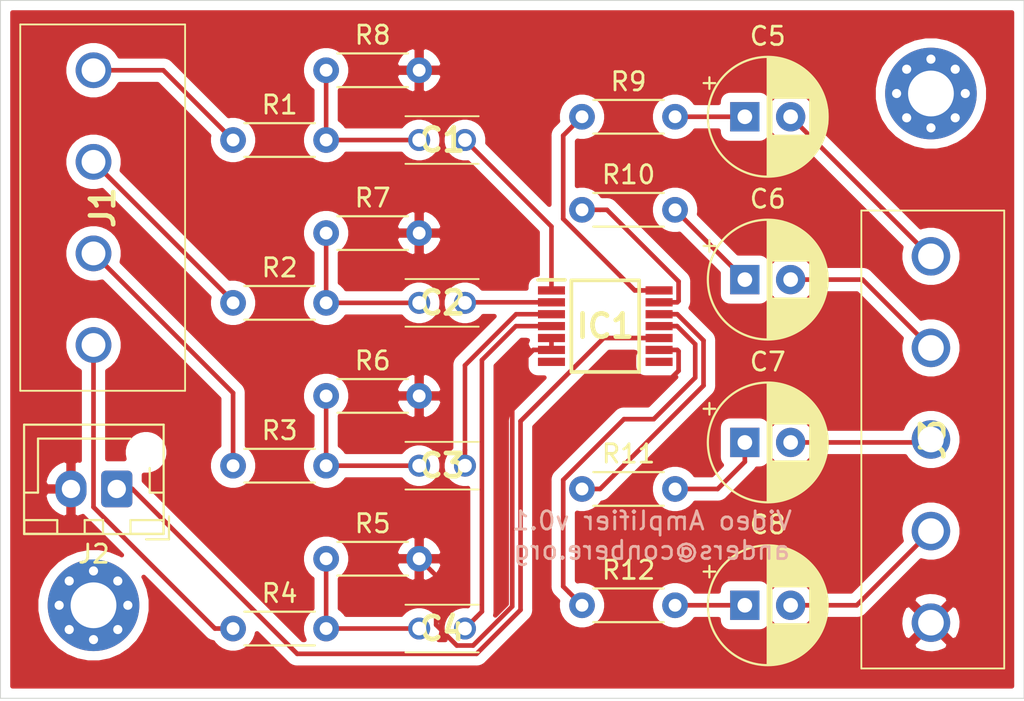
<source format=kicad_pcb>
(kicad_pcb (version 20171130) (host pcbnew "(5.1.5)-3")

  (general
    (thickness 1.6)
    (drawings 5)
    (tracks 91)
    (zones 0)
    (modules 26)
    (nets 29)
  )

  (page A4)
  (layers
    (0 F.Cu signal)
    (31 B.Cu signal)
    (32 B.Adhes user)
    (33 F.Adhes user)
    (34 B.Paste user)
    (35 F.Paste user)
    (36 B.SilkS user)
    (37 F.SilkS user)
    (38 B.Mask user)
    (39 F.Mask user)
    (40 Dwgs.User user)
    (41 Cmts.User user)
    (42 Eco1.User user)
    (43 Eco2.User user)
    (44 Edge.Cuts user)
    (45 Margin user)
    (46 B.CrtYd user)
    (47 F.CrtYd user)
    (48 B.Fab user)
    (49 F.Fab user)
  )

  (setup
    (last_trace_width 0.1524)
    (user_trace_width 0.254)
    (user_trace_width 0.508)
    (trace_clearance 0.1524)
    (zone_clearance 0.508)
    (zone_45_only no)
    (trace_min 0.1524)
    (via_size 0.6858)
    (via_drill 0.3302)
    (via_min_size 0.508)
    (via_min_drill 0.254)
    (uvia_size 0.6858)
    (uvia_drill 0.3302)
    (uvias_allowed no)
    (uvia_min_size 0.6858)
    (uvia_min_drill 0.3302)
    (edge_width 0.05)
    (segment_width 0.2)
    (pcb_text_width 0.3)
    (pcb_text_size 1.5 1.5)
    (mod_edge_width 0.12)
    (mod_text_size 1 1)
    (mod_text_width 0.15)
    (pad_size 1.524 1.524)
    (pad_drill 0.762)
    (pad_to_mask_clearance 0.051)
    (solder_mask_min_width 0.25)
    (aux_axis_origin 0 0)
    (visible_elements 7FFFFFFF)
    (pcbplotparams
      (layerselection 0x010fc_ffffffff)
      (usegerberextensions false)
      (usegerberattributes false)
      (usegerberadvancedattributes false)
      (creategerberjobfile false)
      (excludeedgelayer true)
      (linewidth 0.100000)
      (plotframeref false)
      (viasonmask false)
      (mode 1)
      (useauxorigin false)
      (hpglpennumber 1)
      (hpglpenspeed 20)
      (hpglpendiameter 15.000000)
      (psnegative false)
      (psa4output false)
      (plotreference true)
      (plotvalue true)
      (plotinvisibletext false)
      (padsonsilk false)
      (subtractmaskfromsilk false)
      (outputformat 1)
      (mirror false)
      (drillshape 1)
      (scaleselection 1)
      (outputdirectory ""))
  )

  (net 0 "")
  (net 1 "Net-(C1-Pad2)")
  (net 2 "Net-(C1-Pad1)")
  (net 3 "Net-(C2-Pad1)")
  (net 4 "Net-(C2-Pad2)")
  (net 5 "Net-(C3-Pad1)")
  (net 6 "Net-(C3-Pad2)")
  (net 7 "Net-(C4-Pad2)")
  (net 8 "Net-(C4-Pad1)")
  (net 9 /Red-Out)
  (net 10 "Net-(C5-Pad1)")
  (net 11 "Net-(C6-Pad1)")
  (net 12 /Green-Out)
  (net 13 "Net-(C7-Pad1)")
  (net 14 /Blue-Out)
  (net 15 /Sync-Out)
  (net 16 "Net-(C8-Pad1)")
  (net 17 GND)
  (net 18 "Net-(IC1-Pad7)")
  (net 19 "Net-(IC1-Pad8)")
  (net 20 +5V)
  (net 21 "Net-(IC1-Pad11)")
  (net 22 "Net-(IC1-Pad12)")
  (net 23 "Net-(IC1-Pad13)")
  (net 24 "Net-(IC1-Pad14)")
  (net 25 /Red-In)
  (net 26 /Green-In)
  (net 27 /Blue-In)
  (net 28 /Sync-In)

  (net_class Default "This is the default net class."
    (clearance 0.1524)
    (trace_width 0.1524)
    (via_dia 0.6858)
    (via_drill 0.3302)
    (uvia_dia 0.6858)
    (uvia_drill 0.3302)
    (add_net +5V)
    (add_net /Blue-In)
    (add_net /Blue-Out)
    (add_net /Green-In)
    (add_net /Green-Out)
    (add_net /Red-In)
    (add_net /Red-Out)
    (add_net /Sync-In)
    (add_net /Sync-Out)
    (add_net GND)
    (add_net "Net-(C1-Pad1)")
    (add_net "Net-(C1-Pad2)")
    (add_net "Net-(C2-Pad1)")
    (add_net "Net-(C2-Pad2)")
    (add_net "Net-(C3-Pad1)")
    (add_net "Net-(C3-Pad2)")
    (add_net "Net-(C4-Pad1)")
    (add_net "Net-(C4-Pad2)")
    (add_net "Net-(C5-Pad1)")
    (add_net "Net-(C6-Pad1)")
    (add_net "Net-(C7-Pad1)")
    (add_net "Net-(C8-Pad1)")
    (add_net "Net-(IC1-Pad11)")
    (add_net "Net-(IC1-Pad12)")
    (add_net "Net-(IC1-Pad13)")
    (add_net "Net-(IC1-Pad14)")
    (add_net "Net-(IC1-Pad7)")
    (add_net "Net-(IC1-Pad8)")
  )

  (module MountingHole:MountingHole_2.5mm_Pad_Via (layer F.Cu) (tedit 56DDBAEA) (tstamp 5F233409)
    (at 102.87 76.2)
    (descr "Mounting Hole 2.5mm")
    (tags "mounting hole 2.5mm")
    (attr virtual)
    (fp_text reference REF** (at 0 -3.5) (layer F.SilkS) hide
      (effects (font (size 1 1) (thickness 0.15)))
    )
    (fp_text value MountingHole_2.5mm_Pad_Via (at 0 3.5) (layer F.Fab) hide
      (effects (font (size 1 1) (thickness 0.15)))
    )
    (fp_circle (center 0 0) (end 2.75 0) (layer F.CrtYd) (width 0.05))
    (fp_circle (center 0 0) (end 2.5 0) (layer Cmts.User) (width 0.15))
    (fp_text user %R (at 0.3 0) (layer F.Fab)
      (effects (font (size 1 1) (thickness 0.15)))
    )
    (pad 1 thru_hole circle (at 1.325825 -1.325825) (size 0.8 0.8) (drill 0.5) (layers *.Cu *.Mask))
    (pad 1 thru_hole circle (at 0 -1.875) (size 0.8 0.8) (drill 0.5) (layers *.Cu *.Mask))
    (pad 1 thru_hole circle (at -1.325825 -1.325825) (size 0.8 0.8) (drill 0.5) (layers *.Cu *.Mask))
    (pad 1 thru_hole circle (at -1.875 0) (size 0.8 0.8) (drill 0.5) (layers *.Cu *.Mask))
    (pad 1 thru_hole circle (at -1.325825 1.325825) (size 0.8 0.8) (drill 0.5) (layers *.Cu *.Mask))
    (pad 1 thru_hole circle (at 0 1.875) (size 0.8 0.8) (drill 0.5) (layers *.Cu *.Mask))
    (pad 1 thru_hole circle (at 1.325825 1.325825) (size 0.8 0.8) (drill 0.5) (layers *.Cu *.Mask))
    (pad 1 thru_hole circle (at 1.875 0) (size 0.8 0.8) (drill 0.5) (layers *.Cu *.Mask))
    (pad 1 thru_hole circle (at 0 0) (size 5 5) (drill 2.5) (layers *.Cu *.Mask))
  )

  (module MountingHole:MountingHole_2.5mm_Pad_Via (layer F.Cu) (tedit 56DDBAEA) (tstamp 5F2330FF)
    (at 148.59 48.26)
    (descr "Mounting Hole 2.5mm")
    (tags "mounting hole 2.5mm")
    (attr virtual)
    (fp_text reference REF** (at 0 -3.5) (layer F.SilkS) hide
      (effects (font (size 1 1) (thickness 0.15)))
    )
    (fp_text value MountingHole_2.5mm_Pad_Via (at 0 3.5) (layer F.Fab) hide
      (effects (font (size 1 1) (thickness 0.15)))
    )
    (fp_circle (center 0 0) (end 2.75 0) (layer F.CrtYd) (width 0.05))
    (fp_circle (center 0 0) (end 2.5 0) (layer Cmts.User) (width 0.15))
    (fp_text user %R (at 0.3 0) (layer F.Fab)
      (effects (font (size 1 1) (thickness 0.15)))
    )
    (pad 1 thru_hole circle (at 1.325825 -1.325825) (size 0.8 0.8) (drill 0.5) (layers *.Cu *.Mask))
    (pad 1 thru_hole circle (at 0 -1.875) (size 0.8 0.8) (drill 0.5) (layers *.Cu *.Mask))
    (pad 1 thru_hole circle (at -1.325825 -1.325825) (size 0.8 0.8) (drill 0.5) (layers *.Cu *.Mask))
    (pad 1 thru_hole circle (at -1.875 0) (size 0.8 0.8) (drill 0.5) (layers *.Cu *.Mask))
    (pad 1 thru_hole circle (at -1.325825 1.325825) (size 0.8 0.8) (drill 0.5) (layers *.Cu *.Mask))
    (pad 1 thru_hole circle (at 0 1.875) (size 0.8 0.8) (drill 0.5) (layers *.Cu *.Mask))
    (pad 1 thru_hole circle (at 1.325825 1.325825) (size 0.8 0.8) (drill 0.5) (layers *.Cu *.Mask))
    (pad 1 thru_hole circle (at 1.875 0) (size 0.8 0.8) (drill 0.5) (layers *.Cu *.Mask))
    (pad 1 thru_hole circle (at 0 0) (size 5 5) (drill 2.5) (layers *.Cu *.Mask))
  )

  (module SamacSys:K104M15X7RF53L2 (layer F.Cu) (tedit 0) (tstamp 5EEDA01B)
    (at 120.65 50.8)
    (descr K104M15X7RF53L2-2)
    (tags Capacitor)
    (path /5EEADB1A)
    (fp_text reference C1 (at 1.25 0) (layer F.SilkS)
      (effects (font (size 1.27 1.27) (thickness 0.254)))
    )
    (fp_text value 0.1uf (at 1.25 0) (layer F.SilkS) hide
      (effects (font (size 1.27 1.27) (thickness 0.254)))
    )
    (fp_line (start -0.75 1.3) (end 3.25 1.3) (layer F.SilkS) (width 0.1))
    (fp_line (start -0.75 -1.3) (end 3.25 -1.3) (layer F.SilkS) (width 0.1))
    (fp_line (start -1.75 2.3) (end -1.75 -2.3) (layer F.CrtYd) (width 0.1))
    (fp_line (start 4.25 2.3) (end -1.75 2.3) (layer F.CrtYd) (width 0.1))
    (fp_line (start 4.25 -2.3) (end 4.25 2.3) (layer F.CrtYd) (width 0.1))
    (fp_line (start -1.75 -2.3) (end 4.25 -2.3) (layer F.CrtYd) (width 0.1))
    (fp_line (start -0.75 1.3) (end -0.75 -1.3) (layer F.Fab) (width 0.2))
    (fp_line (start 3.25 1.3) (end -0.75 1.3) (layer F.Fab) (width 0.2))
    (fp_line (start 3.25 -1.3) (end 3.25 1.3) (layer F.Fab) (width 0.2))
    (fp_line (start -0.75 -1.3) (end 3.25 -1.3) (layer F.Fab) (width 0.2))
    (fp_text user %R (at 1.25 0) (layer F.Fab)
      (effects (font (size 1.27 1.27) (thickness 0.254)))
    )
    (pad 2 thru_hole circle (at 2.5 0) (size 1.2 1.2) (drill 0.75) (layers *.Cu *.Mask)
      (net 1 "Net-(C1-Pad2)"))
    (pad 1 thru_hole circle (at 0 0) (size 1.2 1.2) (drill 0.75) (layers *.Cu *.Mask)
      (net 2 "Net-(C1-Pad1)"))
    (model "C:\\Users\\ander\\Documents\\Library Loader\\SamacSys_Parts.3dshapes\\K104M15X7RF53L2.stp"
      (at (xyz 0 0 0))
      (scale (xyz 1 1 1))
      (rotate (xyz 0 0 0))
    )
  )

  (module SamacSys:K104M15X7RF53L2 (layer F.Cu) (tedit 0) (tstamp 5EEDA02C)
    (at 120.65 59.69)
    (descr K104M15X7RF53L2-2)
    (tags Capacitor)
    (path /5EEAA497)
    (fp_text reference C2 (at 1.25 0) (layer F.SilkS)
      (effects (font (size 1.27 1.27) (thickness 0.254)))
    )
    (fp_text value 0.1uf (at 1.25 0) (layer F.SilkS) hide
      (effects (font (size 1.27 1.27) (thickness 0.254)))
    )
    (fp_text user %R (at 1.25 0) (layer F.Fab)
      (effects (font (size 1.27 1.27) (thickness 0.254)))
    )
    (fp_line (start -0.75 -1.3) (end 3.25 -1.3) (layer F.Fab) (width 0.2))
    (fp_line (start 3.25 -1.3) (end 3.25 1.3) (layer F.Fab) (width 0.2))
    (fp_line (start 3.25 1.3) (end -0.75 1.3) (layer F.Fab) (width 0.2))
    (fp_line (start -0.75 1.3) (end -0.75 -1.3) (layer F.Fab) (width 0.2))
    (fp_line (start -1.75 -2.3) (end 4.25 -2.3) (layer F.CrtYd) (width 0.1))
    (fp_line (start 4.25 -2.3) (end 4.25 2.3) (layer F.CrtYd) (width 0.1))
    (fp_line (start 4.25 2.3) (end -1.75 2.3) (layer F.CrtYd) (width 0.1))
    (fp_line (start -1.75 2.3) (end -1.75 -2.3) (layer F.CrtYd) (width 0.1))
    (fp_line (start -0.75 -1.3) (end 3.25 -1.3) (layer F.SilkS) (width 0.1))
    (fp_line (start -0.75 1.3) (end 3.25 1.3) (layer F.SilkS) (width 0.1))
    (pad 1 thru_hole circle (at 0 0) (size 1.2 1.2) (drill 0.75) (layers *.Cu *.Mask)
      (net 3 "Net-(C2-Pad1)"))
    (pad 2 thru_hole circle (at 2.5 0) (size 1.2 1.2) (drill 0.75) (layers *.Cu *.Mask)
      (net 4 "Net-(C2-Pad2)"))
    (model "C:\\Users\\ander\\Documents\\Library Loader\\SamacSys_Parts.3dshapes\\K104M15X7RF53L2.stp"
      (at (xyz 0 0 0))
      (scale (xyz 1 1 1))
      (rotate (xyz 0 0 0))
    )
  )

  (module SamacSys:K104M15X7RF53L2 (layer F.Cu) (tedit 0) (tstamp 5EEDA03D)
    (at 120.65 68.58)
    (descr K104M15X7RF53L2-2)
    (tags Capacitor)
    (path /5EEADF41)
    (fp_text reference C3 (at 1.25 0) (layer F.SilkS)
      (effects (font (size 1.27 1.27) (thickness 0.254)))
    )
    (fp_text value 0.1uf (at 1.25 0) (layer F.SilkS) hide
      (effects (font (size 1.27 1.27) (thickness 0.254)))
    )
    (fp_text user %R (at 1.25 0) (layer F.Fab)
      (effects (font (size 1.27 1.27) (thickness 0.254)))
    )
    (fp_line (start -0.75 -1.3) (end 3.25 -1.3) (layer F.Fab) (width 0.2))
    (fp_line (start 3.25 -1.3) (end 3.25 1.3) (layer F.Fab) (width 0.2))
    (fp_line (start 3.25 1.3) (end -0.75 1.3) (layer F.Fab) (width 0.2))
    (fp_line (start -0.75 1.3) (end -0.75 -1.3) (layer F.Fab) (width 0.2))
    (fp_line (start -1.75 -2.3) (end 4.25 -2.3) (layer F.CrtYd) (width 0.1))
    (fp_line (start 4.25 -2.3) (end 4.25 2.3) (layer F.CrtYd) (width 0.1))
    (fp_line (start 4.25 2.3) (end -1.75 2.3) (layer F.CrtYd) (width 0.1))
    (fp_line (start -1.75 2.3) (end -1.75 -2.3) (layer F.CrtYd) (width 0.1))
    (fp_line (start -0.75 -1.3) (end 3.25 -1.3) (layer F.SilkS) (width 0.1))
    (fp_line (start -0.75 1.3) (end 3.25 1.3) (layer F.SilkS) (width 0.1))
    (pad 1 thru_hole circle (at 0 0) (size 1.2 1.2) (drill 0.75) (layers *.Cu *.Mask)
      (net 5 "Net-(C3-Pad1)"))
    (pad 2 thru_hole circle (at 2.5 0) (size 1.2 1.2) (drill 0.75) (layers *.Cu *.Mask)
      (net 6 "Net-(C3-Pad2)"))
    (model "C:\\Users\\ander\\Documents\\Library Loader\\SamacSys_Parts.3dshapes\\K104M15X7RF53L2.stp"
      (at (xyz 0 0 0))
      (scale (xyz 1 1 1))
      (rotate (xyz 0 0 0))
    )
  )

  (module SamacSys:K104M15X7RF53L2 (layer F.Cu) (tedit 0) (tstamp 5EEDA04E)
    (at 120.65 77.47)
    (descr K104M15X7RF53L2-2)
    (tags Capacitor)
    (path /5EEAE286)
    (fp_text reference C4 (at 1.25 0) (layer F.SilkS)
      (effects (font (size 1.27 1.27) (thickness 0.254)))
    )
    (fp_text value 0.1uf (at 1.25 0) (layer F.SilkS) hide
      (effects (font (size 1.27 1.27) (thickness 0.254)))
    )
    (fp_line (start -0.75 1.3) (end 3.25 1.3) (layer F.SilkS) (width 0.1))
    (fp_line (start -0.75 -1.3) (end 3.25 -1.3) (layer F.SilkS) (width 0.1))
    (fp_line (start -1.75 2.3) (end -1.75 -2.3) (layer F.CrtYd) (width 0.1))
    (fp_line (start 4.25 2.3) (end -1.75 2.3) (layer F.CrtYd) (width 0.1))
    (fp_line (start 4.25 -2.3) (end 4.25 2.3) (layer F.CrtYd) (width 0.1))
    (fp_line (start -1.75 -2.3) (end 4.25 -2.3) (layer F.CrtYd) (width 0.1))
    (fp_line (start -0.75 1.3) (end -0.75 -1.3) (layer F.Fab) (width 0.2))
    (fp_line (start 3.25 1.3) (end -0.75 1.3) (layer F.Fab) (width 0.2))
    (fp_line (start 3.25 -1.3) (end 3.25 1.3) (layer F.Fab) (width 0.2))
    (fp_line (start -0.75 -1.3) (end 3.25 -1.3) (layer F.Fab) (width 0.2))
    (fp_text user %R (at 1.25 0) (layer F.Fab)
      (effects (font (size 1.27 1.27) (thickness 0.254)))
    )
    (pad 2 thru_hole circle (at 2.5 0) (size 1.2 1.2) (drill 0.75) (layers *.Cu *.Mask)
      (net 7 "Net-(C4-Pad2)"))
    (pad 1 thru_hole circle (at 0 0) (size 1.2 1.2) (drill 0.75) (layers *.Cu *.Mask)
      (net 8 "Net-(C4-Pad1)"))
    (model "C:\\Users\\ander\\Documents\\Library Loader\\SamacSys_Parts.3dshapes\\K104M15X7RF53L2.stp"
      (at (xyz 0 0 0))
      (scale (xyz 1 1 1))
      (rotate (xyz 0 0 0))
    )
  )

  (module Capacitor_THT:CP_Radial_D6.3mm_P2.50mm (layer F.Cu) (tedit 5AE50EF0) (tstamp 5EEDA0E2)
    (at 138.43 49.53)
    (descr "CP, Radial series, Radial, pin pitch=2.50mm, , diameter=6.3mm, Electrolytic Capacitor")
    (tags "CP Radial series Radial pin pitch 2.50mm  diameter 6.3mm Electrolytic Capacitor")
    (path /5EECD112)
    (fp_text reference C5 (at 1.25 -4.4) (layer F.SilkS)
      (effects (font (size 1 1) (thickness 0.15)))
    )
    (fp_text value 330uf (at 1.25 4.4) (layer F.Fab)
      (effects (font (size 1 1) (thickness 0.15)))
    )
    (fp_text user %R (at 1.25 0) (layer F.Fab)
      (effects (font (size 1 1) (thickness 0.15)))
    )
    (fp_line (start -1.935241 -2.154) (end -1.935241 -1.524) (layer F.SilkS) (width 0.12))
    (fp_line (start -2.250241 -1.839) (end -1.620241 -1.839) (layer F.SilkS) (width 0.12))
    (fp_line (start 4.491 -0.402) (end 4.491 0.402) (layer F.SilkS) (width 0.12))
    (fp_line (start 4.451 -0.633) (end 4.451 0.633) (layer F.SilkS) (width 0.12))
    (fp_line (start 4.411 -0.802) (end 4.411 0.802) (layer F.SilkS) (width 0.12))
    (fp_line (start 4.371 -0.94) (end 4.371 0.94) (layer F.SilkS) (width 0.12))
    (fp_line (start 4.331 -1.059) (end 4.331 1.059) (layer F.SilkS) (width 0.12))
    (fp_line (start 4.291 -1.165) (end 4.291 1.165) (layer F.SilkS) (width 0.12))
    (fp_line (start 4.251 -1.262) (end 4.251 1.262) (layer F.SilkS) (width 0.12))
    (fp_line (start 4.211 -1.35) (end 4.211 1.35) (layer F.SilkS) (width 0.12))
    (fp_line (start 4.171 -1.432) (end 4.171 1.432) (layer F.SilkS) (width 0.12))
    (fp_line (start 4.131 -1.509) (end 4.131 1.509) (layer F.SilkS) (width 0.12))
    (fp_line (start 4.091 -1.581) (end 4.091 1.581) (layer F.SilkS) (width 0.12))
    (fp_line (start 4.051 -1.65) (end 4.051 1.65) (layer F.SilkS) (width 0.12))
    (fp_line (start 4.011 -1.714) (end 4.011 1.714) (layer F.SilkS) (width 0.12))
    (fp_line (start 3.971 -1.776) (end 3.971 1.776) (layer F.SilkS) (width 0.12))
    (fp_line (start 3.931 -1.834) (end 3.931 1.834) (layer F.SilkS) (width 0.12))
    (fp_line (start 3.891 -1.89) (end 3.891 1.89) (layer F.SilkS) (width 0.12))
    (fp_line (start 3.851 -1.944) (end 3.851 1.944) (layer F.SilkS) (width 0.12))
    (fp_line (start 3.811 -1.995) (end 3.811 1.995) (layer F.SilkS) (width 0.12))
    (fp_line (start 3.771 -2.044) (end 3.771 2.044) (layer F.SilkS) (width 0.12))
    (fp_line (start 3.731 -2.092) (end 3.731 2.092) (layer F.SilkS) (width 0.12))
    (fp_line (start 3.691 -2.137) (end 3.691 2.137) (layer F.SilkS) (width 0.12))
    (fp_line (start 3.651 -2.182) (end 3.651 2.182) (layer F.SilkS) (width 0.12))
    (fp_line (start 3.611 -2.224) (end 3.611 2.224) (layer F.SilkS) (width 0.12))
    (fp_line (start 3.571 -2.265) (end 3.571 2.265) (layer F.SilkS) (width 0.12))
    (fp_line (start 3.531 1.04) (end 3.531 2.305) (layer F.SilkS) (width 0.12))
    (fp_line (start 3.531 -2.305) (end 3.531 -1.04) (layer F.SilkS) (width 0.12))
    (fp_line (start 3.491 1.04) (end 3.491 2.343) (layer F.SilkS) (width 0.12))
    (fp_line (start 3.491 -2.343) (end 3.491 -1.04) (layer F.SilkS) (width 0.12))
    (fp_line (start 3.451 1.04) (end 3.451 2.38) (layer F.SilkS) (width 0.12))
    (fp_line (start 3.451 -2.38) (end 3.451 -1.04) (layer F.SilkS) (width 0.12))
    (fp_line (start 3.411 1.04) (end 3.411 2.416) (layer F.SilkS) (width 0.12))
    (fp_line (start 3.411 -2.416) (end 3.411 -1.04) (layer F.SilkS) (width 0.12))
    (fp_line (start 3.371 1.04) (end 3.371 2.45) (layer F.SilkS) (width 0.12))
    (fp_line (start 3.371 -2.45) (end 3.371 -1.04) (layer F.SilkS) (width 0.12))
    (fp_line (start 3.331 1.04) (end 3.331 2.484) (layer F.SilkS) (width 0.12))
    (fp_line (start 3.331 -2.484) (end 3.331 -1.04) (layer F.SilkS) (width 0.12))
    (fp_line (start 3.291 1.04) (end 3.291 2.516) (layer F.SilkS) (width 0.12))
    (fp_line (start 3.291 -2.516) (end 3.291 -1.04) (layer F.SilkS) (width 0.12))
    (fp_line (start 3.251 1.04) (end 3.251 2.548) (layer F.SilkS) (width 0.12))
    (fp_line (start 3.251 -2.548) (end 3.251 -1.04) (layer F.SilkS) (width 0.12))
    (fp_line (start 3.211 1.04) (end 3.211 2.578) (layer F.SilkS) (width 0.12))
    (fp_line (start 3.211 -2.578) (end 3.211 -1.04) (layer F.SilkS) (width 0.12))
    (fp_line (start 3.171 1.04) (end 3.171 2.607) (layer F.SilkS) (width 0.12))
    (fp_line (start 3.171 -2.607) (end 3.171 -1.04) (layer F.SilkS) (width 0.12))
    (fp_line (start 3.131 1.04) (end 3.131 2.636) (layer F.SilkS) (width 0.12))
    (fp_line (start 3.131 -2.636) (end 3.131 -1.04) (layer F.SilkS) (width 0.12))
    (fp_line (start 3.091 1.04) (end 3.091 2.664) (layer F.SilkS) (width 0.12))
    (fp_line (start 3.091 -2.664) (end 3.091 -1.04) (layer F.SilkS) (width 0.12))
    (fp_line (start 3.051 1.04) (end 3.051 2.69) (layer F.SilkS) (width 0.12))
    (fp_line (start 3.051 -2.69) (end 3.051 -1.04) (layer F.SilkS) (width 0.12))
    (fp_line (start 3.011 1.04) (end 3.011 2.716) (layer F.SilkS) (width 0.12))
    (fp_line (start 3.011 -2.716) (end 3.011 -1.04) (layer F.SilkS) (width 0.12))
    (fp_line (start 2.971 1.04) (end 2.971 2.742) (layer F.SilkS) (width 0.12))
    (fp_line (start 2.971 -2.742) (end 2.971 -1.04) (layer F.SilkS) (width 0.12))
    (fp_line (start 2.931 1.04) (end 2.931 2.766) (layer F.SilkS) (width 0.12))
    (fp_line (start 2.931 -2.766) (end 2.931 -1.04) (layer F.SilkS) (width 0.12))
    (fp_line (start 2.891 1.04) (end 2.891 2.79) (layer F.SilkS) (width 0.12))
    (fp_line (start 2.891 -2.79) (end 2.891 -1.04) (layer F.SilkS) (width 0.12))
    (fp_line (start 2.851 1.04) (end 2.851 2.812) (layer F.SilkS) (width 0.12))
    (fp_line (start 2.851 -2.812) (end 2.851 -1.04) (layer F.SilkS) (width 0.12))
    (fp_line (start 2.811 1.04) (end 2.811 2.834) (layer F.SilkS) (width 0.12))
    (fp_line (start 2.811 -2.834) (end 2.811 -1.04) (layer F.SilkS) (width 0.12))
    (fp_line (start 2.771 1.04) (end 2.771 2.856) (layer F.SilkS) (width 0.12))
    (fp_line (start 2.771 -2.856) (end 2.771 -1.04) (layer F.SilkS) (width 0.12))
    (fp_line (start 2.731 1.04) (end 2.731 2.876) (layer F.SilkS) (width 0.12))
    (fp_line (start 2.731 -2.876) (end 2.731 -1.04) (layer F.SilkS) (width 0.12))
    (fp_line (start 2.691 1.04) (end 2.691 2.896) (layer F.SilkS) (width 0.12))
    (fp_line (start 2.691 -2.896) (end 2.691 -1.04) (layer F.SilkS) (width 0.12))
    (fp_line (start 2.651 1.04) (end 2.651 2.916) (layer F.SilkS) (width 0.12))
    (fp_line (start 2.651 -2.916) (end 2.651 -1.04) (layer F.SilkS) (width 0.12))
    (fp_line (start 2.611 1.04) (end 2.611 2.934) (layer F.SilkS) (width 0.12))
    (fp_line (start 2.611 -2.934) (end 2.611 -1.04) (layer F.SilkS) (width 0.12))
    (fp_line (start 2.571 1.04) (end 2.571 2.952) (layer F.SilkS) (width 0.12))
    (fp_line (start 2.571 -2.952) (end 2.571 -1.04) (layer F.SilkS) (width 0.12))
    (fp_line (start 2.531 1.04) (end 2.531 2.97) (layer F.SilkS) (width 0.12))
    (fp_line (start 2.531 -2.97) (end 2.531 -1.04) (layer F.SilkS) (width 0.12))
    (fp_line (start 2.491 1.04) (end 2.491 2.986) (layer F.SilkS) (width 0.12))
    (fp_line (start 2.491 -2.986) (end 2.491 -1.04) (layer F.SilkS) (width 0.12))
    (fp_line (start 2.451 1.04) (end 2.451 3.002) (layer F.SilkS) (width 0.12))
    (fp_line (start 2.451 -3.002) (end 2.451 -1.04) (layer F.SilkS) (width 0.12))
    (fp_line (start 2.411 1.04) (end 2.411 3.018) (layer F.SilkS) (width 0.12))
    (fp_line (start 2.411 -3.018) (end 2.411 -1.04) (layer F.SilkS) (width 0.12))
    (fp_line (start 2.371 1.04) (end 2.371 3.033) (layer F.SilkS) (width 0.12))
    (fp_line (start 2.371 -3.033) (end 2.371 -1.04) (layer F.SilkS) (width 0.12))
    (fp_line (start 2.331 1.04) (end 2.331 3.047) (layer F.SilkS) (width 0.12))
    (fp_line (start 2.331 -3.047) (end 2.331 -1.04) (layer F.SilkS) (width 0.12))
    (fp_line (start 2.291 1.04) (end 2.291 3.061) (layer F.SilkS) (width 0.12))
    (fp_line (start 2.291 -3.061) (end 2.291 -1.04) (layer F.SilkS) (width 0.12))
    (fp_line (start 2.251 1.04) (end 2.251 3.074) (layer F.SilkS) (width 0.12))
    (fp_line (start 2.251 -3.074) (end 2.251 -1.04) (layer F.SilkS) (width 0.12))
    (fp_line (start 2.211 1.04) (end 2.211 3.086) (layer F.SilkS) (width 0.12))
    (fp_line (start 2.211 -3.086) (end 2.211 -1.04) (layer F.SilkS) (width 0.12))
    (fp_line (start 2.171 1.04) (end 2.171 3.098) (layer F.SilkS) (width 0.12))
    (fp_line (start 2.171 -3.098) (end 2.171 -1.04) (layer F.SilkS) (width 0.12))
    (fp_line (start 2.131 1.04) (end 2.131 3.11) (layer F.SilkS) (width 0.12))
    (fp_line (start 2.131 -3.11) (end 2.131 -1.04) (layer F.SilkS) (width 0.12))
    (fp_line (start 2.091 1.04) (end 2.091 3.121) (layer F.SilkS) (width 0.12))
    (fp_line (start 2.091 -3.121) (end 2.091 -1.04) (layer F.SilkS) (width 0.12))
    (fp_line (start 2.051 1.04) (end 2.051 3.131) (layer F.SilkS) (width 0.12))
    (fp_line (start 2.051 -3.131) (end 2.051 -1.04) (layer F.SilkS) (width 0.12))
    (fp_line (start 2.011 1.04) (end 2.011 3.141) (layer F.SilkS) (width 0.12))
    (fp_line (start 2.011 -3.141) (end 2.011 -1.04) (layer F.SilkS) (width 0.12))
    (fp_line (start 1.971 1.04) (end 1.971 3.15) (layer F.SilkS) (width 0.12))
    (fp_line (start 1.971 -3.15) (end 1.971 -1.04) (layer F.SilkS) (width 0.12))
    (fp_line (start 1.93 1.04) (end 1.93 3.159) (layer F.SilkS) (width 0.12))
    (fp_line (start 1.93 -3.159) (end 1.93 -1.04) (layer F.SilkS) (width 0.12))
    (fp_line (start 1.89 1.04) (end 1.89 3.167) (layer F.SilkS) (width 0.12))
    (fp_line (start 1.89 -3.167) (end 1.89 -1.04) (layer F.SilkS) (width 0.12))
    (fp_line (start 1.85 1.04) (end 1.85 3.175) (layer F.SilkS) (width 0.12))
    (fp_line (start 1.85 -3.175) (end 1.85 -1.04) (layer F.SilkS) (width 0.12))
    (fp_line (start 1.81 1.04) (end 1.81 3.182) (layer F.SilkS) (width 0.12))
    (fp_line (start 1.81 -3.182) (end 1.81 -1.04) (layer F.SilkS) (width 0.12))
    (fp_line (start 1.77 1.04) (end 1.77 3.189) (layer F.SilkS) (width 0.12))
    (fp_line (start 1.77 -3.189) (end 1.77 -1.04) (layer F.SilkS) (width 0.12))
    (fp_line (start 1.73 1.04) (end 1.73 3.195) (layer F.SilkS) (width 0.12))
    (fp_line (start 1.73 -3.195) (end 1.73 -1.04) (layer F.SilkS) (width 0.12))
    (fp_line (start 1.69 1.04) (end 1.69 3.201) (layer F.SilkS) (width 0.12))
    (fp_line (start 1.69 -3.201) (end 1.69 -1.04) (layer F.SilkS) (width 0.12))
    (fp_line (start 1.65 1.04) (end 1.65 3.206) (layer F.SilkS) (width 0.12))
    (fp_line (start 1.65 -3.206) (end 1.65 -1.04) (layer F.SilkS) (width 0.12))
    (fp_line (start 1.61 1.04) (end 1.61 3.211) (layer F.SilkS) (width 0.12))
    (fp_line (start 1.61 -3.211) (end 1.61 -1.04) (layer F.SilkS) (width 0.12))
    (fp_line (start 1.57 1.04) (end 1.57 3.215) (layer F.SilkS) (width 0.12))
    (fp_line (start 1.57 -3.215) (end 1.57 -1.04) (layer F.SilkS) (width 0.12))
    (fp_line (start 1.53 1.04) (end 1.53 3.218) (layer F.SilkS) (width 0.12))
    (fp_line (start 1.53 -3.218) (end 1.53 -1.04) (layer F.SilkS) (width 0.12))
    (fp_line (start 1.49 1.04) (end 1.49 3.222) (layer F.SilkS) (width 0.12))
    (fp_line (start 1.49 -3.222) (end 1.49 -1.04) (layer F.SilkS) (width 0.12))
    (fp_line (start 1.45 -3.224) (end 1.45 3.224) (layer F.SilkS) (width 0.12))
    (fp_line (start 1.41 -3.227) (end 1.41 3.227) (layer F.SilkS) (width 0.12))
    (fp_line (start 1.37 -3.228) (end 1.37 3.228) (layer F.SilkS) (width 0.12))
    (fp_line (start 1.33 -3.23) (end 1.33 3.23) (layer F.SilkS) (width 0.12))
    (fp_line (start 1.29 -3.23) (end 1.29 3.23) (layer F.SilkS) (width 0.12))
    (fp_line (start 1.25 -3.23) (end 1.25 3.23) (layer F.SilkS) (width 0.12))
    (fp_line (start -1.128972 -1.6885) (end -1.128972 -1.0585) (layer F.Fab) (width 0.1))
    (fp_line (start -1.443972 -1.3735) (end -0.813972 -1.3735) (layer F.Fab) (width 0.1))
    (fp_circle (center 1.25 0) (end 4.65 0) (layer F.CrtYd) (width 0.05))
    (fp_circle (center 1.25 0) (end 4.52 0) (layer F.SilkS) (width 0.12))
    (fp_circle (center 1.25 0) (end 4.4 0) (layer F.Fab) (width 0.1))
    (pad 2 thru_hole circle (at 2.5 0) (size 1.6 1.6) (drill 0.8) (layers *.Cu *.Mask)
      (net 9 /Red-Out))
    (pad 1 thru_hole rect (at 0 0) (size 1.6 1.6) (drill 0.8) (layers *.Cu *.Mask)
      (net 10 "Net-(C5-Pad1)"))
    (model ${KISYS3DMOD}/Capacitor_THT.3dshapes/CP_Radial_D6.3mm_P2.50mm.wrl
      (at (xyz 0 0 0))
      (scale (xyz 1 1 1))
      (rotate (xyz 0 0 0))
    )
  )

  (module Capacitor_THT:CP_Radial_D6.3mm_P2.50mm (layer F.Cu) (tedit 5AE50EF0) (tstamp 5EEDA176)
    (at 138.43 58.42)
    (descr "CP, Radial series, Radial, pin pitch=2.50mm, , diameter=6.3mm, Electrolytic Capacitor")
    (tags "CP Radial series Radial pin pitch 2.50mm  diameter 6.3mm Electrolytic Capacitor")
    (path /5EECD10C)
    (fp_text reference C6 (at 1.25 -4.4) (layer F.SilkS)
      (effects (font (size 1 1) (thickness 0.15)))
    )
    (fp_text value 330uf (at 1.25 4.4) (layer F.Fab)
      (effects (font (size 1 1) (thickness 0.15)))
    )
    (fp_circle (center 1.25 0) (end 4.4 0) (layer F.Fab) (width 0.1))
    (fp_circle (center 1.25 0) (end 4.52 0) (layer F.SilkS) (width 0.12))
    (fp_circle (center 1.25 0) (end 4.65 0) (layer F.CrtYd) (width 0.05))
    (fp_line (start -1.443972 -1.3735) (end -0.813972 -1.3735) (layer F.Fab) (width 0.1))
    (fp_line (start -1.128972 -1.6885) (end -1.128972 -1.0585) (layer F.Fab) (width 0.1))
    (fp_line (start 1.25 -3.23) (end 1.25 3.23) (layer F.SilkS) (width 0.12))
    (fp_line (start 1.29 -3.23) (end 1.29 3.23) (layer F.SilkS) (width 0.12))
    (fp_line (start 1.33 -3.23) (end 1.33 3.23) (layer F.SilkS) (width 0.12))
    (fp_line (start 1.37 -3.228) (end 1.37 3.228) (layer F.SilkS) (width 0.12))
    (fp_line (start 1.41 -3.227) (end 1.41 3.227) (layer F.SilkS) (width 0.12))
    (fp_line (start 1.45 -3.224) (end 1.45 3.224) (layer F.SilkS) (width 0.12))
    (fp_line (start 1.49 -3.222) (end 1.49 -1.04) (layer F.SilkS) (width 0.12))
    (fp_line (start 1.49 1.04) (end 1.49 3.222) (layer F.SilkS) (width 0.12))
    (fp_line (start 1.53 -3.218) (end 1.53 -1.04) (layer F.SilkS) (width 0.12))
    (fp_line (start 1.53 1.04) (end 1.53 3.218) (layer F.SilkS) (width 0.12))
    (fp_line (start 1.57 -3.215) (end 1.57 -1.04) (layer F.SilkS) (width 0.12))
    (fp_line (start 1.57 1.04) (end 1.57 3.215) (layer F.SilkS) (width 0.12))
    (fp_line (start 1.61 -3.211) (end 1.61 -1.04) (layer F.SilkS) (width 0.12))
    (fp_line (start 1.61 1.04) (end 1.61 3.211) (layer F.SilkS) (width 0.12))
    (fp_line (start 1.65 -3.206) (end 1.65 -1.04) (layer F.SilkS) (width 0.12))
    (fp_line (start 1.65 1.04) (end 1.65 3.206) (layer F.SilkS) (width 0.12))
    (fp_line (start 1.69 -3.201) (end 1.69 -1.04) (layer F.SilkS) (width 0.12))
    (fp_line (start 1.69 1.04) (end 1.69 3.201) (layer F.SilkS) (width 0.12))
    (fp_line (start 1.73 -3.195) (end 1.73 -1.04) (layer F.SilkS) (width 0.12))
    (fp_line (start 1.73 1.04) (end 1.73 3.195) (layer F.SilkS) (width 0.12))
    (fp_line (start 1.77 -3.189) (end 1.77 -1.04) (layer F.SilkS) (width 0.12))
    (fp_line (start 1.77 1.04) (end 1.77 3.189) (layer F.SilkS) (width 0.12))
    (fp_line (start 1.81 -3.182) (end 1.81 -1.04) (layer F.SilkS) (width 0.12))
    (fp_line (start 1.81 1.04) (end 1.81 3.182) (layer F.SilkS) (width 0.12))
    (fp_line (start 1.85 -3.175) (end 1.85 -1.04) (layer F.SilkS) (width 0.12))
    (fp_line (start 1.85 1.04) (end 1.85 3.175) (layer F.SilkS) (width 0.12))
    (fp_line (start 1.89 -3.167) (end 1.89 -1.04) (layer F.SilkS) (width 0.12))
    (fp_line (start 1.89 1.04) (end 1.89 3.167) (layer F.SilkS) (width 0.12))
    (fp_line (start 1.93 -3.159) (end 1.93 -1.04) (layer F.SilkS) (width 0.12))
    (fp_line (start 1.93 1.04) (end 1.93 3.159) (layer F.SilkS) (width 0.12))
    (fp_line (start 1.971 -3.15) (end 1.971 -1.04) (layer F.SilkS) (width 0.12))
    (fp_line (start 1.971 1.04) (end 1.971 3.15) (layer F.SilkS) (width 0.12))
    (fp_line (start 2.011 -3.141) (end 2.011 -1.04) (layer F.SilkS) (width 0.12))
    (fp_line (start 2.011 1.04) (end 2.011 3.141) (layer F.SilkS) (width 0.12))
    (fp_line (start 2.051 -3.131) (end 2.051 -1.04) (layer F.SilkS) (width 0.12))
    (fp_line (start 2.051 1.04) (end 2.051 3.131) (layer F.SilkS) (width 0.12))
    (fp_line (start 2.091 -3.121) (end 2.091 -1.04) (layer F.SilkS) (width 0.12))
    (fp_line (start 2.091 1.04) (end 2.091 3.121) (layer F.SilkS) (width 0.12))
    (fp_line (start 2.131 -3.11) (end 2.131 -1.04) (layer F.SilkS) (width 0.12))
    (fp_line (start 2.131 1.04) (end 2.131 3.11) (layer F.SilkS) (width 0.12))
    (fp_line (start 2.171 -3.098) (end 2.171 -1.04) (layer F.SilkS) (width 0.12))
    (fp_line (start 2.171 1.04) (end 2.171 3.098) (layer F.SilkS) (width 0.12))
    (fp_line (start 2.211 -3.086) (end 2.211 -1.04) (layer F.SilkS) (width 0.12))
    (fp_line (start 2.211 1.04) (end 2.211 3.086) (layer F.SilkS) (width 0.12))
    (fp_line (start 2.251 -3.074) (end 2.251 -1.04) (layer F.SilkS) (width 0.12))
    (fp_line (start 2.251 1.04) (end 2.251 3.074) (layer F.SilkS) (width 0.12))
    (fp_line (start 2.291 -3.061) (end 2.291 -1.04) (layer F.SilkS) (width 0.12))
    (fp_line (start 2.291 1.04) (end 2.291 3.061) (layer F.SilkS) (width 0.12))
    (fp_line (start 2.331 -3.047) (end 2.331 -1.04) (layer F.SilkS) (width 0.12))
    (fp_line (start 2.331 1.04) (end 2.331 3.047) (layer F.SilkS) (width 0.12))
    (fp_line (start 2.371 -3.033) (end 2.371 -1.04) (layer F.SilkS) (width 0.12))
    (fp_line (start 2.371 1.04) (end 2.371 3.033) (layer F.SilkS) (width 0.12))
    (fp_line (start 2.411 -3.018) (end 2.411 -1.04) (layer F.SilkS) (width 0.12))
    (fp_line (start 2.411 1.04) (end 2.411 3.018) (layer F.SilkS) (width 0.12))
    (fp_line (start 2.451 -3.002) (end 2.451 -1.04) (layer F.SilkS) (width 0.12))
    (fp_line (start 2.451 1.04) (end 2.451 3.002) (layer F.SilkS) (width 0.12))
    (fp_line (start 2.491 -2.986) (end 2.491 -1.04) (layer F.SilkS) (width 0.12))
    (fp_line (start 2.491 1.04) (end 2.491 2.986) (layer F.SilkS) (width 0.12))
    (fp_line (start 2.531 -2.97) (end 2.531 -1.04) (layer F.SilkS) (width 0.12))
    (fp_line (start 2.531 1.04) (end 2.531 2.97) (layer F.SilkS) (width 0.12))
    (fp_line (start 2.571 -2.952) (end 2.571 -1.04) (layer F.SilkS) (width 0.12))
    (fp_line (start 2.571 1.04) (end 2.571 2.952) (layer F.SilkS) (width 0.12))
    (fp_line (start 2.611 -2.934) (end 2.611 -1.04) (layer F.SilkS) (width 0.12))
    (fp_line (start 2.611 1.04) (end 2.611 2.934) (layer F.SilkS) (width 0.12))
    (fp_line (start 2.651 -2.916) (end 2.651 -1.04) (layer F.SilkS) (width 0.12))
    (fp_line (start 2.651 1.04) (end 2.651 2.916) (layer F.SilkS) (width 0.12))
    (fp_line (start 2.691 -2.896) (end 2.691 -1.04) (layer F.SilkS) (width 0.12))
    (fp_line (start 2.691 1.04) (end 2.691 2.896) (layer F.SilkS) (width 0.12))
    (fp_line (start 2.731 -2.876) (end 2.731 -1.04) (layer F.SilkS) (width 0.12))
    (fp_line (start 2.731 1.04) (end 2.731 2.876) (layer F.SilkS) (width 0.12))
    (fp_line (start 2.771 -2.856) (end 2.771 -1.04) (layer F.SilkS) (width 0.12))
    (fp_line (start 2.771 1.04) (end 2.771 2.856) (layer F.SilkS) (width 0.12))
    (fp_line (start 2.811 -2.834) (end 2.811 -1.04) (layer F.SilkS) (width 0.12))
    (fp_line (start 2.811 1.04) (end 2.811 2.834) (layer F.SilkS) (width 0.12))
    (fp_line (start 2.851 -2.812) (end 2.851 -1.04) (layer F.SilkS) (width 0.12))
    (fp_line (start 2.851 1.04) (end 2.851 2.812) (layer F.SilkS) (width 0.12))
    (fp_line (start 2.891 -2.79) (end 2.891 -1.04) (layer F.SilkS) (width 0.12))
    (fp_line (start 2.891 1.04) (end 2.891 2.79) (layer F.SilkS) (width 0.12))
    (fp_line (start 2.931 -2.766) (end 2.931 -1.04) (layer F.SilkS) (width 0.12))
    (fp_line (start 2.931 1.04) (end 2.931 2.766) (layer F.SilkS) (width 0.12))
    (fp_line (start 2.971 -2.742) (end 2.971 -1.04) (layer F.SilkS) (width 0.12))
    (fp_line (start 2.971 1.04) (end 2.971 2.742) (layer F.SilkS) (width 0.12))
    (fp_line (start 3.011 -2.716) (end 3.011 -1.04) (layer F.SilkS) (width 0.12))
    (fp_line (start 3.011 1.04) (end 3.011 2.716) (layer F.SilkS) (width 0.12))
    (fp_line (start 3.051 -2.69) (end 3.051 -1.04) (layer F.SilkS) (width 0.12))
    (fp_line (start 3.051 1.04) (end 3.051 2.69) (layer F.SilkS) (width 0.12))
    (fp_line (start 3.091 -2.664) (end 3.091 -1.04) (layer F.SilkS) (width 0.12))
    (fp_line (start 3.091 1.04) (end 3.091 2.664) (layer F.SilkS) (width 0.12))
    (fp_line (start 3.131 -2.636) (end 3.131 -1.04) (layer F.SilkS) (width 0.12))
    (fp_line (start 3.131 1.04) (end 3.131 2.636) (layer F.SilkS) (width 0.12))
    (fp_line (start 3.171 -2.607) (end 3.171 -1.04) (layer F.SilkS) (width 0.12))
    (fp_line (start 3.171 1.04) (end 3.171 2.607) (layer F.SilkS) (width 0.12))
    (fp_line (start 3.211 -2.578) (end 3.211 -1.04) (layer F.SilkS) (width 0.12))
    (fp_line (start 3.211 1.04) (end 3.211 2.578) (layer F.SilkS) (width 0.12))
    (fp_line (start 3.251 -2.548) (end 3.251 -1.04) (layer F.SilkS) (width 0.12))
    (fp_line (start 3.251 1.04) (end 3.251 2.548) (layer F.SilkS) (width 0.12))
    (fp_line (start 3.291 -2.516) (end 3.291 -1.04) (layer F.SilkS) (width 0.12))
    (fp_line (start 3.291 1.04) (end 3.291 2.516) (layer F.SilkS) (width 0.12))
    (fp_line (start 3.331 -2.484) (end 3.331 -1.04) (layer F.SilkS) (width 0.12))
    (fp_line (start 3.331 1.04) (end 3.331 2.484) (layer F.SilkS) (width 0.12))
    (fp_line (start 3.371 -2.45) (end 3.371 -1.04) (layer F.SilkS) (width 0.12))
    (fp_line (start 3.371 1.04) (end 3.371 2.45) (layer F.SilkS) (width 0.12))
    (fp_line (start 3.411 -2.416) (end 3.411 -1.04) (layer F.SilkS) (width 0.12))
    (fp_line (start 3.411 1.04) (end 3.411 2.416) (layer F.SilkS) (width 0.12))
    (fp_line (start 3.451 -2.38) (end 3.451 -1.04) (layer F.SilkS) (width 0.12))
    (fp_line (start 3.451 1.04) (end 3.451 2.38) (layer F.SilkS) (width 0.12))
    (fp_line (start 3.491 -2.343) (end 3.491 -1.04) (layer F.SilkS) (width 0.12))
    (fp_line (start 3.491 1.04) (end 3.491 2.343) (layer F.SilkS) (width 0.12))
    (fp_line (start 3.531 -2.305) (end 3.531 -1.04) (layer F.SilkS) (width 0.12))
    (fp_line (start 3.531 1.04) (end 3.531 2.305) (layer F.SilkS) (width 0.12))
    (fp_line (start 3.571 -2.265) (end 3.571 2.265) (layer F.SilkS) (width 0.12))
    (fp_line (start 3.611 -2.224) (end 3.611 2.224) (layer F.SilkS) (width 0.12))
    (fp_line (start 3.651 -2.182) (end 3.651 2.182) (layer F.SilkS) (width 0.12))
    (fp_line (start 3.691 -2.137) (end 3.691 2.137) (layer F.SilkS) (width 0.12))
    (fp_line (start 3.731 -2.092) (end 3.731 2.092) (layer F.SilkS) (width 0.12))
    (fp_line (start 3.771 -2.044) (end 3.771 2.044) (layer F.SilkS) (width 0.12))
    (fp_line (start 3.811 -1.995) (end 3.811 1.995) (layer F.SilkS) (width 0.12))
    (fp_line (start 3.851 -1.944) (end 3.851 1.944) (layer F.SilkS) (width 0.12))
    (fp_line (start 3.891 -1.89) (end 3.891 1.89) (layer F.SilkS) (width 0.12))
    (fp_line (start 3.931 -1.834) (end 3.931 1.834) (layer F.SilkS) (width 0.12))
    (fp_line (start 3.971 -1.776) (end 3.971 1.776) (layer F.SilkS) (width 0.12))
    (fp_line (start 4.011 -1.714) (end 4.011 1.714) (layer F.SilkS) (width 0.12))
    (fp_line (start 4.051 -1.65) (end 4.051 1.65) (layer F.SilkS) (width 0.12))
    (fp_line (start 4.091 -1.581) (end 4.091 1.581) (layer F.SilkS) (width 0.12))
    (fp_line (start 4.131 -1.509) (end 4.131 1.509) (layer F.SilkS) (width 0.12))
    (fp_line (start 4.171 -1.432) (end 4.171 1.432) (layer F.SilkS) (width 0.12))
    (fp_line (start 4.211 -1.35) (end 4.211 1.35) (layer F.SilkS) (width 0.12))
    (fp_line (start 4.251 -1.262) (end 4.251 1.262) (layer F.SilkS) (width 0.12))
    (fp_line (start 4.291 -1.165) (end 4.291 1.165) (layer F.SilkS) (width 0.12))
    (fp_line (start 4.331 -1.059) (end 4.331 1.059) (layer F.SilkS) (width 0.12))
    (fp_line (start 4.371 -0.94) (end 4.371 0.94) (layer F.SilkS) (width 0.12))
    (fp_line (start 4.411 -0.802) (end 4.411 0.802) (layer F.SilkS) (width 0.12))
    (fp_line (start 4.451 -0.633) (end 4.451 0.633) (layer F.SilkS) (width 0.12))
    (fp_line (start 4.491 -0.402) (end 4.491 0.402) (layer F.SilkS) (width 0.12))
    (fp_line (start -2.250241 -1.839) (end -1.620241 -1.839) (layer F.SilkS) (width 0.12))
    (fp_line (start -1.935241 -2.154) (end -1.935241 -1.524) (layer F.SilkS) (width 0.12))
    (fp_text user %R (at 1.25 0) (layer F.Fab)
      (effects (font (size 1 1) (thickness 0.15)))
    )
    (pad 1 thru_hole rect (at 0 0) (size 1.6 1.6) (drill 0.8) (layers *.Cu *.Mask)
      (net 11 "Net-(C6-Pad1)"))
    (pad 2 thru_hole circle (at 2.5 0) (size 1.6 1.6) (drill 0.8) (layers *.Cu *.Mask)
      (net 12 /Green-Out))
    (model ${KISYS3DMOD}/Capacitor_THT.3dshapes/CP_Radial_D6.3mm_P2.50mm.wrl
      (at (xyz 0 0 0))
      (scale (xyz 1 1 1))
      (rotate (xyz 0 0 0))
    )
  )

  (module Capacitor_THT:CP_Radial_D6.3mm_P2.50mm (layer F.Cu) (tedit 5AE50EF0) (tstamp 5EEDA20A)
    (at 138.43 67.31)
    (descr "CP, Radial series, Radial, pin pitch=2.50mm, , diameter=6.3mm, Electrolytic Capacitor")
    (tags "CP Radial series Radial pin pitch 2.50mm  diameter 6.3mm Electrolytic Capacitor")
    (path /5EECD118)
    (fp_text reference C7 (at 1.25 -4.4) (layer F.SilkS)
      (effects (font (size 1 1) (thickness 0.15)))
    )
    (fp_text value 330uf (at 1.25 4.4) (layer F.Fab)
      (effects (font (size 1 1) (thickness 0.15)))
    )
    (fp_circle (center 1.25 0) (end 4.4 0) (layer F.Fab) (width 0.1))
    (fp_circle (center 1.25 0) (end 4.52 0) (layer F.SilkS) (width 0.12))
    (fp_circle (center 1.25 0) (end 4.65 0) (layer F.CrtYd) (width 0.05))
    (fp_line (start -1.443972 -1.3735) (end -0.813972 -1.3735) (layer F.Fab) (width 0.1))
    (fp_line (start -1.128972 -1.6885) (end -1.128972 -1.0585) (layer F.Fab) (width 0.1))
    (fp_line (start 1.25 -3.23) (end 1.25 3.23) (layer F.SilkS) (width 0.12))
    (fp_line (start 1.29 -3.23) (end 1.29 3.23) (layer F.SilkS) (width 0.12))
    (fp_line (start 1.33 -3.23) (end 1.33 3.23) (layer F.SilkS) (width 0.12))
    (fp_line (start 1.37 -3.228) (end 1.37 3.228) (layer F.SilkS) (width 0.12))
    (fp_line (start 1.41 -3.227) (end 1.41 3.227) (layer F.SilkS) (width 0.12))
    (fp_line (start 1.45 -3.224) (end 1.45 3.224) (layer F.SilkS) (width 0.12))
    (fp_line (start 1.49 -3.222) (end 1.49 -1.04) (layer F.SilkS) (width 0.12))
    (fp_line (start 1.49 1.04) (end 1.49 3.222) (layer F.SilkS) (width 0.12))
    (fp_line (start 1.53 -3.218) (end 1.53 -1.04) (layer F.SilkS) (width 0.12))
    (fp_line (start 1.53 1.04) (end 1.53 3.218) (layer F.SilkS) (width 0.12))
    (fp_line (start 1.57 -3.215) (end 1.57 -1.04) (layer F.SilkS) (width 0.12))
    (fp_line (start 1.57 1.04) (end 1.57 3.215) (layer F.SilkS) (width 0.12))
    (fp_line (start 1.61 -3.211) (end 1.61 -1.04) (layer F.SilkS) (width 0.12))
    (fp_line (start 1.61 1.04) (end 1.61 3.211) (layer F.SilkS) (width 0.12))
    (fp_line (start 1.65 -3.206) (end 1.65 -1.04) (layer F.SilkS) (width 0.12))
    (fp_line (start 1.65 1.04) (end 1.65 3.206) (layer F.SilkS) (width 0.12))
    (fp_line (start 1.69 -3.201) (end 1.69 -1.04) (layer F.SilkS) (width 0.12))
    (fp_line (start 1.69 1.04) (end 1.69 3.201) (layer F.SilkS) (width 0.12))
    (fp_line (start 1.73 -3.195) (end 1.73 -1.04) (layer F.SilkS) (width 0.12))
    (fp_line (start 1.73 1.04) (end 1.73 3.195) (layer F.SilkS) (width 0.12))
    (fp_line (start 1.77 -3.189) (end 1.77 -1.04) (layer F.SilkS) (width 0.12))
    (fp_line (start 1.77 1.04) (end 1.77 3.189) (layer F.SilkS) (width 0.12))
    (fp_line (start 1.81 -3.182) (end 1.81 -1.04) (layer F.SilkS) (width 0.12))
    (fp_line (start 1.81 1.04) (end 1.81 3.182) (layer F.SilkS) (width 0.12))
    (fp_line (start 1.85 -3.175) (end 1.85 -1.04) (layer F.SilkS) (width 0.12))
    (fp_line (start 1.85 1.04) (end 1.85 3.175) (layer F.SilkS) (width 0.12))
    (fp_line (start 1.89 -3.167) (end 1.89 -1.04) (layer F.SilkS) (width 0.12))
    (fp_line (start 1.89 1.04) (end 1.89 3.167) (layer F.SilkS) (width 0.12))
    (fp_line (start 1.93 -3.159) (end 1.93 -1.04) (layer F.SilkS) (width 0.12))
    (fp_line (start 1.93 1.04) (end 1.93 3.159) (layer F.SilkS) (width 0.12))
    (fp_line (start 1.971 -3.15) (end 1.971 -1.04) (layer F.SilkS) (width 0.12))
    (fp_line (start 1.971 1.04) (end 1.971 3.15) (layer F.SilkS) (width 0.12))
    (fp_line (start 2.011 -3.141) (end 2.011 -1.04) (layer F.SilkS) (width 0.12))
    (fp_line (start 2.011 1.04) (end 2.011 3.141) (layer F.SilkS) (width 0.12))
    (fp_line (start 2.051 -3.131) (end 2.051 -1.04) (layer F.SilkS) (width 0.12))
    (fp_line (start 2.051 1.04) (end 2.051 3.131) (layer F.SilkS) (width 0.12))
    (fp_line (start 2.091 -3.121) (end 2.091 -1.04) (layer F.SilkS) (width 0.12))
    (fp_line (start 2.091 1.04) (end 2.091 3.121) (layer F.SilkS) (width 0.12))
    (fp_line (start 2.131 -3.11) (end 2.131 -1.04) (layer F.SilkS) (width 0.12))
    (fp_line (start 2.131 1.04) (end 2.131 3.11) (layer F.SilkS) (width 0.12))
    (fp_line (start 2.171 -3.098) (end 2.171 -1.04) (layer F.SilkS) (width 0.12))
    (fp_line (start 2.171 1.04) (end 2.171 3.098) (layer F.SilkS) (width 0.12))
    (fp_line (start 2.211 -3.086) (end 2.211 -1.04) (layer F.SilkS) (width 0.12))
    (fp_line (start 2.211 1.04) (end 2.211 3.086) (layer F.SilkS) (width 0.12))
    (fp_line (start 2.251 -3.074) (end 2.251 -1.04) (layer F.SilkS) (width 0.12))
    (fp_line (start 2.251 1.04) (end 2.251 3.074) (layer F.SilkS) (width 0.12))
    (fp_line (start 2.291 -3.061) (end 2.291 -1.04) (layer F.SilkS) (width 0.12))
    (fp_line (start 2.291 1.04) (end 2.291 3.061) (layer F.SilkS) (width 0.12))
    (fp_line (start 2.331 -3.047) (end 2.331 -1.04) (layer F.SilkS) (width 0.12))
    (fp_line (start 2.331 1.04) (end 2.331 3.047) (layer F.SilkS) (width 0.12))
    (fp_line (start 2.371 -3.033) (end 2.371 -1.04) (layer F.SilkS) (width 0.12))
    (fp_line (start 2.371 1.04) (end 2.371 3.033) (layer F.SilkS) (width 0.12))
    (fp_line (start 2.411 -3.018) (end 2.411 -1.04) (layer F.SilkS) (width 0.12))
    (fp_line (start 2.411 1.04) (end 2.411 3.018) (layer F.SilkS) (width 0.12))
    (fp_line (start 2.451 -3.002) (end 2.451 -1.04) (layer F.SilkS) (width 0.12))
    (fp_line (start 2.451 1.04) (end 2.451 3.002) (layer F.SilkS) (width 0.12))
    (fp_line (start 2.491 -2.986) (end 2.491 -1.04) (layer F.SilkS) (width 0.12))
    (fp_line (start 2.491 1.04) (end 2.491 2.986) (layer F.SilkS) (width 0.12))
    (fp_line (start 2.531 -2.97) (end 2.531 -1.04) (layer F.SilkS) (width 0.12))
    (fp_line (start 2.531 1.04) (end 2.531 2.97) (layer F.SilkS) (width 0.12))
    (fp_line (start 2.571 -2.952) (end 2.571 -1.04) (layer F.SilkS) (width 0.12))
    (fp_line (start 2.571 1.04) (end 2.571 2.952) (layer F.SilkS) (width 0.12))
    (fp_line (start 2.611 -2.934) (end 2.611 -1.04) (layer F.SilkS) (width 0.12))
    (fp_line (start 2.611 1.04) (end 2.611 2.934) (layer F.SilkS) (width 0.12))
    (fp_line (start 2.651 -2.916) (end 2.651 -1.04) (layer F.SilkS) (width 0.12))
    (fp_line (start 2.651 1.04) (end 2.651 2.916) (layer F.SilkS) (width 0.12))
    (fp_line (start 2.691 -2.896) (end 2.691 -1.04) (layer F.SilkS) (width 0.12))
    (fp_line (start 2.691 1.04) (end 2.691 2.896) (layer F.SilkS) (width 0.12))
    (fp_line (start 2.731 -2.876) (end 2.731 -1.04) (layer F.SilkS) (width 0.12))
    (fp_line (start 2.731 1.04) (end 2.731 2.876) (layer F.SilkS) (width 0.12))
    (fp_line (start 2.771 -2.856) (end 2.771 -1.04) (layer F.SilkS) (width 0.12))
    (fp_line (start 2.771 1.04) (end 2.771 2.856) (layer F.SilkS) (width 0.12))
    (fp_line (start 2.811 -2.834) (end 2.811 -1.04) (layer F.SilkS) (width 0.12))
    (fp_line (start 2.811 1.04) (end 2.811 2.834) (layer F.SilkS) (width 0.12))
    (fp_line (start 2.851 -2.812) (end 2.851 -1.04) (layer F.SilkS) (width 0.12))
    (fp_line (start 2.851 1.04) (end 2.851 2.812) (layer F.SilkS) (width 0.12))
    (fp_line (start 2.891 -2.79) (end 2.891 -1.04) (layer F.SilkS) (width 0.12))
    (fp_line (start 2.891 1.04) (end 2.891 2.79) (layer F.SilkS) (width 0.12))
    (fp_line (start 2.931 -2.766) (end 2.931 -1.04) (layer F.SilkS) (width 0.12))
    (fp_line (start 2.931 1.04) (end 2.931 2.766) (layer F.SilkS) (width 0.12))
    (fp_line (start 2.971 -2.742) (end 2.971 -1.04) (layer F.SilkS) (width 0.12))
    (fp_line (start 2.971 1.04) (end 2.971 2.742) (layer F.SilkS) (width 0.12))
    (fp_line (start 3.011 -2.716) (end 3.011 -1.04) (layer F.SilkS) (width 0.12))
    (fp_line (start 3.011 1.04) (end 3.011 2.716) (layer F.SilkS) (width 0.12))
    (fp_line (start 3.051 -2.69) (end 3.051 -1.04) (layer F.SilkS) (width 0.12))
    (fp_line (start 3.051 1.04) (end 3.051 2.69) (layer F.SilkS) (width 0.12))
    (fp_line (start 3.091 -2.664) (end 3.091 -1.04) (layer F.SilkS) (width 0.12))
    (fp_line (start 3.091 1.04) (end 3.091 2.664) (layer F.SilkS) (width 0.12))
    (fp_line (start 3.131 -2.636) (end 3.131 -1.04) (layer F.SilkS) (width 0.12))
    (fp_line (start 3.131 1.04) (end 3.131 2.636) (layer F.SilkS) (width 0.12))
    (fp_line (start 3.171 -2.607) (end 3.171 -1.04) (layer F.SilkS) (width 0.12))
    (fp_line (start 3.171 1.04) (end 3.171 2.607) (layer F.SilkS) (width 0.12))
    (fp_line (start 3.211 -2.578) (end 3.211 -1.04) (layer F.SilkS) (width 0.12))
    (fp_line (start 3.211 1.04) (end 3.211 2.578) (layer F.SilkS) (width 0.12))
    (fp_line (start 3.251 -2.548) (end 3.251 -1.04) (layer F.SilkS) (width 0.12))
    (fp_line (start 3.251 1.04) (end 3.251 2.548) (layer F.SilkS) (width 0.12))
    (fp_line (start 3.291 -2.516) (end 3.291 -1.04) (layer F.SilkS) (width 0.12))
    (fp_line (start 3.291 1.04) (end 3.291 2.516) (layer F.SilkS) (width 0.12))
    (fp_line (start 3.331 -2.484) (end 3.331 -1.04) (layer F.SilkS) (width 0.12))
    (fp_line (start 3.331 1.04) (end 3.331 2.484) (layer F.SilkS) (width 0.12))
    (fp_line (start 3.371 -2.45) (end 3.371 -1.04) (layer F.SilkS) (width 0.12))
    (fp_line (start 3.371 1.04) (end 3.371 2.45) (layer F.SilkS) (width 0.12))
    (fp_line (start 3.411 -2.416) (end 3.411 -1.04) (layer F.SilkS) (width 0.12))
    (fp_line (start 3.411 1.04) (end 3.411 2.416) (layer F.SilkS) (width 0.12))
    (fp_line (start 3.451 -2.38) (end 3.451 -1.04) (layer F.SilkS) (width 0.12))
    (fp_line (start 3.451 1.04) (end 3.451 2.38) (layer F.SilkS) (width 0.12))
    (fp_line (start 3.491 -2.343) (end 3.491 -1.04) (layer F.SilkS) (width 0.12))
    (fp_line (start 3.491 1.04) (end 3.491 2.343) (layer F.SilkS) (width 0.12))
    (fp_line (start 3.531 -2.305) (end 3.531 -1.04) (layer F.SilkS) (width 0.12))
    (fp_line (start 3.531 1.04) (end 3.531 2.305) (layer F.SilkS) (width 0.12))
    (fp_line (start 3.571 -2.265) (end 3.571 2.265) (layer F.SilkS) (width 0.12))
    (fp_line (start 3.611 -2.224) (end 3.611 2.224) (layer F.SilkS) (width 0.12))
    (fp_line (start 3.651 -2.182) (end 3.651 2.182) (layer F.SilkS) (width 0.12))
    (fp_line (start 3.691 -2.137) (end 3.691 2.137) (layer F.SilkS) (width 0.12))
    (fp_line (start 3.731 -2.092) (end 3.731 2.092) (layer F.SilkS) (width 0.12))
    (fp_line (start 3.771 -2.044) (end 3.771 2.044) (layer F.SilkS) (width 0.12))
    (fp_line (start 3.811 -1.995) (end 3.811 1.995) (layer F.SilkS) (width 0.12))
    (fp_line (start 3.851 -1.944) (end 3.851 1.944) (layer F.SilkS) (width 0.12))
    (fp_line (start 3.891 -1.89) (end 3.891 1.89) (layer F.SilkS) (width 0.12))
    (fp_line (start 3.931 -1.834) (end 3.931 1.834) (layer F.SilkS) (width 0.12))
    (fp_line (start 3.971 -1.776) (end 3.971 1.776) (layer F.SilkS) (width 0.12))
    (fp_line (start 4.011 -1.714) (end 4.011 1.714) (layer F.SilkS) (width 0.12))
    (fp_line (start 4.051 -1.65) (end 4.051 1.65) (layer F.SilkS) (width 0.12))
    (fp_line (start 4.091 -1.581) (end 4.091 1.581) (layer F.SilkS) (width 0.12))
    (fp_line (start 4.131 -1.509) (end 4.131 1.509) (layer F.SilkS) (width 0.12))
    (fp_line (start 4.171 -1.432) (end 4.171 1.432) (layer F.SilkS) (width 0.12))
    (fp_line (start 4.211 -1.35) (end 4.211 1.35) (layer F.SilkS) (width 0.12))
    (fp_line (start 4.251 -1.262) (end 4.251 1.262) (layer F.SilkS) (width 0.12))
    (fp_line (start 4.291 -1.165) (end 4.291 1.165) (layer F.SilkS) (width 0.12))
    (fp_line (start 4.331 -1.059) (end 4.331 1.059) (layer F.SilkS) (width 0.12))
    (fp_line (start 4.371 -0.94) (end 4.371 0.94) (layer F.SilkS) (width 0.12))
    (fp_line (start 4.411 -0.802) (end 4.411 0.802) (layer F.SilkS) (width 0.12))
    (fp_line (start 4.451 -0.633) (end 4.451 0.633) (layer F.SilkS) (width 0.12))
    (fp_line (start 4.491 -0.402) (end 4.491 0.402) (layer F.SilkS) (width 0.12))
    (fp_line (start -2.250241 -1.839) (end -1.620241 -1.839) (layer F.SilkS) (width 0.12))
    (fp_line (start -1.935241 -2.154) (end -1.935241 -1.524) (layer F.SilkS) (width 0.12))
    (fp_text user %R (at 1.25 0) (layer F.Fab)
      (effects (font (size 1 1) (thickness 0.15)))
    )
    (pad 1 thru_hole rect (at 0 0) (size 1.6 1.6) (drill 0.8) (layers *.Cu *.Mask)
      (net 13 "Net-(C7-Pad1)"))
    (pad 2 thru_hole circle (at 2.5 0) (size 1.6 1.6) (drill 0.8) (layers *.Cu *.Mask)
      (net 14 /Blue-Out))
    (model ${KISYS3DMOD}/Capacitor_THT.3dshapes/CP_Radial_D6.3mm_P2.50mm.wrl
      (at (xyz 0 0 0))
      (scale (xyz 1 1 1))
      (rotate (xyz 0 0 0))
    )
  )

  (module Capacitor_THT:CP_Radial_D6.3mm_P2.50mm (layer F.Cu) (tedit 5AE50EF0) (tstamp 5EEDA29E)
    (at 138.43 76.2)
    (descr "CP, Radial series, Radial, pin pitch=2.50mm, , diameter=6.3mm, Electrolytic Capacitor")
    (tags "CP Radial series Radial pin pitch 2.50mm  diameter 6.3mm Electrolytic Capacitor")
    (path /5EECD11E)
    (fp_text reference C8 (at 1.25 -4.4) (layer F.SilkS)
      (effects (font (size 1 1) (thickness 0.15)))
    )
    (fp_text value 330uf (at 1.25 4.4) (layer F.Fab)
      (effects (font (size 1 1) (thickness 0.15)))
    )
    (fp_text user %R (at 1.25 0) (layer F.Fab)
      (effects (font (size 1 1) (thickness 0.15)))
    )
    (fp_line (start -1.935241 -2.154) (end -1.935241 -1.524) (layer F.SilkS) (width 0.12))
    (fp_line (start -2.250241 -1.839) (end -1.620241 -1.839) (layer F.SilkS) (width 0.12))
    (fp_line (start 4.491 -0.402) (end 4.491 0.402) (layer F.SilkS) (width 0.12))
    (fp_line (start 4.451 -0.633) (end 4.451 0.633) (layer F.SilkS) (width 0.12))
    (fp_line (start 4.411 -0.802) (end 4.411 0.802) (layer F.SilkS) (width 0.12))
    (fp_line (start 4.371 -0.94) (end 4.371 0.94) (layer F.SilkS) (width 0.12))
    (fp_line (start 4.331 -1.059) (end 4.331 1.059) (layer F.SilkS) (width 0.12))
    (fp_line (start 4.291 -1.165) (end 4.291 1.165) (layer F.SilkS) (width 0.12))
    (fp_line (start 4.251 -1.262) (end 4.251 1.262) (layer F.SilkS) (width 0.12))
    (fp_line (start 4.211 -1.35) (end 4.211 1.35) (layer F.SilkS) (width 0.12))
    (fp_line (start 4.171 -1.432) (end 4.171 1.432) (layer F.SilkS) (width 0.12))
    (fp_line (start 4.131 -1.509) (end 4.131 1.509) (layer F.SilkS) (width 0.12))
    (fp_line (start 4.091 -1.581) (end 4.091 1.581) (layer F.SilkS) (width 0.12))
    (fp_line (start 4.051 -1.65) (end 4.051 1.65) (layer F.SilkS) (width 0.12))
    (fp_line (start 4.011 -1.714) (end 4.011 1.714) (layer F.SilkS) (width 0.12))
    (fp_line (start 3.971 -1.776) (end 3.971 1.776) (layer F.SilkS) (width 0.12))
    (fp_line (start 3.931 -1.834) (end 3.931 1.834) (layer F.SilkS) (width 0.12))
    (fp_line (start 3.891 -1.89) (end 3.891 1.89) (layer F.SilkS) (width 0.12))
    (fp_line (start 3.851 -1.944) (end 3.851 1.944) (layer F.SilkS) (width 0.12))
    (fp_line (start 3.811 -1.995) (end 3.811 1.995) (layer F.SilkS) (width 0.12))
    (fp_line (start 3.771 -2.044) (end 3.771 2.044) (layer F.SilkS) (width 0.12))
    (fp_line (start 3.731 -2.092) (end 3.731 2.092) (layer F.SilkS) (width 0.12))
    (fp_line (start 3.691 -2.137) (end 3.691 2.137) (layer F.SilkS) (width 0.12))
    (fp_line (start 3.651 -2.182) (end 3.651 2.182) (layer F.SilkS) (width 0.12))
    (fp_line (start 3.611 -2.224) (end 3.611 2.224) (layer F.SilkS) (width 0.12))
    (fp_line (start 3.571 -2.265) (end 3.571 2.265) (layer F.SilkS) (width 0.12))
    (fp_line (start 3.531 1.04) (end 3.531 2.305) (layer F.SilkS) (width 0.12))
    (fp_line (start 3.531 -2.305) (end 3.531 -1.04) (layer F.SilkS) (width 0.12))
    (fp_line (start 3.491 1.04) (end 3.491 2.343) (layer F.SilkS) (width 0.12))
    (fp_line (start 3.491 -2.343) (end 3.491 -1.04) (layer F.SilkS) (width 0.12))
    (fp_line (start 3.451 1.04) (end 3.451 2.38) (layer F.SilkS) (width 0.12))
    (fp_line (start 3.451 -2.38) (end 3.451 -1.04) (layer F.SilkS) (width 0.12))
    (fp_line (start 3.411 1.04) (end 3.411 2.416) (layer F.SilkS) (width 0.12))
    (fp_line (start 3.411 -2.416) (end 3.411 -1.04) (layer F.SilkS) (width 0.12))
    (fp_line (start 3.371 1.04) (end 3.371 2.45) (layer F.SilkS) (width 0.12))
    (fp_line (start 3.371 -2.45) (end 3.371 -1.04) (layer F.SilkS) (width 0.12))
    (fp_line (start 3.331 1.04) (end 3.331 2.484) (layer F.SilkS) (width 0.12))
    (fp_line (start 3.331 -2.484) (end 3.331 -1.04) (layer F.SilkS) (width 0.12))
    (fp_line (start 3.291 1.04) (end 3.291 2.516) (layer F.SilkS) (width 0.12))
    (fp_line (start 3.291 -2.516) (end 3.291 -1.04) (layer F.SilkS) (width 0.12))
    (fp_line (start 3.251 1.04) (end 3.251 2.548) (layer F.SilkS) (width 0.12))
    (fp_line (start 3.251 -2.548) (end 3.251 -1.04) (layer F.SilkS) (width 0.12))
    (fp_line (start 3.211 1.04) (end 3.211 2.578) (layer F.SilkS) (width 0.12))
    (fp_line (start 3.211 -2.578) (end 3.211 -1.04) (layer F.SilkS) (width 0.12))
    (fp_line (start 3.171 1.04) (end 3.171 2.607) (layer F.SilkS) (width 0.12))
    (fp_line (start 3.171 -2.607) (end 3.171 -1.04) (layer F.SilkS) (width 0.12))
    (fp_line (start 3.131 1.04) (end 3.131 2.636) (layer F.SilkS) (width 0.12))
    (fp_line (start 3.131 -2.636) (end 3.131 -1.04) (layer F.SilkS) (width 0.12))
    (fp_line (start 3.091 1.04) (end 3.091 2.664) (layer F.SilkS) (width 0.12))
    (fp_line (start 3.091 -2.664) (end 3.091 -1.04) (layer F.SilkS) (width 0.12))
    (fp_line (start 3.051 1.04) (end 3.051 2.69) (layer F.SilkS) (width 0.12))
    (fp_line (start 3.051 -2.69) (end 3.051 -1.04) (layer F.SilkS) (width 0.12))
    (fp_line (start 3.011 1.04) (end 3.011 2.716) (layer F.SilkS) (width 0.12))
    (fp_line (start 3.011 -2.716) (end 3.011 -1.04) (layer F.SilkS) (width 0.12))
    (fp_line (start 2.971 1.04) (end 2.971 2.742) (layer F.SilkS) (width 0.12))
    (fp_line (start 2.971 -2.742) (end 2.971 -1.04) (layer F.SilkS) (width 0.12))
    (fp_line (start 2.931 1.04) (end 2.931 2.766) (layer F.SilkS) (width 0.12))
    (fp_line (start 2.931 -2.766) (end 2.931 -1.04) (layer F.SilkS) (width 0.12))
    (fp_line (start 2.891 1.04) (end 2.891 2.79) (layer F.SilkS) (width 0.12))
    (fp_line (start 2.891 -2.79) (end 2.891 -1.04) (layer F.SilkS) (width 0.12))
    (fp_line (start 2.851 1.04) (end 2.851 2.812) (layer F.SilkS) (width 0.12))
    (fp_line (start 2.851 -2.812) (end 2.851 -1.04) (layer F.SilkS) (width 0.12))
    (fp_line (start 2.811 1.04) (end 2.811 2.834) (layer F.SilkS) (width 0.12))
    (fp_line (start 2.811 -2.834) (end 2.811 -1.04) (layer F.SilkS) (width 0.12))
    (fp_line (start 2.771 1.04) (end 2.771 2.856) (layer F.SilkS) (width 0.12))
    (fp_line (start 2.771 -2.856) (end 2.771 -1.04) (layer F.SilkS) (width 0.12))
    (fp_line (start 2.731 1.04) (end 2.731 2.876) (layer F.SilkS) (width 0.12))
    (fp_line (start 2.731 -2.876) (end 2.731 -1.04) (layer F.SilkS) (width 0.12))
    (fp_line (start 2.691 1.04) (end 2.691 2.896) (layer F.SilkS) (width 0.12))
    (fp_line (start 2.691 -2.896) (end 2.691 -1.04) (layer F.SilkS) (width 0.12))
    (fp_line (start 2.651 1.04) (end 2.651 2.916) (layer F.SilkS) (width 0.12))
    (fp_line (start 2.651 -2.916) (end 2.651 -1.04) (layer F.SilkS) (width 0.12))
    (fp_line (start 2.611 1.04) (end 2.611 2.934) (layer F.SilkS) (width 0.12))
    (fp_line (start 2.611 -2.934) (end 2.611 -1.04) (layer F.SilkS) (width 0.12))
    (fp_line (start 2.571 1.04) (end 2.571 2.952) (layer F.SilkS) (width 0.12))
    (fp_line (start 2.571 -2.952) (end 2.571 -1.04) (layer F.SilkS) (width 0.12))
    (fp_line (start 2.531 1.04) (end 2.531 2.97) (layer F.SilkS) (width 0.12))
    (fp_line (start 2.531 -2.97) (end 2.531 -1.04) (layer F.SilkS) (width 0.12))
    (fp_line (start 2.491 1.04) (end 2.491 2.986) (layer F.SilkS) (width 0.12))
    (fp_line (start 2.491 -2.986) (end 2.491 -1.04) (layer F.SilkS) (width 0.12))
    (fp_line (start 2.451 1.04) (end 2.451 3.002) (layer F.SilkS) (width 0.12))
    (fp_line (start 2.451 -3.002) (end 2.451 -1.04) (layer F.SilkS) (width 0.12))
    (fp_line (start 2.411 1.04) (end 2.411 3.018) (layer F.SilkS) (width 0.12))
    (fp_line (start 2.411 -3.018) (end 2.411 -1.04) (layer F.SilkS) (width 0.12))
    (fp_line (start 2.371 1.04) (end 2.371 3.033) (layer F.SilkS) (width 0.12))
    (fp_line (start 2.371 -3.033) (end 2.371 -1.04) (layer F.SilkS) (width 0.12))
    (fp_line (start 2.331 1.04) (end 2.331 3.047) (layer F.SilkS) (width 0.12))
    (fp_line (start 2.331 -3.047) (end 2.331 -1.04) (layer F.SilkS) (width 0.12))
    (fp_line (start 2.291 1.04) (end 2.291 3.061) (layer F.SilkS) (width 0.12))
    (fp_line (start 2.291 -3.061) (end 2.291 -1.04) (layer F.SilkS) (width 0.12))
    (fp_line (start 2.251 1.04) (end 2.251 3.074) (layer F.SilkS) (width 0.12))
    (fp_line (start 2.251 -3.074) (end 2.251 -1.04) (layer F.SilkS) (width 0.12))
    (fp_line (start 2.211 1.04) (end 2.211 3.086) (layer F.SilkS) (width 0.12))
    (fp_line (start 2.211 -3.086) (end 2.211 -1.04) (layer F.SilkS) (width 0.12))
    (fp_line (start 2.171 1.04) (end 2.171 3.098) (layer F.SilkS) (width 0.12))
    (fp_line (start 2.171 -3.098) (end 2.171 -1.04) (layer F.SilkS) (width 0.12))
    (fp_line (start 2.131 1.04) (end 2.131 3.11) (layer F.SilkS) (width 0.12))
    (fp_line (start 2.131 -3.11) (end 2.131 -1.04) (layer F.SilkS) (width 0.12))
    (fp_line (start 2.091 1.04) (end 2.091 3.121) (layer F.SilkS) (width 0.12))
    (fp_line (start 2.091 -3.121) (end 2.091 -1.04) (layer F.SilkS) (width 0.12))
    (fp_line (start 2.051 1.04) (end 2.051 3.131) (layer F.SilkS) (width 0.12))
    (fp_line (start 2.051 -3.131) (end 2.051 -1.04) (layer F.SilkS) (width 0.12))
    (fp_line (start 2.011 1.04) (end 2.011 3.141) (layer F.SilkS) (width 0.12))
    (fp_line (start 2.011 -3.141) (end 2.011 -1.04) (layer F.SilkS) (width 0.12))
    (fp_line (start 1.971 1.04) (end 1.971 3.15) (layer F.SilkS) (width 0.12))
    (fp_line (start 1.971 -3.15) (end 1.971 -1.04) (layer F.SilkS) (width 0.12))
    (fp_line (start 1.93 1.04) (end 1.93 3.159) (layer F.SilkS) (width 0.12))
    (fp_line (start 1.93 -3.159) (end 1.93 -1.04) (layer F.SilkS) (width 0.12))
    (fp_line (start 1.89 1.04) (end 1.89 3.167) (layer F.SilkS) (width 0.12))
    (fp_line (start 1.89 -3.167) (end 1.89 -1.04) (layer F.SilkS) (width 0.12))
    (fp_line (start 1.85 1.04) (end 1.85 3.175) (layer F.SilkS) (width 0.12))
    (fp_line (start 1.85 -3.175) (end 1.85 -1.04) (layer F.SilkS) (width 0.12))
    (fp_line (start 1.81 1.04) (end 1.81 3.182) (layer F.SilkS) (width 0.12))
    (fp_line (start 1.81 -3.182) (end 1.81 -1.04) (layer F.SilkS) (width 0.12))
    (fp_line (start 1.77 1.04) (end 1.77 3.189) (layer F.SilkS) (width 0.12))
    (fp_line (start 1.77 -3.189) (end 1.77 -1.04) (layer F.SilkS) (width 0.12))
    (fp_line (start 1.73 1.04) (end 1.73 3.195) (layer F.SilkS) (width 0.12))
    (fp_line (start 1.73 -3.195) (end 1.73 -1.04) (layer F.SilkS) (width 0.12))
    (fp_line (start 1.69 1.04) (end 1.69 3.201) (layer F.SilkS) (width 0.12))
    (fp_line (start 1.69 -3.201) (end 1.69 -1.04) (layer F.SilkS) (width 0.12))
    (fp_line (start 1.65 1.04) (end 1.65 3.206) (layer F.SilkS) (width 0.12))
    (fp_line (start 1.65 -3.206) (end 1.65 -1.04) (layer F.SilkS) (width 0.12))
    (fp_line (start 1.61 1.04) (end 1.61 3.211) (layer F.SilkS) (width 0.12))
    (fp_line (start 1.61 -3.211) (end 1.61 -1.04) (layer F.SilkS) (width 0.12))
    (fp_line (start 1.57 1.04) (end 1.57 3.215) (layer F.SilkS) (width 0.12))
    (fp_line (start 1.57 -3.215) (end 1.57 -1.04) (layer F.SilkS) (width 0.12))
    (fp_line (start 1.53 1.04) (end 1.53 3.218) (layer F.SilkS) (width 0.12))
    (fp_line (start 1.53 -3.218) (end 1.53 -1.04) (layer F.SilkS) (width 0.12))
    (fp_line (start 1.49 1.04) (end 1.49 3.222) (layer F.SilkS) (width 0.12))
    (fp_line (start 1.49 -3.222) (end 1.49 -1.04) (layer F.SilkS) (width 0.12))
    (fp_line (start 1.45 -3.224) (end 1.45 3.224) (layer F.SilkS) (width 0.12))
    (fp_line (start 1.41 -3.227) (end 1.41 3.227) (layer F.SilkS) (width 0.12))
    (fp_line (start 1.37 -3.228) (end 1.37 3.228) (layer F.SilkS) (width 0.12))
    (fp_line (start 1.33 -3.23) (end 1.33 3.23) (layer F.SilkS) (width 0.12))
    (fp_line (start 1.29 -3.23) (end 1.29 3.23) (layer F.SilkS) (width 0.12))
    (fp_line (start 1.25 -3.23) (end 1.25 3.23) (layer F.SilkS) (width 0.12))
    (fp_line (start -1.128972 -1.6885) (end -1.128972 -1.0585) (layer F.Fab) (width 0.1))
    (fp_line (start -1.443972 -1.3735) (end -0.813972 -1.3735) (layer F.Fab) (width 0.1))
    (fp_circle (center 1.25 0) (end 4.65 0) (layer F.CrtYd) (width 0.05))
    (fp_circle (center 1.25 0) (end 4.52 0) (layer F.SilkS) (width 0.12))
    (fp_circle (center 1.25 0) (end 4.4 0) (layer F.Fab) (width 0.1))
    (pad 2 thru_hole circle (at 2.5 0) (size 1.6 1.6) (drill 0.8) (layers *.Cu *.Mask)
      (net 15 /Sync-Out))
    (pad 1 thru_hole rect (at 0 0) (size 1.6 1.6) (drill 0.8) (layers *.Cu *.Mask)
      (net 16 "Net-(C8-Pad1)"))
    (model ${KISYS3DMOD}/Capacitor_THT.3dshapes/CP_Radial_D6.3mm_P2.50mm.wrl
      (at (xyz 0 0 0))
      (scale (xyz 1 1 1))
      (rotate (xyz 0 0 0))
    )
  )

  (module SamacSys:SOP65P640X120-14N (layer F.Cu) (tedit 0) (tstamp 5EEDA2BF)
    (at 130.81 60.96)
    (descr "PW (R-PDSO-G14)")
    (tags "Integrated Circuit")
    (path /5EEA8666)
    (attr smd)
    (fp_text reference IC1 (at 0 0) (layer F.SilkS)
      (effects (font (size 1.27 1.27) (thickness 0.254)))
    )
    (fp_text value THS7374IPWR (at 0 0) (layer F.SilkS) hide
      (effects (font (size 1.27 1.27) (thickness 0.254)))
    )
    (fp_text user %R (at 0 0) (layer F.Fab)
      (effects (font (size 1.27 1.27) (thickness 0.254)))
    )
    (fp_line (start -3.925 -2.8) (end 3.925 -2.8) (layer F.CrtYd) (width 0.05))
    (fp_line (start 3.925 -2.8) (end 3.925 2.8) (layer F.CrtYd) (width 0.05))
    (fp_line (start 3.925 2.8) (end -3.925 2.8) (layer F.CrtYd) (width 0.05))
    (fp_line (start -3.925 2.8) (end -3.925 -2.8) (layer F.CrtYd) (width 0.05))
    (fp_line (start -2.2 -2.5) (end 2.2 -2.5) (layer F.Fab) (width 0.1))
    (fp_line (start 2.2 -2.5) (end 2.2 2.5) (layer F.Fab) (width 0.1))
    (fp_line (start 2.2 2.5) (end -2.2 2.5) (layer F.Fab) (width 0.1))
    (fp_line (start -2.2 2.5) (end -2.2 -2.5) (layer F.Fab) (width 0.1))
    (fp_line (start -2.2 -1.85) (end -1.55 -2.5) (layer F.Fab) (width 0.1))
    (fp_line (start -1.85 -2.5) (end 1.85 -2.5) (layer F.SilkS) (width 0.2))
    (fp_line (start 1.85 -2.5) (end 1.85 2.5) (layer F.SilkS) (width 0.2))
    (fp_line (start 1.85 2.5) (end -1.85 2.5) (layer F.SilkS) (width 0.2))
    (fp_line (start -1.85 2.5) (end -1.85 -2.5) (layer F.SilkS) (width 0.2))
    (fp_line (start -3.675 -2.525) (end -2.2 -2.525) (layer F.SilkS) (width 0.2))
    (pad 1 smd rect (at -2.938 -1.95 90) (size 0.45 1.475) (layers F.Cu F.Paste F.Mask)
      (net 1 "Net-(C1-Pad2)"))
    (pad 2 smd rect (at -2.938 -1.3 90) (size 0.45 1.475) (layers F.Cu F.Paste F.Mask)
      (net 4 "Net-(C2-Pad2)"))
    (pad 3 smd rect (at -2.938 -0.65 90) (size 0.45 1.475) (layers F.Cu F.Paste F.Mask)
      (net 6 "Net-(C3-Pad2)"))
    (pad 4 smd rect (at -2.938 0 90) (size 0.45 1.475) (layers F.Cu F.Paste F.Mask)
      (net 7 "Net-(C4-Pad2)"))
    (pad 5 smd rect (at -2.938 0.65 90) (size 0.45 1.475) (layers F.Cu F.Paste F.Mask)
      (net 17 GND))
    (pad 6 smd rect (at -2.938 1.3 90) (size 0.45 1.475) (layers F.Cu F.Paste F.Mask)
      (net 17 GND))
    (pad 7 smd rect (at -2.938 1.95 90) (size 0.45 1.475) (layers F.Cu F.Paste F.Mask)
      (net 18 "Net-(IC1-Pad7)"))
    (pad 8 smd rect (at 2.938 1.95 90) (size 0.45 1.475) (layers F.Cu F.Paste F.Mask)
      (net 19 "Net-(IC1-Pad8)"))
    (pad 9 smd rect (at 2.938 1.3 90) (size 0.45 1.475) (layers F.Cu F.Paste F.Mask)
      (net 17 GND))
    (pad 10 smd rect (at 2.938 0.65 90) (size 0.45 1.475) (layers F.Cu F.Paste F.Mask)
      (net 20 +5V))
    (pad 11 smd rect (at 2.938 0 90) (size 0.45 1.475) (layers F.Cu F.Paste F.Mask)
      (net 21 "Net-(IC1-Pad11)"))
    (pad 12 smd rect (at 2.938 -0.65 90) (size 0.45 1.475) (layers F.Cu F.Paste F.Mask)
      (net 22 "Net-(IC1-Pad12)"))
    (pad 13 smd rect (at 2.938 -1.3 90) (size 0.45 1.475) (layers F.Cu F.Paste F.Mask)
      (net 23 "Net-(IC1-Pad13)"))
    (pad 14 smd rect (at 2.938 -1.95 90) (size 0.45 1.475) (layers F.Cu F.Paste F.Mask)
      (net 24 "Net-(IC1-Pad14)"))
    (model "C:\\Users\\ander\\Documents\\Library Loader\\SamacSys_Parts.3dshapes\\THS7374IPWR.stp"
      (at (xyz 0 0 0))
      (scale (xyz 1 1 1))
      (rotate (xyz 0 0 0))
    )
  )

  (module SamacSys:TB00150004BE (layer F.Cu) (tedit 0) (tstamp 5EEDA2D4)
    (at 102.87 46.99 270)
    (descr TB001-500-04BE-3)
    (tags Connector)
    (path /5EEDD21E)
    (fp_text reference J1 (at 7.5 -0.5 90) (layer F.SilkS)
      (effects (font (size 1.27 1.27) (thickness 0.254)))
    )
    (fp_text value "Signal In" (at 7.5 2.54 90) (layer F.SilkS) hide
      (effects (font (size 1.27 1.27) (thickness 0.254)))
    )
    (fp_text user %R (at 7.5 -0.5 90) (layer F.Fab)
      (effects (font (size 1.27 1.27) (thickness 0.254)))
    )
    (fp_line (start -2.5 -5) (end 17.5 -5) (layer F.Fab) (width 0.2))
    (fp_line (start 17.5 -5) (end 17.5 4) (layer F.Fab) (width 0.2))
    (fp_line (start 17.5 4) (end -2.5 4) (layer F.Fab) (width 0.2))
    (fp_line (start -2.5 4) (end -2.5 -5) (layer F.Fab) (width 0.2))
    (fp_line (start -2.5 -5) (end 17.5 -5) (layer F.SilkS) (width 0.1))
    (fp_line (start 17.5 -5) (end 17.5 4) (layer F.SilkS) (width 0.1))
    (fp_line (start 17.5 4) (end -2.5 4) (layer F.SilkS) (width 0.1))
    (fp_line (start -2.5 4) (end -2.5 -5) (layer F.SilkS) (width 0.1))
    (fp_line (start -3.5 -6) (end 18.5 -6) (layer F.CrtYd) (width 0.1))
    (fp_line (start 18.5 -6) (end 18.5 5) (layer F.CrtYd) (width 0.1))
    (fp_line (start 18.5 5) (end -3.5 5) (layer F.CrtYd) (width 0.1))
    (fp_line (start -3.5 5) (end -3.5 -6) (layer F.CrtYd) (width 0.1))
    (pad 1 thru_hole circle (at 0 0 270) (size 1.95 1.95) (drill 1.3) (layers *.Cu *.Mask)
      (net 25 /Red-In))
    (pad 2 thru_hole circle (at 5 0 270) (size 1.95 1.95) (drill 1.3) (layers *.Cu *.Mask)
      (net 26 /Green-In))
    (pad 3 thru_hole circle (at 10 0 270) (size 1.95 1.95) (drill 1.3) (layers *.Cu *.Mask)
      (net 27 /Blue-In))
    (pad 4 thru_hole circle (at 15 0 270) (size 1.95 1.95) (drill 1.3) (layers *.Cu *.Mask)
      (net 28 /Sync-In))
    (model "C:\\Users\\ander\\Documents\\Library Loader\\SamacSys_Parts.3dshapes\\TB001-500-04BE.stp"
      (at (xyz 0 0 0))
      (scale (xyz 1 1 1))
      (rotate (xyz 0 0 0))
    )
  )

  (module Connector_JST:JST_XH_B2B-XH-AM_1x02_P2.50mm_Vertical (layer F.Cu) (tedit 5C28146E) (tstamp 5EEDA2FE)
    (at 104.14 69.85 180)
    (descr "JST XH series connector, B2B-XH-AM, with boss (http://www.jst-mfg.com/product/pdf/eng/eXH.pdf), generated with kicad-footprint-generator")
    (tags "connector JST XH vertical boss")
    (path /5EEE0494)
    (fp_text reference J2 (at 1.25 -3.55) (layer F.SilkS)
      (effects (font (size 1 1) (thickness 0.15)))
    )
    (fp_text value "Power In" (at 1.25 4.6) (layer F.Fab)
      (effects (font (size 1 1) (thickness 0.15)))
    )
    (fp_line (start -2.45 -2.35) (end -2.45 3.4) (layer F.Fab) (width 0.1))
    (fp_line (start -2.45 3.4) (end 4.95 3.4) (layer F.Fab) (width 0.1))
    (fp_line (start 4.95 3.4) (end 4.95 -2.35) (layer F.Fab) (width 0.1))
    (fp_line (start 4.95 -2.35) (end -2.45 -2.35) (layer F.Fab) (width 0.1))
    (fp_line (start -2.56 -2.46) (end -2.56 3.51) (layer F.SilkS) (width 0.12))
    (fp_line (start -2.56 3.51) (end 5.06 3.51) (layer F.SilkS) (width 0.12))
    (fp_line (start 5.06 3.51) (end 5.06 -2.46) (layer F.SilkS) (width 0.12))
    (fp_line (start 5.06 -2.46) (end -2.56 -2.46) (layer F.SilkS) (width 0.12))
    (fp_line (start -2.95 -2.85) (end -2.95 3.9) (layer F.CrtYd) (width 0.05))
    (fp_line (start -2.95 3.9) (end 5.45 3.9) (layer F.CrtYd) (width 0.05))
    (fp_line (start 5.45 3.9) (end 5.45 -2.85) (layer F.CrtYd) (width 0.05))
    (fp_line (start 5.45 -2.85) (end -2.95 -2.85) (layer F.CrtYd) (width 0.05))
    (fp_line (start -0.625 -2.35) (end 0 -1.35) (layer F.Fab) (width 0.1))
    (fp_line (start 0 -1.35) (end 0.625 -2.35) (layer F.Fab) (width 0.1))
    (fp_line (start 0.75 -2.45) (end 0.75 -1.7) (layer F.SilkS) (width 0.12))
    (fp_line (start 0.75 -1.7) (end 1.75 -1.7) (layer F.SilkS) (width 0.12))
    (fp_line (start 1.75 -1.7) (end 1.75 -2.45) (layer F.SilkS) (width 0.12))
    (fp_line (start 1.75 -2.45) (end 0.75 -2.45) (layer F.SilkS) (width 0.12))
    (fp_line (start -2.55 -2.45) (end -2.55 -1.7) (layer F.SilkS) (width 0.12))
    (fp_line (start -2.55 -1.7) (end -0.75 -1.7) (layer F.SilkS) (width 0.12))
    (fp_line (start -0.75 -1.7) (end -0.75 -2.45) (layer F.SilkS) (width 0.12))
    (fp_line (start -0.75 -2.45) (end -2.55 -2.45) (layer F.SilkS) (width 0.12))
    (fp_line (start 3.25 -2.45) (end 3.25 -1.7) (layer F.SilkS) (width 0.12))
    (fp_line (start 3.25 -1.7) (end 5.05 -1.7) (layer F.SilkS) (width 0.12))
    (fp_line (start 5.05 -1.7) (end 5.05 -2.45) (layer F.SilkS) (width 0.12))
    (fp_line (start 5.05 -2.45) (end 3.25 -2.45) (layer F.SilkS) (width 0.12))
    (fp_line (start -2.55 -0.2) (end -1.8 -0.2) (layer F.SilkS) (width 0.12))
    (fp_line (start -1.8 -0.2) (end -1.8 1.14) (layer F.SilkS) (width 0.12))
    (fp_line (start 1.25 2.75) (end -0.74 2.75) (layer F.SilkS) (width 0.12))
    (fp_line (start 5.05 -0.2) (end 4.3 -0.2) (layer F.SilkS) (width 0.12))
    (fp_line (start 4.3 -0.2) (end 4.3 2.75) (layer F.SilkS) (width 0.12))
    (fp_line (start 4.3 2.75) (end 1.25 2.75) (layer F.SilkS) (width 0.12))
    (fp_line (start -1.6 -2.75) (end -2.85 -2.75) (layer F.SilkS) (width 0.12))
    (fp_line (start -2.85 -2.75) (end -2.85 -1.5) (layer F.SilkS) (width 0.12))
    (fp_text user %R (at 1.25 2.7) (layer F.Fab)
      (effects (font (size 1 1) (thickness 0.15)))
    )
    (pad 1 thru_hole roundrect (at 0 0 180) (size 1.7 2) (drill 1) (layers *.Cu *.Mask) (roundrect_rratio 0.147059)
      (net 20 +5V))
    (pad 2 thru_hole oval (at 2.5 0 180) (size 1.7 2) (drill 1) (layers *.Cu *.Mask)
      (net 17 GND))
    (pad "" np_thru_hole circle (at -1.6 2 180) (size 1.2 1.2) (drill 1.2) (layers *.Cu *.Mask))
    (model ${KISYS3DMOD}/Connector_JST.3dshapes/JST_XH_B2B-XH-AM_1x02_P2.50mm_Vertical.wrl
      (at (xyz 0 0 0))
      (scale (xyz 1 1 1))
      (rotate (xyz 0 0 0))
    )
  )

  (module SamacSys:TB003500P05BE (layer F.Cu) (tedit 0) (tstamp 5EEDA314)
    (at 148.59 57.15 270)
    (descr TB003-500-P05BE-2)
    (tags Connector)
    (path /5EED56E2)
    (fp_text reference J3 (at 10 -0.1 90) (layer F.SilkS)
      (effects (font (size 1.27 1.27) (thickness 0.254)))
    )
    (fp_text value "Signal Out" (at 10.16 -2.54 90) (layer F.SilkS) hide
      (effects (font (size 1.27 1.27) (thickness 0.254)))
    )
    (fp_text user %R (at 10 -0.1 90) (layer F.Fab)
      (effects (font (size 1.27 1.27) (thickness 0.254)))
    )
    (fp_line (start -2.5 -4) (end 22.5 -4) (layer F.Fab) (width 0.2))
    (fp_line (start 22.5 -4) (end 22.5 3.8) (layer F.Fab) (width 0.2))
    (fp_line (start 22.5 3.8) (end -2.5 3.8) (layer F.Fab) (width 0.2))
    (fp_line (start -2.5 3.8) (end -2.5 -4) (layer F.Fab) (width 0.2))
    (fp_line (start -2.5 -4) (end 22.5 -4) (layer F.SilkS) (width 0.1))
    (fp_line (start 22.5 -4) (end 22.5 3.8) (layer F.SilkS) (width 0.1))
    (fp_line (start 22.5 3.8) (end -2.5 3.8) (layer F.SilkS) (width 0.1))
    (fp_line (start -2.5 3.8) (end -2.5 -4) (layer F.SilkS) (width 0.1))
    (fp_line (start -3.5 -5) (end 23.5 -5) (layer F.CrtYd) (width 0.1))
    (fp_line (start 23.5 -5) (end 23.5 4.8) (layer F.CrtYd) (width 0.1))
    (fp_line (start 23.5 4.8) (end -3.5 4.8) (layer F.CrtYd) (width 0.1))
    (fp_line (start -3.5 4.8) (end -3.5 -5) (layer F.CrtYd) (width 0.1))
    (pad 1 thru_hole circle (at 0 0 270) (size 2.1 2.1) (drill 1.4) (layers *.Cu *.Mask)
      (net 9 /Red-Out))
    (pad 2 thru_hole circle (at 5 0 270) (size 2.1 2.1) (drill 1.4) (layers *.Cu *.Mask)
      (net 12 /Green-Out))
    (pad 3 thru_hole circle (at 10 0 270) (size 2.1 2.1) (drill 1.4) (layers *.Cu *.Mask)
      (net 14 /Blue-Out))
    (pad 4 thru_hole circle (at 15 0 270) (size 2.1 2.1) (drill 1.4) (layers *.Cu *.Mask)
      (net 15 /Sync-Out))
    (pad 5 thru_hole circle (at 20 0 270) (size 2.1 2.1) (drill 1.4) (layers *.Cu *.Mask)
      (net 17 GND))
    (model "C:\\Users\\ander\\Documents\\Library Loader\\SamacSys_Parts.3dshapes\\TB003-500-P05BE.stp"
      (at (xyz 0 0 0))
      (scale (xyz 1 1 1))
      (rotate (xyz 0 0 0))
    )
  )

  (module Resistor_THT:R_Axial_DIN0204_L3.6mm_D1.6mm_P5.08mm_Horizontal (layer F.Cu) (tedit 5AE5139B) (tstamp 5EEDA327)
    (at 110.49 50.8)
    (descr "Resistor, Axial_DIN0204 series, Axial, Horizontal, pin pitch=5.08mm, 0.167W, length*diameter=3.6*1.6mm^2, http://cdn-reichelt.de/documents/datenblatt/B400/1_4W%23YAG.pdf")
    (tags "Resistor Axial_DIN0204 series Axial Horizontal pin pitch 5.08mm 0.167W length 3.6mm diameter 1.6mm")
    (path /5EEA8B63)
    (fp_text reference R1 (at 2.54 -1.92) (layer F.SilkS)
      (effects (font (size 1 1) (thickness 0.15)))
    )
    (fp_text value 1k (at 2.54 1.92) (layer F.Fab)
      (effects (font (size 1 1) (thickness 0.15)))
    )
    (fp_line (start 0.74 -0.8) (end 0.74 0.8) (layer F.Fab) (width 0.1))
    (fp_line (start 0.74 0.8) (end 4.34 0.8) (layer F.Fab) (width 0.1))
    (fp_line (start 4.34 0.8) (end 4.34 -0.8) (layer F.Fab) (width 0.1))
    (fp_line (start 4.34 -0.8) (end 0.74 -0.8) (layer F.Fab) (width 0.1))
    (fp_line (start 0 0) (end 0.74 0) (layer F.Fab) (width 0.1))
    (fp_line (start 5.08 0) (end 4.34 0) (layer F.Fab) (width 0.1))
    (fp_line (start 0.62 -0.92) (end 4.46 -0.92) (layer F.SilkS) (width 0.12))
    (fp_line (start 0.62 0.92) (end 4.46 0.92) (layer F.SilkS) (width 0.12))
    (fp_line (start -0.95 -1.05) (end -0.95 1.05) (layer F.CrtYd) (width 0.05))
    (fp_line (start -0.95 1.05) (end 6.03 1.05) (layer F.CrtYd) (width 0.05))
    (fp_line (start 6.03 1.05) (end 6.03 -1.05) (layer F.CrtYd) (width 0.05))
    (fp_line (start 6.03 -1.05) (end -0.95 -1.05) (layer F.CrtYd) (width 0.05))
    (fp_text user %R (at 2.54 0) (layer F.Fab)
      (effects (font (size 0.72 0.72) (thickness 0.108)))
    )
    (pad 1 thru_hole circle (at 0 0) (size 1.4 1.4) (drill 0.7) (layers *.Cu *.Mask)
      (net 25 /Red-In))
    (pad 2 thru_hole oval (at 5.08 0) (size 1.4 1.4) (drill 0.7) (layers *.Cu *.Mask)
      (net 2 "Net-(C1-Pad1)"))
    (model ${KISYS3DMOD}/Resistor_THT.3dshapes/R_Axial_DIN0204_L3.6mm_D1.6mm_P5.08mm_Horizontal.wrl
      (at (xyz 0 0 0))
      (scale (xyz 1 1 1))
      (rotate (xyz 0 0 0))
    )
  )

  (module Resistor_THT:R_Axial_DIN0204_L3.6mm_D1.6mm_P5.08mm_Horizontal (layer F.Cu) (tedit 5AE5139B) (tstamp 5EEDA33A)
    (at 110.49 59.69)
    (descr "Resistor, Axial_DIN0204 series, Axial, Horizontal, pin pitch=5.08mm, 0.167W, length*diameter=3.6*1.6mm^2, http://cdn-reichelt.de/documents/datenblatt/B400/1_4W%23YAG.pdf")
    (tags "Resistor Axial_DIN0204 series Axial Horizontal pin pitch 5.08mm 0.167W length 3.6mm diameter 1.6mm")
    (path /5EEB1EFC)
    (fp_text reference R2 (at 2.54 -1.92) (layer F.SilkS)
      (effects (font (size 1 1) (thickness 0.15)))
    )
    (fp_text value 1k (at 2.54 1.92) (layer F.Fab)
      (effects (font (size 1 1) (thickness 0.15)))
    )
    (fp_text user %R (at 2.54 0) (layer F.Fab)
      (effects (font (size 0.72 0.72) (thickness 0.108)))
    )
    (fp_line (start 6.03 -1.05) (end -0.95 -1.05) (layer F.CrtYd) (width 0.05))
    (fp_line (start 6.03 1.05) (end 6.03 -1.05) (layer F.CrtYd) (width 0.05))
    (fp_line (start -0.95 1.05) (end 6.03 1.05) (layer F.CrtYd) (width 0.05))
    (fp_line (start -0.95 -1.05) (end -0.95 1.05) (layer F.CrtYd) (width 0.05))
    (fp_line (start 0.62 0.92) (end 4.46 0.92) (layer F.SilkS) (width 0.12))
    (fp_line (start 0.62 -0.92) (end 4.46 -0.92) (layer F.SilkS) (width 0.12))
    (fp_line (start 5.08 0) (end 4.34 0) (layer F.Fab) (width 0.1))
    (fp_line (start 0 0) (end 0.74 0) (layer F.Fab) (width 0.1))
    (fp_line (start 4.34 -0.8) (end 0.74 -0.8) (layer F.Fab) (width 0.1))
    (fp_line (start 4.34 0.8) (end 4.34 -0.8) (layer F.Fab) (width 0.1))
    (fp_line (start 0.74 0.8) (end 4.34 0.8) (layer F.Fab) (width 0.1))
    (fp_line (start 0.74 -0.8) (end 0.74 0.8) (layer F.Fab) (width 0.1))
    (pad 2 thru_hole oval (at 5.08 0) (size 1.4 1.4) (drill 0.7) (layers *.Cu *.Mask)
      (net 3 "Net-(C2-Pad1)"))
    (pad 1 thru_hole circle (at 0 0) (size 1.4 1.4) (drill 0.7) (layers *.Cu *.Mask)
      (net 26 /Green-In))
    (model ${KISYS3DMOD}/Resistor_THT.3dshapes/R_Axial_DIN0204_L3.6mm_D1.6mm_P5.08mm_Horizontal.wrl
      (at (xyz 0 0 0))
      (scale (xyz 1 1 1))
      (rotate (xyz 0 0 0))
    )
  )

  (module Resistor_THT:R_Axial_DIN0204_L3.6mm_D1.6mm_P5.08mm_Horizontal (layer F.Cu) (tedit 5AE5139B) (tstamp 5EEDA34D)
    (at 110.49 68.58)
    (descr "Resistor, Axial_DIN0204 series, Axial, Horizontal, pin pitch=5.08mm, 0.167W, length*diameter=3.6*1.6mm^2, http://cdn-reichelt.de/documents/datenblatt/B400/1_4W%23YAG.pdf")
    (tags "Resistor Axial_DIN0204 series Axial Horizontal pin pitch 5.08mm 0.167W length 3.6mm diameter 1.6mm")
    (path /5EEB2343)
    (fp_text reference R3 (at 2.54 -1.92) (layer F.SilkS)
      (effects (font (size 1 1) (thickness 0.15)))
    )
    (fp_text value 1k (at 2.54 1.92) (layer F.Fab)
      (effects (font (size 1 1) (thickness 0.15)))
    )
    (fp_line (start 0.74 -0.8) (end 0.74 0.8) (layer F.Fab) (width 0.1))
    (fp_line (start 0.74 0.8) (end 4.34 0.8) (layer F.Fab) (width 0.1))
    (fp_line (start 4.34 0.8) (end 4.34 -0.8) (layer F.Fab) (width 0.1))
    (fp_line (start 4.34 -0.8) (end 0.74 -0.8) (layer F.Fab) (width 0.1))
    (fp_line (start 0 0) (end 0.74 0) (layer F.Fab) (width 0.1))
    (fp_line (start 5.08 0) (end 4.34 0) (layer F.Fab) (width 0.1))
    (fp_line (start 0.62 -0.92) (end 4.46 -0.92) (layer F.SilkS) (width 0.12))
    (fp_line (start 0.62 0.92) (end 4.46 0.92) (layer F.SilkS) (width 0.12))
    (fp_line (start -0.95 -1.05) (end -0.95 1.05) (layer F.CrtYd) (width 0.05))
    (fp_line (start -0.95 1.05) (end 6.03 1.05) (layer F.CrtYd) (width 0.05))
    (fp_line (start 6.03 1.05) (end 6.03 -1.05) (layer F.CrtYd) (width 0.05))
    (fp_line (start 6.03 -1.05) (end -0.95 -1.05) (layer F.CrtYd) (width 0.05))
    (fp_text user %R (at 2.54 0) (layer F.Fab)
      (effects (font (size 0.72 0.72) (thickness 0.108)))
    )
    (pad 1 thru_hole circle (at 0 0) (size 1.4 1.4) (drill 0.7) (layers *.Cu *.Mask)
      (net 27 /Blue-In))
    (pad 2 thru_hole oval (at 5.08 0) (size 1.4 1.4) (drill 0.7) (layers *.Cu *.Mask)
      (net 5 "Net-(C3-Pad1)"))
    (model ${KISYS3DMOD}/Resistor_THT.3dshapes/R_Axial_DIN0204_L3.6mm_D1.6mm_P5.08mm_Horizontal.wrl
      (at (xyz 0 0 0))
      (scale (xyz 1 1 1))
      (rotate (xyz 0 0 0))
    )
  )

  (module Resistor_THT:R_Axial_DIN0204_L3.6mm_D1.6mm_P5.08mm_Horizontal (layer F.Cu) (tedit 5AE5139B) (tstamp 5EEDA360)
    (at 110.49 77.47)
    (descr "Resistor, Axial_DIN0204 series, Axial, Horizontal, pin pitch=5.08mm, 0.167W, length*diameter=3.6*1.6mm^2, http://cdn-reichelt.de/documents/datenblatt/B400/1_4W%23YAG.pdf")
    (tags "Resistor Axial_DIN0204 series Axial Horizontal pin pitch 5.08mm 0.167W length 3.6mm diameter 1.6mm")
    (path /5EEB29D8)
    (fp_text reference R4 (at 2.54 -1.92) (layer F.SilkS)
      (effects (font (size 1 1) (thickness 0.15)))
    )
    (fp_text value 1k (at 2.54 1.92) (layer F.Fab)
      (effects (font (size 1 1) (thickness 0.15)))
    )
    (fp_text user %R (at 2.54 0) (layer F.Fab)
      (effects (font (size 0.72 0.72) (thickness 0.108)))
    )
    (fp_line (start 6.03 -1.05) (end -0.95 -1.05) (layer F.CrtYd) (width 0.05))
    (fp_line (start 6.03 1.05) (end 6.03 -1.05) (layer F.CrtYd) (width 0.05))
    (fp_line (start -0.95 1.05) (end 6.03 1.05) (layer F.CrtYd) (width 0.05))
    (fp_line (start -0.95 -1.05) (end -0.95 1.05) (layer F.CrtYd) (width 0.05))
    (fp_line (start 0.62 0.92) (end 4.46 0.92) (layer F.SilkS) (width 0.12))
    (fp_line (start 0.62 -0.92) (end 4.46 -0.92) (layer F.SilkS) (width 0.12))
    (fp_line (start 5.08 0) (end 4.34 0) (layer F.Fab) (width 0.1))
    (fp_line (start 0 0) (end 0.74 0) (layer F.Fab) (width 0.1))
    (fp_line (start 4.34 -0.8) (end 0.74 -0.8) (layer F.Fab) (width 0.1))
    (fp_line (start 4.34 0.8) (end 4.34 -0.8) (layer F.Fab) (width 0.1))
    (fp_line (start 0.74 0.8) (end 4.34 0.8) (layer F.Fab) (width 0.1))
    (fp_line (start 0.74 -0.8) (end 0.74 0.8) (layer F.Fab) (width 0.1))
    (pad 2 thru_hole oval (at 5.08 0) (size 1.4 1.4) (drill 0.7) (layers *.Cu *.Mask)
      (net 8 "Net-(C4-Pad1)"))
    (pad 1 thru_hole circle (at 0 0) (size 1.4 1.4) (drill 0.7) (layers *.Cu *.Mask)
      (net 28 /Sync-In))
    (model ${KISYS3DMOD}/Resistor_THT.3dshapes/R_Axial_DIN0204_L3.6mm_D1.6mm_P5.08mm_Horizontal.wrl
      (at (xyz 0 0 0))
      (scale (xyz 1 1 1))
      (rotate (xyz 0 0 0))
    )
  )

  (module Resistor_THT:R_Axial_DIN0204_L3.6mm_D1.6mm_P5.08mm_Horizontal (layer F.Cu) (tedit 5AE5139B) (tstamp 5EEDA373)
    (at 115.57 73.66)
    (descr "Resistor, Axial_DIN0204 series, Axial, Horizontal, pin pitch=5.08mm, 0.167W, length*diameter=3.6*1.6mm^2, http://cdn-reichelt.de/documents/datenblatt/B400/1_4W%23YAG.pdf")
    (tags "Resistor Axial_DIN0204 series Axial Horizontal pin pitch 5.08mm 0.167W length 3.6mm diameter 1.6mm")
    (path /5EEB6CA5)
    (fp_text reference R5 (at 2.54 -1.92) (layer F.SilkS)
      (effects (font (size 1 1) (thickness 0.15)))
    )
    (fp_text value 390 (at 2.54 1.92) (layer F.Fab)
      (effects (font (size 1 1) (thickness 0.15)))
    )
    (fp_line (start 0.74 -0.8) (end 0.74 0.8) (layer F.Fab) (width 0.1))
    (fp_line (start 0.74 0.8) (end 4.34 0.8) (layer F.Fab) (width 0.1))
    (fp_line (start 4.34 0.8) (end 4.34 -0.8) (layer F.Fab) (width 0.1))
    (fp_line (start 4.34 -0.8) (end 0.74 -0.8) (layer F.Fab) (width 0.1))
    (fp_line (start 0 0) (end 0.74 0) (layer F.Fab) (width 0.1))
    (fp_line (start 5.08 0) (end 4.34 0) (layer F.Fab) (width 0.1))
    (fp_line (start 0.62 -0.92) (end 4.46 -0.92) (layer F.SilkS) (width 0.12))
    (fp_line (start 0.62 0.92) (end 4.46 0.92) (layer F.SilkS) (width 0.12))
    (fp_line (start -0.95 -1.05) (end -0.95 1.05) (layer F.CrtYd) (width 0.05))
    (fp_line (start -0.95 1.05) (end 6.03 1.05) (layer F.CrtYd) (width 0.05))
    (fp_line (start 6.03 1.05) (end 6.03 -1.05) (layer F.CrtYd) (width 0.05))
    (fp_line (start 6.03 -1.05) (end -0.95 -1.05) (layer F.CrtYd) (width 0.05))
    (fp_text user %R (at 2.54 0) (layer F.Fab)
      (effects (font (size 0.72 0.72) (thickness 0.108)))
    )
    (pad 1 thru_hole circle (at 0 0) (size 1.4 1.4) (drill 0.7) (layers *.Cu *.Mask)
      (net 8 "Net-(C4-Pad1)"))
    (pad 2 thru_hole oval (at 5.08 0) (size 1.4 1.4) (drill 0.7) (layers *.Cu *.Mask)
      (net 17 GND))
    (model ${KISYS3DMOD}/Resistor_THT.3dshapes/R_Axial_DIN0204_L3.6mm_D1.6mm_P5.08mm_Horizontal.wrl
      (at (xyz 0 0 0))
      (scale (xyz 1 1 1))
      (rotate (xyz 0 0 0))
    )
  )

  (module Resistor_THT:R_Axial_DIN0204_L3.6mm_D1.6mm_P5.08mm_Horizontal (layer F.Cu) (tedit 5AE5139B) (tstamp 5EEDA386)
    (at 115.57 64.77)
    (descr "Resistor, Axial_DIN0204 series, Axial, Horizontal, pin pitch=5.08mm, 0.167W, length*diameter=3.6*1.6mm^2, http://cdn-reichelt.de/documents/datenblatt/B400/1_4W%23YAG.pdf")
    (tags "Resistor Axial_DIN0204 series Axial Horizontal pin pitch 5.08mm 0.167W length 3.6mm diameter 1.6mm")
    (path /5EEB96B1)
    (fp_text reference R6 (at 2.54 -1.92) (layer F.SilkS)
      (effects (font (size 1 1) (thickness 0.15)))
    )
    (fp_text value 390 (at 2.54 1.92) (layer F.Fab)
      (effects (font (size 1 1) (thickness 0.15)))
    )
    (fp_text user %R (at 2.54 0) (layer F.Fab)
      (effects (font (size 0.72 0.72) (thickness 0.108)))
    )
    (fp_line (start 6.03 -1.05) (end -0.95 -1.05) (layer F.CrtYd) (width 0.05))
    (fp_line (start 6.03 1.05) (end 6.03 -1.05) (layer F.CrtYd) (width 0.05))
    (fp_line (start -0.95 1.05) (end 6.03 1.05) (layer F.CrtYd) (width 0.05))
    (fp_line (start -0.95 -1.05) (end -0.95 1.05) (layer F.CrtYd) (width 0.05))
    (fp_line (start 0.62 0.92) (end 4.46 0.92) (layer F.SilkS) (width 0.12))
    (fp_line (start 0.62 -0.92) (end 4.46 -0.92) (layer F.SilkS) (width 0.12))
    (fp_line (start 5.08 0) (end 4.34 0) (layer F.Fab) (width 0.1))
    (fp_line (start 0 0) (end 0.74 0) (layer F.Fab) (width 0.1))
    (fp_line (start 4.34 -0.8) (end 0.74 -0.8) (layer F.Fab) (width 0.1))
    (fp_line (start 4.34 0.8) (end 4.34 -0.8) (layer F.Fab) (width 0.1))
    (fp_line (start 0.74 0.8) (end 4.34 0.8) (layer F.Fab) (width 0.1))
    (fp_line (start 0.74 -0.8) (end 0.74 0.8) (layer F.Fab) (width 0.1))
    (pad 2 thru_hole oval (at 5.08 0) (size 1.4 1.4) (drill 0.7) (layers *.Cu *.Mask)
      (net 17 GND))
    (pad 1 thru_hole circle (at 0 0) (size 1.4 1.4) (drill 0.7) (layers *.Cu *.Mask)
      (net 5 "Net-(C3-Pad1)"))
    (model ${KISYS3DMOD}/Resistor_THT.3dshapes/R_Axial_DIN0204_L3.6mm_D1.6mm_P5.08mm_Horizontal.wrl
      (at (xyz 0 0 0))
      (scale (xyz 1 1 1))
      (rotate (xyz 0 0 0))
    )
  )

  (module Resistor_THT:R_Axial_DIN0204_L3.6mm_D1.6mm_P5.08mm_Horizontal (layer F.Cu) (tedit 5AE5139B) (tstamp 5EEDA399)
    (at 115.57 55.88)
    (descr "Resistor, Axial_DIN0204 series, Axial, Horizontal, pin pitch=5.08mm, 0.167W, length*diameter=3.6*1.6mm^2, http://cdn-reichelt.de/documents/datenblatt/B400/1_4W%23YAG.pdf")
    (tags "Resistor Axial_DIN0204 series Axial Horizontal pin pitch 5.08mm 0.167W length 3.6mm diameter 1.6mm")
    (path /5EEB9CC5)
    (fp_text reference R7 (at 2.54 -1.92) (layer F.SilkS)
      (effects (font (size 1 1) (thickness 0.15)))
    )
    (fp_text value 390 (at 2.54 1.92) (layer F.Fab)
      (effects (font (size 1 1) (thickness 0.15)))
    )
    (fp_line (start 0.74 -0.8) (end 0.74 0.8) (layer F.Fab) (width 0.1))
    (fp_line (start 0.74 0.8) (end 4.34 0.8) (layer F.Fab) (width 0.1))
    (fp_line (start 4.34 0.8) (end 4.34 -0.8) (layer F.Fab) (width 0.1))
    (fp_line (start 4.34 -0.8) (end 0.74 -0.8) (layer F.Fab) (width 0.1))
    (fp_line (start 0 0) (end 0.74 0) (layer F.Fab) (width 0.1))
    (fp_line (start 5.08 0) (end 4.34 0) (layer F.Fab) (width 0.1))
    (fp_line (start 0.62 -0.92) (end 4.46 -0.92) (layer F.SilkS) (width 0.12))
    (fp_line (start 0.62 0.92) (end 4.46 0.92) (layer F.SilkS) (width 0.12))
    (fp_line (start -0.95 -1.05) (end -0.95 1.05) (layer F.CrtYd) (width 0.05))
    (fp_line (start -0.95 1.05) (end 6.03 1.05) (layer F.CrtYd) (width 0.05))
    (fp_line (start 6.03 1.05) (end 6.03 -1.05) (layer F.CrtYd) (width 0.05))
    (fp_line (start 6.03 -1.05) (end -0.95 -1.05) (layer F.CrtYd) (width 0.05))
    (fp_text user %R (at 2.54 0) (layer F.Fab)
      (effects (font (size 0.72 0.72) (thickness 0.108)))
    )
    (pad 1 thru_hole circle (at 0 0) (size 1.4 1.4) (drill 0.7) (layers *.Cu *.Mask)
      (net 3 "Net-(C2-Pad1)"))
    (pad 2 thru_hole oval (at 5.08 0) (size 1.4 1.4) (drill 0.7) (layers *.Cu *.Mask)
      (net 17 GND))
    (model ${KISYS3DMOD}/Resistor_THT.3dshapes/R_Axial_DIN0204_L3.6mm_D1.6mm_P5.08mm_Horizontal.wrl
      (at (xyz 0 0 0))
      (scale (xyz 1 1 1))
      (rotate (xyz 0 0 0))
    )
  )

  (module Resistor_THT:R_Axial_DIN0204_L3.6mm_D1.6mm_P5.08mm_Horizontal (layer F.Cu) (tedit 5AE5139B) (tstamp 5EEDA3AC)
    (at 115.57 46.99)
    (descr "Resistor, Axial_DIN0204 series, Axial, Horizontal, pin pitch=5.08mm, 0.167W, length*diameter=3.6*1.6mm^2, http://cdn-reichelt.de/documents/datenblatt/B400/1_4W%23YAG.pdf")
    (tags "Resistor Axial_DIN0204 series Axial Horizontal pin pitch 5.08mm 0.167W length 3.6mm diameter 1.6mm")
    (path /5EEBA052)
    (fp_text reference R8 (at 2.54 -1.92) (layer F.SilkS)
      (effects (font (size 1 1) (thickness 0.15)))
    )
    (fp_text value 390 (at 2.54 1.92) (layer F.Fab)
      (effects (font (size 1 1) (thickness 0.15)))
    )
    (fp_text user %R (at 2.54 0) (layer F.Fab)
      (effects (font (size 0.72 0.72) (thickness 0.108)))
    )
    (fp_line (start 6.03 -1.05) (end -0.95 -1.05) (layer F.CrtYd) (width 0.05))
    (fp_line (start 6.03 1.05) (end 6.03 -1.05) (layer F.CrtYd) (width 0.05))
    (fp_line (start -0.95 1.05) (end 6.03 1.05) (layer F.CrtYd) (width 0.05))
    (fp_line (start -0.95 -1.05) (end -0.95 1.05) (layer F.CrtYd) (width 0.05))
    (fp_line (start 0.62 0.92) (end 4.46 0.92) (layer F.SilkS) (width 0.12))
    (fp_line (start 0.62 -0.92) (end 4.46 -0.92) (layer F.SilkS) (width 0.12))
    (fp_line (start 5.08 0) (end 4.34 0) (layer F.Fab) (width 0.1))
    (fp_line (start 0 0) (end 0.74 0) (layer F.Fab) (width 0.1))
    (fp_line (start 4.34 -0.8) (end 0.74 -0.8) (layer F.Fab) (width 0.1))
    (fp_line (start 4.34 0.8) (end 4.34 -0.8) (layer F.Fab) (width 0.1))
    (fp_line (start 0.74 0.8) (end 4.34 0.8) (layer F.Fab) (width 0.1))
    (fp_line (start 0.74 -0.8) (end 0.74 0.8) (layer F.Fab) (width 0.1))
    (pad 2 thru_hole oval (at 5.08 0) (size 1.4 1.4) (drill 0.7) (layers *.Cu *.Mask)
      (net 17 GND))
    (pad 1 thru_hole circle (at 0 0) (size 1.4 1.4) (drill 0.7) (layers *.Cu *.Mask)
      (net 2 "Net-(C1-Pad1)"))
    (model ${KISYS3DMOD}/Resistor_THT.3dshapes/R_Axial_DIN0204_L3.6mm_D1.6mm_P5.08mm_Horizontal.wrl
      (at (xyz 0 0 0))
      (scale (xyz 1 1 1))
      (rotate (xyz 0 0 0))
    )
  )

  (module Resistor_THT:R_Axial_DIN0204_L3.6mm_D1.6mm_P5.08mm_Horizontal (layer F.Cu) (tedit 5AE5139B) (tstamp 5EEDA3BF)
    (at 129.54 49.53)
    (descr "Resistor, Axial_DIN0204 series, Axial, Horizontal, pin pitch=5.08mm, 0.167W, length*diameter=3.6*1.6mm^2, http://cdn-reichelt.de/documents/datenblatt/B400/1_4W%23YAG.pdf")
    (tags "Resistor Axial_DIN0204 series Axial Horizontal pin pitch 5.08mm 0.167W length 3.6mm diameter 1.6mm")
    (path /5EEC6F79)
    (fp_text reference R9 (at 2.54 -1.92) (layer F.SilkS)
      (effects (font (size 1 1) (thickness 0.15)))
    )
    (fp_text value 75 (at 2.54 1.92) (layer F.Fab)
      (effects (font (size 1 1) (thickness 0.15)))
    )
    (fp_line (start 0.74 -0.8) (end 0.74 0.8) (layer F.Fab) (width 0.1))
    (fp_line (start 0.74 0.8) (end 4.34 0.8) (layer F.Fab) (width 0.1))
    (fp_line (start 4.34 0.8) (end 4.34 -0.8) (layer F.Fab) (width 0.1))
    (fp_line (start 4.34 -0.8) (end 0.74 -0.8) (layer F.Fab) (width 0.1))
    (fp_line (start 0 0) (end 0.74 0) (layer F.Fab) (width 0.1))
    (fp_line (start 5.08 0) (end 4.34 0) (layer F.Fab) (width 0.1))
    (fp_line (start 0.62 -0.92) (end 4.46 -0.92) (layer F.SilkS) (width 0.12))
    (fp_line (start 0.62 0.92) (end 4.46 0.92) (layer F.SilkS) (width 0.12))
    (fp_line (start -0.95 -1.05) (end -0.95 1.05) (layer F.CrtYd) (width 0.05))
    (fp_line (start -0.95 1.05) (end 6.03 1.05) (layer F.CrtYd) (width 0.05))
    (fp_line (start 6.03 1.05) (end 6.03 -1.05) (layer F.CrtYd) (width 0.05))
    (fp_line (start 6.03 -1.05) (end -0.95 -1.05) (layer F.CrtYd) (width 0.05))
    (fp_text user %R (at 2.54 0) (layer F.Fab)
      (effects (font (size 0.72 0.72) (thickness 0.108)))
    )
    (pad 1 thru_hole circle (at 0 0) (size 1.4 1.4) (drill 0.7) (layers *.Cu *.Mask)
      (net 24 "Net-(IC1-Pad14)"))
    (pad 2 thru_hole oval (at 5.08 0) (size 1.4 1.4) (drill 0.7) (layers *.Cu *.Mask)
      (net 10 "Net-(C5-Pad1)"))
    (model ${KISYS3DMOD}/Resistor_THT.3dshapes/R_Axial_DIN0204_L3.6mm_D1.6mm_P5.08mm_Horizontal.wrl
      (at (xyz 0 0 0))
      (scale (xyz 1 1 1))
      (rotate (xyz 0 0 0))
    )
  )

  (module Resistor_THT:R_Axial_DIN0204_L3.6mm_D1.6mm_P5.08mm_Horizontal (layer F.Cu) (tedit 5AE5139B) (tstamp 5EEDA3D2)
    (at 129.54 54.61)
    (descr "Resistor, Axial_DIN0204 series, Axial, Horizontal, pin pitch=5.08mm, 0.167W, length*diameter=3.6*1.6mm^2, http://cdn-reichelt.de/documents/datenblatt/B400/1_4W%23YAG.pdf")
    (tags "Resistor Axial_DIN0204 series Axial Horizontal pin pitch 5.08mm 0.167W length 3.6mm diameter 1.6mm")
    (path /5EEC6F7F)
    (fp_text reference R10 (at 2.54 -1.92) (layer F.SilkS)
      (effects (font (size 1 1) (thickness 0.15)))
    )
    (fp_text value 75 (at 2.54 1.92) (layer F.Fab)
      (effects (font (size 1 1) (thickness 0.15)))
    )
    (fp_text user %R (at 2.54 0) (layer F.Fab)
      (effects (font (size 0.72 0.72) (thickness 0.108)))
    )
    (fp_line (start 6.03 -1.05) (end -0.95 -1.05) (layer F.CrtYd) (width 0.05))
    (fp_line (start 6.03 1.05) (end 6.03 -1.05) (layer F.CrtYd) (width 0.05))
    (fp_line (start -0.95 1.05) (end 6.03 1.05) (layer F.CrtYd) (width 0.05))
    (fp_line (start -0.95 -1.05) (end -0.95 1.05) (layer F.CrtYd) (width 0.05))
    (fp_line (start 0.62 0.92) (end 4.46 0.92) (layer F.SilkS) (width 0.12))
    (fp_line (start 0.62 -0.92) (end 4.46 -0.92) (layer F.SilkS) (width 0.12))
    (fp_line (start 5.08 0) (end 4.34 0) (layer F.Fab) (width 0.1))
    (fp_line (start 0 0) (end 0.74 0) (layer F.Fab) (width 0.1))
    (fp_line (start 4.34 -0.8) (end 0.74 -0.8) (layer F.Fab) (width 0.1))
    (fp_line (start 4.34 0.8) (end 4.34 -0.8) (layer F.Fab) (width 0.1))
    (fp_line (start 0.74 0.8) (end 4.34 0.8) (layer F.Fab) (width 0.1))
    (fp_line (start 0.74 -0.8) (end 0.74 0.8) (layer F.Fab) (width 0.1))
    (pad 2 thru_hole oval (at 5.08 0) (size 1.4 1.4) (drill 0.7) (layers *.Cu *.Mask)
      (net 11 "Net-(C6-Pad1)"))
    (pad 1 thru_hole circle (at 0 0) (size 1.4 1.4) (drill 0.7) (layers *.Cu *.Mask)
      (net 23 "Net-(IC1-Pad13)"))
    (model ${KISYS3DMOD}/Resistor_THT.3dshapes/R_Axial_DIN0204_L3.6mm_D1.6mm_P5.08mm_Horizontal.wrl
      (at (xyz 0 0 0))
      (scale (xyz 1 1 1))
      (rotate (xyz 0 0 0))
    )
  )

  (module Resistor_THT:R_Axial_DIN0204_L3.6mm_D1.6mm_P5.08mm_Horizontal (layer F.Cu) (tedit 5AE5139B) (tstamp 5EEDA3E5)
    (at 129.54 69.85)
    (descr "Resistor, Axial_DIN0204 series, Axial, Horizontal, pin pitch=5.08mm, 0.167W, length*diameter=3.6*1.6mm^2, http://cdn-reichelt.de/documents/datenblatt/B400/1_4W%23YAG.pdf")
    (tags "Resistor Axial_DIN0204 series Axial Horizontal pin pitch 5.08mm 0.167W length 3.6mm diameter 1.6mm")
    (path /5EEC6F85)
    (fp_text reference R11 (at 2.54 -1.92) (layer F.SilkS)
      (effects (font (size 1 1) (thickness 0.15)))
    )
    (fp_text value 75 (at 2.54 1.92) (layer F.Fab)
      (effects (font (size 1 1) (thickness 0.15)))
    )
    (fp_line (start 0.74 -0.8) (end 0.74 0.8) (layer F.Fab) (width 0.1))
    (fp_line (start 0.74 0.8) (end 4.34 0.8) (layer F.Fab) (width 0.1))
    (fp_line (start 4.34 0.8) (end 4.34 -0.8) (layer F.Fab) (width 0.1))
    (fp_line (start 4.34 -0.8) (end 0.74 -0.8) (layer F.Fab) (width 0.1))
    (fp_line (start 0 0) (end 0.74 0) (layer F.Fab) (width 0.1))
    (fp_line (start 5.08 0) (end 4.34 0) (layer F.Fab) (width 0.1))
    (fp_line (start 0.62 -0.92) (end 4.46 -0.92) (layer F.SilkS) (width 0.12))
    (fp_line (start 0.62 0.92) (end 4.46 0.92) (layer F.SilkS) (width 0.12))
    (fp_line (start -0.95 -1.05) (end -0.95 1.05) (layer F.CrtYd) (width 0.05))
    (fp_line (start -0.95 1.05) (end 6.03 1.05) (layer F.CrtYd) (width 0.05))
    (fp_line (start 6.03 1.05) (end 6.03 -1.05) (layer F.CrtYd) (width 0.05))
    (fp_line (start 6.03 -1.05) (end -0.95 -1.05) (layer F.CrtYd) (width 0.05))
    (fp_text user %R (at 2.54 0) (layer F.Fab)
      (effects (font (size 0.72 0.72) (thickness 0.108)))
    )
    (pad 1 thru_hole circle (at 0 0) (size 1.4 1.4) (drill 0.7) (layers *.Cu *.Mask)
      (net 22 "Net-(IC1-Pad12)"))
    (pad 2 thru_hole oval (at 5.08 0) (size 1.4 1.4) (drill 0.7) (layers *.Cu *.Mask)
      (net 13 "Net-(C7-Pad1)"))
    (model ${KISYS3DMOD}/Resistor_THT.3dshapes/R_Axial_DIN0204_L3.6mm_D1.6mm_P5.08mm_Horizontal.wrl
      (at (xyz 0 0 0))
      (scale (xyz 1 1 1))
      (rotate (xyz 0 0 0))
    )
  )

  (module Resistor_THT:R_Axial_DIN0204_L3.6mm_D1.6mm_P5.08mm_Horizontal (layer F.Cu) (tedit 5AE5139B) (tstamp 5EEDA3F8)
    (at 129.54 76.2)
    (descr "Resistor, Axial_DIN0204 series, Axial, Horizontal, pin pitch=5.08mm, 0.167W, length*diameter=3.6*1.6mm^2, http://cdn-reichelt.de/documents/datenblatt/B400/1_4W%23YAG.pdf")
    (tags "Resistor Axial_DIN0204 series Axial Horizontal pin pitch 5.08mm 0.167W length 3.6mm diameter 1.6mm")
    (path /5EEC6F8B)
    (fp_text reference R12 (at 2.54 -1.92) (layer F.SilkS)
      (effects (font (size 1 1) (thickness 0.15)))
    )
    (fp_text value 75 (at 2.54 1.92) (layer F.Fab)
      (effects (font (size 1 1) (thickness 0.15)))
    )
    (fp_text user %R (at 2.54 0) (layer F.Fab)
      (effects (font (size 0.72 0.72) (thickness 0.108)))
    )
    (fp_line (start 6.03 -1.05) (end -0.95 -1.05) (layer F.CrtYd) (width 0.05))
    (fp_line (start 6.03 1.05) (end 6.03 -1.05) (layer F.CrtYd) (width 0.05))
    (fp_line (start -0.95 1.05) (end 6.03 1.05) (layer F.CrtYd) (width 0.05))
    (fp_line (start -0.95 -1.05) (end -0.95 1.05) (layer F.CrtYd) (width 0.05))
    (fp_line (start 0.62 0.92) (end 4.46 0.92) (layer F.SilkS) (width 0.12))
    (fp_line (start 0.62 -0.92) (end 4.46 -0.92) (layer F.SilkS) (width 0.12))
    (fp_line (start 5.08 0) (end 4.34 0) (layer F.Fab) (width 0.1))
    (fp_line (start 0 0) (end 0.74 0) (layer F.Fab) (width 0.1))
    (fp_line (start 4.34 -0.8) (end 0.74 -0.8) (layer F.Fab) (width 0.1))
    (fp_line (start 4.34 0.8) (end 4.34 -0.8) (layer F.Fab) (width 0.1))
    (fp_line (start 0.74 0.8) (end 4.34 0.8) (layer F.Fab) (width 0.1))
    (fp_line (start 0.74 -0.8) (end 0.74 0.8) (layer F.Fab) (width 0.1))
    (pad 2 thru_hole oval (at 5.08 0) (size 1.4 1.4) (drill 0.7) (layers *.Cu *.Mask)
      (net 16 "Net-(C8-Pad1)"))
    (pad 1 thru_hole circle (at 0 0) (size 1.4 1.4) (drill 0.7) (layers *.Cu *.Mask)
      (net 21 "Net-(IC1-Pad11)"))
    (model ${KISYS3DMOD}/Resistor_THT.3dshapes/R_Axial_DIN0204_L3.6mm_D1.6mm_P5.08mm_Horizontal.wrl
      (at (xyz 0 0 0))
      (scale (xyz 1 1 1))
      (rotate (xyz 0 0 0))
    )
  )

  (gr_text "Video Amplifier v0.1\nanders@conbere.org" (at 133.35 72.39) (layer B.SilkS)
    (effects (font (size 1 1) (thickness 0.15)) (justify mirror))
  )
  (gr_line (start 97.79 43.18) (end 153.67 43.18) (layer Edge.Cuts) (width 0.05) (tstamp 5EEE4408))
  (gr_line (start 97.79 81.28) (end 97.79 43.18) (layer Edge.Cuts) (width 0.05))
  (gr_line (start 153.67 81.28) (end 97.79 81.28) (layer Edge.Cuts) (width 0.05))
  (gr_line (start 153.67 43.18) (end 153.67 81.28) (layer Edge.Cuts) (width 0.05))

  (segment (start 127.872 55.522) (end 123.15 50.8) (width 0.25) (layer F.Cu) (net 1))
  (segment (start 127.872 59.01) (end 127.872 55.522) (width 0.25) (layer F.Cu) (net 1))
  (segment (start 115.57 50.8) (end 115.57 46.99) (width 0.25) (layer F.Cu) (net 2))
  (segment (start 115.57 50.8) (end 120.65 50.8) (width 0.25) (layer F.Cu) (net 2))
  (segment (start 115.57 59.69) (end 115.57 55.88) (width 0.25) (layer F.Cu) (net 3))
  (segment (start 115.57 59.69) (end 120.65 59.69) (width 0.25) (layer F.Cu) (net 3))
  (segment (start 123.18 59.66) (end 123.15 59.69) (width 0.25) (layer F.Cu) (net 4))
  (segment (start 127.872 59.66) (end 123.18 59.66) (width 0.25) (layer F.Cu) (net 4))
  (segment (start 115.57 68.58) (end 115.57 64.77) (width 0.25) (layer F.Cu) (net 5))
  (segment (start 115.57 68.58) (end 120.65 68.58) (width 0.25) (layer F.Cu) (net 5))
  (segment (start 123.15 67.731472) (end 123.15 68.58) (width 0.25) (layer F.Cu) (net 6))
  (segment (start 123.15 63.100588) (end 123.15 67.731472) (width 0.25) (layer F.Cu) (net 6))
  (segment (start 125.940588 60.31) (end 123.15 63.100588) (width 0.25) (layer F.Cu) (net 6))
  (segment (start 127.872 60.31) (end 125.940588 60.31) (width 0.25) (layer F.Cu) (net 6))
  (segment (start 123.749999 76.870001) (end 123.15 77.47) (width 0.25) (layer F.Cu) (net 7))
  (segment (start 124.075001 76.544999) (end 123.749999 76.870001) (width 0.25) (layer F.Cu) (net 7))
  (segment (start 124.075001 62.811997) (end 124.075001 76.544999) (width 0.25) (layer F.Cu) (net 7))
  (segment (start 125.926998 60.96) (end 124.075001 62.811997) (width 0.25) (layer F.Cu) (net 7))
  (segment (start 127.872 60.96) (end 125.926998 60.96) (width 0.25) (layer F.Cu) (net 7))
  (segment (start 120.65 77.47) (end 115.57 77.47) (width 0.25) (layer F.Cu) (net 8))
  (segment (start 115.57 77.47) (end 115.57 73.66) (width 0.25) (layer F.Cu) (net 8))
  (segment (start 148.55 57.15) (end 148.59 57.15) (width 0.254) (layer F.Cu) (net 9))
  (segment (start 140.93 49.53) (end 148.55 57.15) (width 0.254) (layer F.Cu) (net 9))
  (segment (start 134.62 49.53) (end 138.43 49.53) (width 0.254) (layer F.Cu) (net 10))
  (segment (start 134.62 54.61) (end 138.43 58.42) (width 0.254) (layer F.Cu) (net 11))
  (segment (start 144.86 58.42) (end 148.59 62.15) (width 0.254) (layer F.Cu) (net 12))
  (segment (start 140.93 58.42) (end 144.86 58.42) (width 0.254) (layer F.Cu) (net 12))
  (segment (start 136.944 69.85) (end 138.43 68.364) (width 0.254) (layer F.Cu) (net 13))
  (segment (start 138.43 68.364) (end 138.43 67.31) (width 0.254) (layer F.Cu) (net 13))
  (segment (start 134.62 69.85) (end 136.944 69.85) (width 0.254) (layer F.Cu) (net 13))
  (segment (start 148.43 67.31) (end 148.59 67.15) (width 0.254) (layer F.Cu) (net 14))
  (segment (start 140.93 67.31) (end 148.43 67.31) (width 0.254) (layer F.Cu) (net 14))
  (segment (start 144.54 76.2) (end 148.59 72.15) (width 0.254) (layer F.Cu) (net 15))
  (segment (start 140.93 76.2) (end 144.54 76.2) (width 0.254) (layer F.Cu) (net 15))
  (segment (start 134.62 76.2) (end 138.43 76.2) (width 0.254) (layer F.Cu) (net 16))
  (segment (start 127.872 61.61) (end 127.872 62.26) (width 0.254) (layer F.Cu) (net 17))
  (segment (start 126.8805 62.26) (end 125.73 63.4105) (width 0.254) (layer F.Cu) (net 17))
  (segment (start 127.872 62.26) (end 126.8805 62.26) (width 0.254) (layer F.Cu) (net 17))
  (segment (start 134.812501 62.333001) (end 134.812501 63.396601) (width 0.254) (layer F.Cu) (net 17))
  (segment (start 134.812501 63.396601) (end 133.439102 64.77) (width 0.254) (layer F.Cu) (net 17))
  (segment (start 133.748 62.26) (end 134.7395 62.26) (width 0.254) (layer F.Cu) (net 17))
  (segment (start 134.7395 62.26) (end 134.812501 62.333001) (width 0.254) (layer F.Cu) (net 17))
  (segment (start 133.439102 64.77) (end 130.81 64.77) (width 0.254) (layer F.Cu) (net 17))
  (segment (start 121.349999 74.359999) (end 120.65 73.66) (width 0.254) (layer F.Cu) (net 17))
  (segment (start 121.577001 74.587001) (end 121.349999 74.359999) (width 0.254) (layer F.Cu) (net 17))
  (segment (start 121.577001 77.268963) (end 121.577001 74.587001) (width 0.254) (layer F.Cu) (net 17))
  (segment (start 122.705039 78.397001) (end 121.577001 77.268963) (width 0.254) (layer F.Cu) (net 17))
  (segment (start 123.594961 78.397001) (end 122.705039 78.397001) (width 0.254) (layer F.Cu) (net 17))
  (segment (start 125.73 76.261962) (end 123.594961 78.397001) (width 0.254) (layer F.Cu) (net 17))
  (segment (start 125.73 63.4105) (end 125.73 76.261962) (width 0.254) (layer F.Cu) (net 17))
  (segment (start 104.99 69.85) (end 104.14 69.85) (width 0.254) (layer F.Cu) (net 20))
  (segment (start 123.783018 78.851011) (end 113.991011 78.851011) (width 0.254) (layer F.Cu) (net 20))
  (segment (start 126.18401 76.450019) (end 123.783018 78.851011) (width 0.254) (layer F.Cu) (net 20))
  (segment (start 113.991011 78.851011) (end 104.99 69.85) (width 0.254) (layer F.Cu) (net 20))
  (segment (start 126.18401 66.149092) (end 126.18401 76.450019) (width 0.254) (layer F.Cu) (net 20))
  (segment (start 130.723102 61.61) (end 126.18401 66.149092) (width 0.254) (layer F.Cu) (net 20))
  (segment (start 133.748 61.61) (end 130.723102 61.61) (width 0.254) (layer F.Cu) (net 20))
  (segment (start 135.720521 61.948954) (end 135.720521 63.772715) (width 0.254) (layer F.Cu) (net 21))
  (segment (start 133.748 60.96) (end 134.731567 60.96) (width 0.254) (layer F.Cu) (net 21))
  (segment (start 135.720521 63.772715) (end 133.453236 66.04) (width 0.254) (layer F.Cu) (net 21))
  (segment (start 134.731567 60.96) (end 135.720521 61.948954) (width 0.254) (layer F.Cu) (net 21))
  (segment (start 128.840001 75.500001) (end 129.54 76.2) (width 0.254) (layer F.Cu) (net 21))
  (segment (start 128.512999 69.357039) (end 128.512999 75.172999) (width 0.254) (layer F.Cu) (net 21))
  (segment (start 131.830038 66.04) (end 128.512999 69.357039) (width 0.254) (layer F.Cu) (net 21))
  (segment (start 128.512999 75.172999) (end 128.840001 75.500001) (width 0.254) (layer F.Cu) (net 21))
  (segment (start 133.453236 66.04) (end 131.830038 66.04) (width 0.254) (layer F.Cu) (net 21))
  (segment (start 130.529949 69.85) (end 129.54 69.85) (width 0.254) (layer F.Cu) (net 22))
  (segment (start 136.174531 64.205418) (end 130.529949 69.85) (width 0.254) (layer F.Cu) (net 22))
  (segment (start 136.174531 61.745031) (end 136.174531 64.205418) (width 0.254) (layer F.Cu) (net 22))
  (segment (start 134.7395 60.31) (end 136.174531 61.745031) (width 0.254) (layer F.Cu) (net 22))
  (segment (start 133.748 60.31) (end 134.7395 60.31) (width 0.254) (layer F.Cu) (net 22))
  (segment (start 130.899102 54.61) (end 130.529949 54.61) (width 0.254) (layer F.Cu) (net 23))
  (segment (start 130.529949 54.61) (end 129.54 54.61) (width 0.254) (layer F.Cu) (net 23))
  (segment (start 134.812501 58.523399) (end 130.899102 54.61) (width 0.254) (layer F.Cu) (net 23))
  (segment (start 134.812501 59.586999) (end 134.812501 58.523399) (width 0.254) (layer F.Cu) (net 23))
  (segment (start 134.7395 59.66) (end 134.812501 59.586999) (width 0.254) (layer F.Cu) (net 23))
  (segment (start 133.748 59.66) (end 134.7395 59.66) (width 0.254) (layer F.Cu) (net 23))
  (segment (start 132.420038 59.01) (end 132.7565 59.01) (width 0.254) (layer F.Cu) (net 24))
  (segment (start 128.512999 55.102961) (end 132.420038 59.01) (width 0.254) (layer F.Cu) (net 24))
  (segment (start 128.512999 50.557001) (end 128.512999 55.102961) (width 0.254) (layer F.Cu) (net 24))
  (segment (start 132.7565 59.01) (end 133.748 59.01) (width 0.254) (layer F.Cu) (net 24))
  (segment (start 129.54 49.53) (end 128.512999 50.557001) (width 0.254) (layer F.Cu) (net 24))
  (segment (start 106.68 46.99) (end 110.49 50.8) (width 0.254) (layer F.Cu) (net 25))
  (segment (start 102.87 46.99) (end 106.68 46.99) (width 0.254) (layer F.Cu) (net 25))
  (segment (start 110.49 59.61) (end 110.49 59.69) (width 0.254) (layer F.Cu) (net 26))
  (segment (start 102.87 51.99) (end 110.49 59.61) (width 0.254) (layer F.Cu) (net 26))
  (segment (start 110.49 64.61) (end 110.49 68.58) (width 0.254) (layer F.Cu) (net 27))
  (segment (start 102.87 56.99) (end 110.49 64.61) (width 0.254) (layer F.Cu) (net 27))
  (segment (start 109.500051 77.47) (end 110.49 77.47) (width 0.254) (layer F.Cu) (net 28))
  (segment (start 102.87 70.839949) (end 109.500051 77.47) (width 0.254) (layer F.Cu) (net 28))
  (segment (start 102.87 61.99) (end 102.87 70.839949) (width 0.254) (layer F.Cu) (net 28))

  (zone (net 17) (net_name GND) (layer F.Cu) (tstamp 5F270277) (hatch edge 0.508)
    (connect_pads (clearance 0.508))
    (min_thickness 0.254)
    (fill yes (arc_segments 32) (thermal_gap 0.508) (thermal_bridge_width 0.508))
    (polygon
      (pts
        (xy 153.67 81.28) (xy 97.79 81.323227) (xy 97.79 43.223227) (xy 153.67 43.18)
      )
    )
    (filled_polygon
      (pts
        (xy 153.010001 80.62) (xy 98.45 80.62) (xy 98.45 75.891229) (xy 99.735 75.891229) (xy 99.735 76.508771)
        (xy 99.855476 77.114446) (xy 100.091799 77.684979) (xy 100.434886 78.198446) (xy 100.871554 78.635114) (xy 101.385021 78.978201)
        (xy 101.955554 79.214524) (xy 102.561229 79.335) (xy 103.178771 79.335) (xy 103.784446 79.214524) (xy 104.354979 78.978201)
        (xy 104.868446 78.635114) (xy 105.305114 78.198446) (xy 105.648201 77.684979) (xy 105.884524 77.114446) (xy 106.005 76.508771)
        (xy 106.005 75.891229) (xy 105.884524 75.285554) (xy 105.648201 74.715021) (xy 105.609457 74.657037) (xy 108.934772 77.982352)
        (xy 108.958629 78.011422) (xy 109.074659 78.106645) (xy 109.207036 78.177402) (xy 109.350673 78.220974) (xy 109.388697 78.224719)
        (xy 109.453038 78.321013) (xy 109.638987 78.506962) (xy 109.857641 78.653061) (xy 110.100595 78.753696) (xy 110.358514 78.805)
        (xy 110.621486 78.805) (xy 110.879405 78.753696) (xy 111.122359 78.653061) (xy 111.341013 78.506962) (xy 111.526962 78.321013)
        (xy 111.673061 78.102359) (xy 111.773696 77.859405) (xy 111.798264 77.735895) (xy 113.425732 79.363363) (xy 113.449589 79.392433)
        (xy 113.478659 79.41629) (xy 113.565618 79.487656) (xy 113.636375 79.525476) (xy 113.697996 79.558413) (xy 113.841633 79.601985)
        (xy 113.953585 79.613011) (xy 113.953588 79.613011) (xy 113.991011 79.616697) (xy 114.028434 79.613011) (xy 123.745595 79.613011)
        (xy 123.783018 79.616697) (xy 123.820441 79.613011) (xy 123.820444 79.613011) (xy 123.932396 79.601985) (xy 124.076033 79.558413)
        (xy 124.20841 79.487656) (xy 124.32444 79.392433) (xy 124.348302 79.363357) (xy 125.390593 78.321066) (xy 147.598539 78.321066)
        (xy 147.700339 78.590579) (xy 147.998477 78.736463) (xy 148.319346 78.82138) (xy 148.650617 78.842066) (xy 148.979557 78.797728)
        (xy 149.293527 78.690069) (xy 149.479661 78.590579) (xy 149.581461 78.321066) (xy 148.59 77.329605) (xy 147.598539 78.321066)
        (xy 125.390593 78.321066) (xy 126.696362 77.015298) (xy 126.725432 76.991441) (xy 126.820655 76.875411) (xy 126.891412 76.743034)
        (xy 126.934984 76.599397) (xy 126.94601 76.487445) (xy 126.94601 76.487443) (xy 126.949696 76.45002) (xy 126.94601 76.412597)
        (xy 126.94601 66.464722) (xy 131.038733 62.372) (xy 132.3755 62.372) (xy 132.3755 62.387002) (xy 132.449765 62.387002)
        (xy 132.420998 62.44082) (xy 132.407747 62.484503) (xy 132.3755 62.51675) (xy 132.382591 62.581809) (xy 132.372428 62.685)
        (xy 132.372428 63.135) (xy 132.384688 63.259482) (xy 132.420998 63.37918) (xy 132.479963 63.489494) (xy 132.559315 63.586185)
        (xy 132.656006 63.665537) (xy 132.76632 63.724502) (xy 132.886018 63.760812) (xy 133.0105 63.773072) (xy 134.4855 63.773072)
        (xy 134.609982 63.760812) (xy 134.674306 63.7413) (xy 133.137606 65.278) (xy 131.867461 65.278) (xy 131.830038 65.274314)
        (xy 131.792615 65.278) (xy 131.792612 65.278) (xy 131.68066 65.289026) (xy 131.537023 65.332598) (xy 131.483937 65.360973)
        (xy 131.404645 65.403355) (xy 131.362257 65.438143) (xy 131.288616 65.498578) (xy 131.264754 65.527654) (xy 128.000653 68.791755)
        (xy 127.971577 68.815617) (xy 127.925103 68.872247) (xy 127.876354 68.931647) (xy 127.856172 68.969405) (xy 127.805597 69.064025)
        (xy 127.762025 69.207662) (xy 127.754172 69.287402) (xy 127.747313 69.357039) (xy 127.750999 69.394462) (xy 127.751 75.135566)
        (xy 127.747313 75.172999) (xy 127.762026 75.322377) (xy 127.805598 75.466014) (xy 127.876354 75.598391) (xy 127.94772 75.68535)
        (xy 127.971578 75.714421) (xy 128.000649 75.738279) (xy 128.225886 75.963515) (xy 128.205 76.068514) (xy 128.205 76.331486)
        (xy 128.256304 76.589405) (xy 128.356939 76.832359) (xy 128.503038 77.051013) (xy 128.688987 77.236962) (xy 128.907641 77.383061)
        (xy 129.150595 77.483696) (xy 129.408514 77.535) (xy 129.671486 77.535) (xy 129.929405 77.483696) (xy 130.172359 77.383061)
        (xy 130.391013 77.236962) (xy 130.576962 77.051013) (xy 130.723061 76.832359) (xy 130.823696 76.589405) (xy 130.875 76.331486)
        (xy 130.875 76.068514) (xy 133.285 76.068514) (xy 133.285 76.331486) (xy 133.336304 76.589405) (xy 133.436939 76.832359)
        (xy 133.583038 77.051013) (xy 133.768987 77.236962) (xy 133.987641 77.383061) (xy 134.230595 77.483696) (xy 134.488514 77.535)
        (xy 134.751486 77.535) (xy 135.009405 77.483696) (xy 135.252359 77.383061) (xy 135.471013 77.236962) (xy 135.656962 77.051013)
        (xy 135.716438 76.962) (xy 136.991928 76.962) (xy 136.991928 77) (xy 137.004188 77.124482) (xy 137.040498 77.24418)
        (xy 137.099463 77.354494) (xy 137.178815 77.451185) (xy 137.275506 77.530537) (xy 137.38582 77.589502) (xy 137.505518 77.625812)
        (xy 137.63 77.638072) (xy 139.23 77.638072) (xy 139.354482 77.625812) (xy 139.47418 77.589502) (xy 139.584494 77.530537)
        (xy 139.681185 77.451185) (xy 139.760537 77.354494) (xy 139.819502 77.24418) (xy 139.848661 77.148057) (xy 140.015241 77.314637)
        (xy 140.250273 77.47168) (xy 140.511426 77.579853) (xy 140.788665 77.635) (xy 141.071335 77.635) (xy 141.348574 77.579853)
        (xy 141.609727 77.47168) (xy 141.844759 77.314637) (xy 141.948779 77.210617) (xy 146.897934 77.210617) (xy 146.942272 77.539557)
        (xy 147.049931 77.853527) (xy 147.149421 78.039661) (xy 147.418934 78.141461) (xy 148.410395 77.15) (xy 148.769605 77.15)
        (xy 149.761066 78.141461) (xy 150.030579 78.039661) (xy 150.176463 77.741523) (xy 150.26138 77.420654) (xy 150.282066 77.089383)
        (xy 150.237728 76.760443) (xy 150.130069 76.446473) (xy 150.030579 76.260339) (xy 149.761066 76.158539) (xy 148.769605 77.15)
        (xy 148.410395 77.15) (xy 147.418934 76.158539) (xy 147.149421 76.260339) (xy 147.003537 76.558477) (xy 146.91862 76.879346)
        (xy 146.897934 77.210617) (xy 141.948779 77.210617) (xy 142.044637 77.114759) (xy 142.146707 76.962) (xy 144.502577 76.962)
        (xy 144.54 76.965686) (xy 144.577423 76.962) (xy 144.577426 76.962) (xy 144.689378 76.950974) (xy 144.833015 76.907402)
        (xy 144.965392 76.836645) (xy 145.081422 76.741422) (xy 145.105284 76.712346) (xy 145.838696 75.978934) (xy 147.598539 75.978934)
        (xy 148.59 76.970395) (xy 149.581461 75.978934) (xy 149.479661 75.709421) (xy 149.181523 75.563537) (xy 148.860654 75.47862)
        (xy 148.529383 75.457934) (xy 148.200443 75.502272) (xy 147.886473 75.609931) (xy 147.700339 75.709421) (xy 147.598539 75.978934)
        (xy 145.838696 75.978934) (xy 148.062357 73.755274) (xy 148.098504 73.770246) (xy 148.424042 73.835) (xy 148.755958 73.835)
        (xy 149.081496 73.770246) (xy 149.388147 73.643228) (xy 149.664125 73.458825) (xy 149.898825 73.224125) (xy 150.083228 72.948147)
        (xy 150.210246 72.641496) (xy 150.275 72.315958) (xy 150.275 71.984042) (xy 150.210246 71.658504) (xy 150.083228 71.351853)
        (xy 149.898825 71.075875) (xy 149.664125 70.841175) (xy 149.388147 70.656772) (xy 149.081496 70.529754) (xy 148.755958 70.465)
        (xy 148.424042 70.465) (xy 148.098504 70.529754) (xy 147.791853 70.656772) (xy 147.515875 70.841175) (xy 147.281175 71.075875)
        (xy 147.096772 71.351853) (xy 146.969754 71.658504) (xy 146.905 71.984042) (xy 146.905 72.315958) (xy 146.969754 72.641496)
        (xy 146.984726 72.677643) (xy 144.22437 75.438) (xy 142.146707 75.438) (xy 142.044637 75.285241) (xy 141.844759 75.085363)
        (xy 141.609727 74.92832) (xy 141.348574 74.820147) (xy 141.071335 74.765) (xy 140.788665 74.765) (xy 140.511426 74.820147)
        (xy 140.250273 74.92832) (xy 140.015241 75.085363) (xy 139.848661 75.251943) (xy 139.819502 75.15582) (xy 139.760537 75.045506)
        (xy 139.681185 74.948815) (xy 139.584494 74.869463) (xy 139.47418 74.810498) (xy 139.354482 74.774188) (xy 139.23 74.761928)
        (xy 137.63 74.761928) (xy 137.505518 74.774188) (xy 137.38582 74.810498) (xy 137.275506 74.869463) (xy 137.178815 74.948815)
        (xy 137.099463 75.045506) (xy 137.040498 75.15582) (xy 137.004188 75.275518) (xy 136.991928 75.4) (xy 136.991928 75.438)
        (xy 135.716438 75.438) (xy 135.656962 75.348987) (xy 135.471013 75.163038) (xy 135.252359 75.016939) (xy 135.009405 74.916304)
        (xy 134.751486 74.865) (xy 134.488514 74.865) (xy 134.230595 74.916304) (xy 133.987641 75.016939) (xy 133.768987 75.163038)
        (xy 133.583038 75.348987) (xy 133.436939 75.567641) (xy 133.336304 75.810595) (xy 133.285 76.068514) (xy 130.875 76.068514)
        (xy 130.823696 75.810595) (xy 130.723061 75.567641) (xy 130.576962 75.348987) (xy 130.391013 75.163038) (xy 130.172359 75.016939)
        (xy 129.929405 74.916304) (xy 129.671486 74.865) (xy 129.408514 74.865) (xy 129.303515 74.885886) (xy 129.274999 74.85737)
        (xy 129.274999 71.158442) (xy 129.408514 71.185) (xy 129.671486 71.185) (xy 129.929405 71.133696) (xy 130.172359 71.033061)
        (xy 130.391013 70.886962) (xy 130.576962 70.701013) (xy 130.641303 70.604719) (xy 130.679327 70.600974) (xy 130.822964 70.557402)
        (xy 130.955341 70.486645) (xy 131.071371 70.391422) (xy 131.095233 70.362346) (xy 131.739065 69.718514) (xy 133.285 69.718514)
        (xy 133.285 69.981486) (xy 133.336304 70.239405) (xy 133.436939 70.482359) (xy 133.583038 70.701013) (xy 133.768987 70.886962)
        (xy 133.987641 71.033061) (xy 134.230595 71.133696) (xy 134.488514 71.185) (xy 134.751486 71.185) (xy 135.009405 71.133696)
        (xy 135.252359 71.033061) (xy 135.471013 70.886962) (xy 135.656962 70.701013) (xy 135.716438 70.612) (xy 136.906577 70.612)
        (xy 136.944 70.615686) (xy 136.981423 70.612) (xy 136.981426 70.612) (xy 137.093378 70.600974) (xy 137.237015 70.557402)
        (xy 137.369392 70.486645) (xy 137.485422 70.391422) (xy 137.509284 70.362346) (xy 138.942353 68.929278) (xy 138.971422 68.905422)
        (xy 139.066645 68.789392) (xy 139.088731 68.748072) (xy 139.23 68.748072) (xy 139.354482 68.735812) (xy 139.47418 68.699502)
        (xy 139.584494 68.640537) (xy 139.681185 68.561185) (xy 139.760537 68.464494) (xy 139.819502 68.35418) (xy 139.848661 68.258057)
        (xy 140.015241 68.424637) (xy 140.250273 68.58168) (xy 140.511426 68.689853) (xy 140.788665 68.745) (xy 141.071335 68.745)
        (xy 141.348574 68.689853) (xy 141.609727 68.58168) (xy 141.844759 68.424637) (xy 142.044637 68.224759) (xy 142.146707 68.072)
        (xy 147.179528 68.072) (xy 147.281175 68.224125) (xy 147.515875 68.458825) (xy 147.791853 68.643228) (xy 148.098504 68.770246)
        (xy 148.424042 68.835) (xy 148.755958 68.835) (xy 149.081496 68.770246) (xy 149.388147 68.643228) (xy 149.664125 68.458825)
        (xy 149.898825 68.224125) (xy 150.083228 67.948147) (xy 150.210246 67.641496) (xy 150.275 67.315958) (xy 150.275 66.984042)
        (xy 150.210246 66.658504) (xy 150.083228 66.351853) (xy 149.898825 66.075875) (xy 149.664125 65.841175) (xy 149.388147 65.656772)
        (xy 149.081496 65.529754) (xy 148.755958 65.465) (xy 148.424042 65.465) (xy 148.098504 65.529754) (xy 147.791853 65.656772)
        (xy 147.515875 65.841175) (xy 147.281175 66.075875) (xy 147.096772 66.351853) (xy 147.015526 66.548) (xy 142.146707 66.548)
        (xy 142.044637 66.395241) (xy 141.844759 66.195363) (xy 141.609727 66.03832) (xy 141.348574 65.930147) (xy 141.071335 65.875)
        (xy 140.788665 65.875) (xy 140.511426 65.930147) (xy 140.250273 66.03832) (xy 140.015241 66.195363) (xy 139.848661 66.361943)
        (xy 139.819502 66.26582) (xy 139.760537 66.155506) (xy 139.681185 66.058815) (xy 139.584494 65.979463) (xy 139.47418 65.920498)
        (xy 139.354482 65.884188) (xy 139.23 65.871928) (xy 137.63 65.871928) (xy 137.505518 65.884188) (xy 137.38582 65.920498)
        (xy 137.275506 65.979463) (xy 137.178815 66.058815) (xy 137.099463 66.155506) (xy 137.040498 66.26582) (xy 137.004188 66.385518)
        (xy 136.991928 66.51) (xy 136.991928 68.11) (xy 137.004188 68.234482) (xy 137.040498 68.35418) (xy 137.099463 68.464494)
        (xy 137.168163 68.548206) (xy 136.62837 69.088) (xy 135.716438 69.088) (xy 135.656962 68.998987) (xy 135.471013 68.813038)
        (xy 135.252359 68.666939) (xy 135.009405 68.566304) (xy 134.751486 68.515) (xy 134.488514 68.515) (xy 134.230595 68.566304)
        (xy 133.987641 68.666939) (xy 133.768987 68.813038) (xy 133.583038 68.998987) (xy 133.436939 69.217641) (xy 133.336304 69.460595)
        (xy 133.285 69.718514) (xy 131.739065 69.718514) (xy 136.686883 64.770697) (xy 136.715953 64.74684) (xy 136.811176 64.63081)
        (xy 136.881933 64.498433) (xy 136.925505 64.354796) (xy 136.936531 64.242844) (xy 136.936531 64.242842) (xy 136.940217 64.205419)
        (xy 136.936531 64.167996) (xy 136.936531 61.782453) (xy 136.940217 61.74503) (xy 136.935485 61.696985) (xy 136.925505 61.595653)
        (xy 136.881933 61.452016) (xy 136.811176 61.319639) (xy 136.715953 61.203609) (xy 136.686884 61.179753) (xy 135.47366 59.966529)
        (xy 135.519903 59.880014) (xy 135.563475 59.736377) (xy 135.574501 59.624425) (xy 135.574501 59.624423) (xy 135.578187 59.587)
        (xy 135.574501 59.549577) (xy 135.574501 58.560822) (xy 135.578187 58.523399) (xy 135.574501 58.485973) (xy 135.563475 58.374021)
        (xy 135.519903 58.230384) (xy 135.464635 58.126984) (xy 135.449146 58.098006) (xy 135.37778 58.011047) (xy 135.353923 57.981977)
        (xy 135.324853 57.95812) (xy 131.845247 54.478514) (xy 133.285 54.478514) (xy 133.285 54.741486) (xy 133.336304 54.999405)
        (xy 133.436939 55.242359) (xy 133.583038 55.461013) (xy 133.768987 55.646962) (xy 133.987641 55.793061) (xy 134.230595 55.893696)
        (xy 134.488514 55.945) (xy 134.751486 55.945) (xy 134.856484 55.924114) (xy 136.991928 58.059558) (xy 136.991928 59.22)
        (xy 137.004188 59.344482) (xy 137.040498 59.46418) (xy 137.099463 59.574494) (xy 137.178815 59.671185) (xy 137.275506 59.750537)
        (xy 137.38582 59.809502) (xy 137.505518 59.845812) (xy 137.63 59.858072) (xy 139.23 59.858072) (xy 139.354482 59.845812)
        (xy 139.47418 59.809502) (xy 139.584494 59.750537) (xy 139.681185 59.671185) (xy 139.760537 59.574494) (xy 139.819502 59.46418)
        (xy 139.848661 59.368057) (xy 140.015241 59.534637) (xy 140.250273 59.69168) (xy 140.511426 59.799853) (xy 140.788665 59.855)
        (xy 141.071335 59.855) (xy 141.348574 59.799853) (xy 141.609727 59.69168) (xy 141.844759 59.534637) (xy 142.044637 59.334759)
        (xy 142.146707 59.182) (xy 144.54437 59.182) (xy 146.984727 61.622357) (xy 146.969754 61.658504) (xy 146.905 61.984042)
        (xy 146.905 62.315958) (xy 146.969754 62.641496) (xy 147.096772 62.948147) (xy 147.281175 63.224125) (xy 147.515875 63.458825)
        (xy 147.791853 63.643228) (xy 148.098504 63.770246) (xy 148.424042 63.835) (xy 148.755958 63.835) (xy 149.081496 63.770246)
        (xy 149.388147 63.643228) (xy 149.664125 63.458825) (xy 149.898825 63.224125) (xy 150.083228 62.948147) (xy 150.210246 62.641496)
        (xy 150.275 62.315958) (xy 150.275 61.984042) (xy 150.210246 61.658504) (xy 150.083228 61.351853) (xy 149.898825 61.075875)
        (xy 149.664125 60.841175) (xy 149.388147 60.656772) (xy 149.081496 60.529754) (xy 148.755958 60.465) (xy 148.424042 60.465)
        (xy 148.098504 60.529754) (xy 148.062357 60.544727) (xy 145.425284 57.907654) (xy 145.401422 57.878578) (xy 145.285392 57.783355)
        (xy 145.153015 57.712598) (xy 145.009378 57.669026) (xy 144.897426 57.658) (xy 144.897423 57.658) (xy 144.86 57.654314)
        (xy 144.822577 57.658) (xy 142.146707 57.658) (xy 142.044637 57.505241) (xy 141.844759 57.305363) (xy 141.609727 57.14832)
        (xy 141.348574 57.040147) (xy 141.071335 56.985) (xy 140.788665 56.985) (xy 140.511426 57.040147) (xy 140.250273 57.14832)
        (xy 140.015241 57.305363) (xy 139.848661 57.471943) (xy 139.819502 57.37582) (xy 139.760537 57.265506) (xy 139.681185 57.168815)
        (xy 139.584494 57.089463) (xy 139.47418 57.030498) (xy 139.354482 56.994188) (xy 139.23 56.981928) (xy 138.069558 56.981928)
        (xy 135.934114 54.846484) (xy 135.955 54.741486) (xy 135.955 54.478514) (xy 135.903696 54.220595) (xy 135.803061 53.977641)
        (xy 135.656962 53.758987) (xy 135.471013 53.573038) (xy 135.252359 53.426939) (xy 135.009405 53.326304) (xy 134.751486 53.275)
        (xy 134.488514 53.275) (xy 134.230595 53.326304) (xy 133.987641 53.426939) (xy 133.768987 53.573038) (xy 133.583038 53.758987)
        (xy 133.436939 53.977641) (xy 133.336304 54.220595) (xy 133.285 54.478514) (xy 131.845247 54.478514) (xy 131.464386 54.097654)
        (xy 131.440524 54.068578) (xy 131.324494 53.973355) (xy 131.192117 53.902598) (xy 131.04848 53.859026) (xy 130.936528 53.848)
        (xy 130.936525 53.848) (xy 130.899102 53.844314) (xy 130.861679 53.848) (xy 130.636438 53.848) (xy 130.576962 53.758987)
        (xy 130.391013 53.573038) (xy 130.172359 53.426939) (xy 129.929405 53.326304) (xy 129.671486 53.275) (xy 129.408514 53.275)
        (xy 129.274999 53.301558) (xy 129.274999 50.872631) (xy 129.303516 50.844114) (xy 129.408514 50.865) (xy 129.671486 50.865)
        (xy 129.929405 50.813696) (xy 130.172359 50.713061) (xy 130.391013 50.566962) (xy 130.576962 50.381013) (xy 130.723061 50.162359)
        (xy 130.823696 49.919405) (xy 130.875 49.661486) (xy 130.875 49.398514) (xy 133.285 49.398514) (xy 133.285 49.661486)
        (xy 133.336304 49.919405) (xy 133.436939 50.162359) (xy 133.583038 50.381013) (xy 133.768987 50.566962) (xy 133.987641 50.713061)
        (xy 134.230595 50.813696) (xy 134.488514 50.865) (xy 134.751486 50.865) (xy 135.009405 50.813696) (xy 135.252359 50.713061)
        (xy 135.471013 50.566962) (xy 135.656962 50.381013) (xy 135.716438 50.292) (xy 136.991928 50.292) (xy 136.991928 50.33)
        (xy 137.004188 50.454482) (xy 137.040498 50.57418) (xy 137.099463 50.684494) (xy 137.178815 50.781185) (xy 137.275506 50.860537)
        (xy 137.38582 50.919502) (xy 137.505518 50.955812) (xy 137.63 50.968072) (xy 139.23 50.968072) (xy 139.354482 50.955812)
        (xy 139.47418 50.919502) (xy 139.584494 50.860537) (xy 139.681185 50.781185) (xy 139.760537 50.684494) (xy 139.819502 50.57418)
        (xy 139.848661 50.478057) (xy 140.015241 50.644637) (xy 140.250273 50.80168) (xy 140.511426 50.909853) (xy 140.788665 50.965)
        (xy 141.071335 50.965) (xy 141.251527 50.929157) (xy 146.973011 56.650642) (xy 146.969754 56.658504) (xy 146.905 56.984042)
        (xy 146.905 57.315958) (xy 146.969754 57.641496) (xy 147.096772 57.948147) (xy 147.281175 58.224125) (xy 147.515875 58.458825)
        (xy 147.791853 58.643228) (xy 148.098504 58.770246) (xy 148.424042 58.835) (xy 148.755958 58.835) (xy 149.081496 58.770246)
        (xy 149.388147 58.643228) (xy 149.664125 58.458825) (xy 149.898825 58.224125) (xy 150.083228 57.948147) (xy 150.210246 57.641496)
        (xy 150.275 57.315958) (xy 150.275 56.984042) (xy 150.210246 56.658504) (xy 150.083228 56.351853) (xy 149.898825 56.075875)
        (xy 149.664125 55.841175) (xy 149.388147 55.656772) (xy 149.081496 55.529754) (xy 148.755958 55.465) (xy 148.424042 55.465)
        (xy 148.098504 55.529754) (xy 148.034073 55.556442) (xy 142.329157 49.851527) (xy 142.365 49.671335) (xy 142.365 49.388665)
        (xy 142.309853 49.111426) (xy 142.20168 48.850273) (xy 142.044637 48.615241) (xy 141.844759 48.415363) (xy 141.609727 48.25832)
        (xy 141.348574 48.150147) (xy 141.071335 48.095) (xy 140.788665 48.095) (xy 140.511426 48.150147) (xy 140.250273 48.25832)
        (xy 140.015241 48.415363) (xy 139.848661 48.581943) (xy 139.819502 48.48582) (xy 139.760537 48.375506) (xy 139.681185 48.278815)
        (xy 139.584494 48.199463) (xy 139.47418 48.140498) (xy 139.354482 48.104188) (xy 139.23 48.091928) (xy 137.63 48.091928)
        (xy 137.505518 48.104188) (xy 137.38582 48.140498) (xy 137.275506 48.199463) (xy 137.178815 48.278815) (xy 137.099463 48.375506)
        (xy 137.040498 48.48582) (xy 137.004188 48.605518) (xy 136.991928 48.73) (xy 136.991928 48.768) (xy 135.716438 48.768)
        (xy 135.656962 48.678987) (xy 135.471013 48.493038) (xy 135.252359 48.346939) (xy 135.009405 48.246304) (xy 134.751486 48.195)
        (xy 134.488514 48.195) (xy 134.230595 48.246304) (xy 133.987641 48.346939) (xy 133.768987 48.493038) (xy 133.583038 48.678987)
        (xy 133.436939 48.897641) (xy 133.336304 49.140595) (xy 133.285 49.398514) (xy 130.875 49.398514) (xy 130.823696 49.140595)
        (xy 130.723061 48.897641) (xy 130.576962 48.678987) (xy 130.391013 48.493038) (xy 130.172359 48.346939) (xy 129.929405 48.246304)
        (xy 129.671486 48.195) (xy 129.408514 48.195) (xy 129.150595 48.246304) (xy 128.907641 48.346939) (xy 128.688987 48.493038)
        (xy 128.503038 48.678987) (xy 128.356939 48.897641) (xy 128.256304 49.140595) (xy 128.205 49.398514) (xy 128.205 49.661486)
        (xy 128.225886 49.766484) (xy 128.000653 49.991717) (xy 127.971577 50.015579) (xy 127.921925 50.076081) (xy 127.876354 50.131609)
        (xy 127.857627 50.166645) (xy 127.805597 50.263987) (xy 127.762025 50.407624) (xy 127.750999 50.519575) (xy 127.747313 50.557001)
        (xy 127.750999 50.594424) (xy 127.751 54.326197) (xy 124.378602 50.953801) (xy 124.385 50.921637) (xy 124.385 50.678363)
        (xy 124.33754 50.439764) (xy 124.244443 50.215008) (xy 124.109287 50.012733) (xy 123.937267 49.840713) (xy 123.734992 49.705557)
        (xy 123.510236 49.61246) (xy 123.271637 49.565) (xy 123.028363 49.565) (xy 122.789764 49.61246) (xy 122.565008 49.705557)
        (xy 122.362733 49.840713) (xy 122.190713 50.012733) (xy 122.055557 50.215008) (xy 121.96246 50.439764) (xy 121.915 50.678363)
        (xy 121.915 50.921637) (xy 121.96246 51.160236) (xy 122.055557 51.384992) (xy 122.190713 51.587267) (xy 122.362733 51.759287)
        (xy 122.565008 51.894443) (xy 122.789764 51.98754) (xy 123.028363 52.035) (xy 123.271637 52.035) (xy 123.303801 52.028602)
        (xy 127.112001 55.836804) (xy 127.112 58.149144) (xy 127.010018 58.159188) (xy 126.89032 58.195498) (xy 126.780006 58.254463)
        (xy 126.683315 58.333815) (xy 126.603963 58.430506) (xy 126.544998 58.54082) (xy 126.508688 58.660518) (xy 126.496428 58.785)
        (xy 126.496428 58.9) (xy 124.106554 58.9) (xy 123.937267 58.730713) (xy 123.734992 58.595557) (xy 123.510236 58.50246)
        (xy 123.271637 58.455) (xy 123.028363 58.455) (xy 122.789764 58.50246) (xy 122.565008 58.595557) (xy 122.362733 58.730713)
        (xy 122.190713 58.902733) (xy 122.055557 59.105008) (xy 121.96246 59.329764) (xy 121.915 59.568363) (xy 121.915 59.811637)
        (xy 121.96246 60.050236) (xy 122.055557 60.274992) (xy 122.190713 60.477267) (xy 122.362733 60.649287) (xy 122.565008 60.784443)
        (xy 122.789764 60.87754) (xy 123.028363 60.925) (xy 123.271637 60.925) (xy 123.510236 60.87754) (xy 123.734992 60.784443)
        (xy 123.937267 60.649287) (xy 124.109287 60.477267) (xy 124.147552 60.42) (xy 124.755785 60.42) (xy 122.639003 62.536784)
        (xy 122.609999 62.560587) (xy 122.562157 62.618883) (xy 122.515026 62.676312) (xy 122.462455 62.774665) (xy 122.444454 62.808342)
        (xy 122.400997 62.951603) (xy 122.39 63.063256) (xy 122.39 63.063266) (xy 122.386324 63.100588) (xy 122.39 63.137911)
        (xy 122.390001 67.602493) (xy 122.362733 67.620713) (xy 122.190713 67.792733) (xy 122.055557 67.995008) (xy 121.96246 68.219764)
        (xy 121.915 68.458363) (xy 121.915 68.701637) (xy 121.96246 68.940236) (xy 122.055557 69.164992) (xy 122.190713 69.367267)
        (xy 122.362733 69.539287) (xy 122.565008 69.674443) (xy 122.789764 69.76754) (xy 123.028363 69.815) (xy 123.271637 69.815)
        (xy 123.315002 69.806374) (xy 123.315002 76.230197) (xy 123.303801 76.241398) (xy 123.271637 76.235) (xy 123.028363 76.235)
        (xy 122.789764 76.28246) (xy 122.565008 76.375557) (xy 122.362733 76.510713) (xy 122.190713 76.682733) (xy 122.055557 76.885008)
        (xy 121.96246 77.109764) (xy 121.915 77.348363) (xy 121.915 77.591637) (xy 121.96246 77.830236) (xy 122.055557 78.054992)
        (xy 122.078288 78.089011) (xy 121.721712 78.089011) (xy 121.744443 78.054992) (xy 121.83754 77.830236) (xy 121.885 77.591637)
        (xy 121.885 77.348363) (xy 121.83754 77.109764) (xy 121.744443 76.885008) (xy 121.609287 76.682733) (xy 121.437267 76.510713)
        (xy 121.234992 76.375557) (xy 121.010236 76.28246) (xy 120.771637 76.235) (xy 120.528363 76.235) (xy 120.289764 76.28246)
        (xy 120.065008 76.375557) (xy 119.862733 76.510713) (xy 119.690713 76.682733) (xy 119.672494 76.71) (xy 116.667775 76.71)
        (xy 116.606962 76.618987) (xy 116.421013 76.433038) (xy 116.33 76.372225) (xy 116.33 74.757775) (xy 116.421013 74.696962)
        (xy 116.606962 74.511013) (xy 116.753061 74.292359) (xy 116.853696 74.049405) (xy 116.86485 73.993329) (xy 119.357284 73.993329)
        (xy 119.389953 74.101044) (xy 119.500208 74.338392) (xy 119.654649 74.54967) (xy 119.84734 74.726759) (xy 120.070877 74.862853)
        (xy 120.31667 74.952722) (xy 120.523 74.830201) (xy 120.523 73.787) (xy 120.777 73.787) (xy 120.777 74.830201)
        (xy 120.98333 74.952722) (xy 121.229123 74.862853) (xy 121.45266 74.726759) (xy 121.645351 74.54967) (xy 121.799792 74.338392)
        (xy 121.910047 74.101044) (xy 121.942716 73.993329) (xy 121.819374 73.787) (xy 120.777 73.787) (xy 120.523 73.787)
        (xy 119.480626 73.787) (xy 119.357284 73.993329) (xy 116.86485 73.993329) (xy 116.905 73.791486) (xy 116.905 73.528514)
        (xy 116.864851 73.326671) (xy 119.357284 73.326671) (xy 119.480626 73.533) (xy 120.523 73.533) (xy 120.523 72.489799)
        (xy 120.777 72.489799) (xy 120.777 73.533) (xy 121.819374 73.533) (xy 121.942716 73.326671) (xy 121.910047 73.218956)
        (xy 121.799792 72.981608) (xy 121.645351 72.77033) (xy 121.45266 72.593241) (xy 121.229123 72.457147) (xy 120.98333 72.367278)
        (xy 120.777 72.489799) (xy 120.523 72.489799) (xy 120.31667 72.367278) (xy 120.070877 72.457147) (xy 119.84734 72.593241)
        (xy 119.654649 72.77033) (xy 119.500208 72.981608) (xy 119.389953 73.218956) (xy 119.357284 73.326671) (xy 116.864851 73.326671)
        (xy 116.853696 73.270595) (xy 116.753061 73.027641) (xy 116.606962 72.808987) (xy 116.421013 72.623038) (xy 116.202359 72.476939)
        (xy 115.959405 72.376304) (xy 115.701486 72.325) (xy 115.438514 72.325) (xy 115.180595 72.376304) (xy 114.937641 72.476939)
        (xy 114.718987 72.623038) (xy 114.533038 72.808987) (xy 114.386939 73.027641) (xy 114.286304 73.270595) (xy 114.235 73.528514)
        (xy 114.235 73.791486) (xy 114.286304 74.049405) (xy 114.386939 74.292359) (xy 114.533038 74.511013) (xy 114.718987 74.696962)
        (xy 114.810001 74.757775) (xy 114.81 76.372225) (xy 114.718987 76.433038) (xy 114.533038 76.618987) (xy 114.386939 76.837641)
        (xy 114.286304 77.080595) (xy 114.235 77.338514) (xy 114.235 77.601486) (xy 114.286304 77.859405) (xy 114.38141 78.089011)
        (xy 114.306642 78.089011) (xy 105.628072 69.410442) (xy 105.628072 69.1) (xy 105.626595 69.085) (xy 105.861637 69.085)
        (xy 106.100236 69.03754) (xy 106.324992 68.944443) (xy 106.527267 68.809287) (xy 106.699287 68.637267) (xy 106.834443 68.434992)
        (xy 106.92754 68.210236) (xy 106.975 67.971637) (xy 106.975 67.728363) (xy 106.92754 67.489764) (xy 106.834443 67.265008)
        (xy 106.699287 67.062733) (xy 106.527267 66.890713) (xy 106.324992 66.755557) (xy 106.100236 66.66246) (xy 105.861637 66.615)
        (xy 105.618363 66.615) (xy 105.379764 66.66246) (xy 105.155008 66.755557) (xy 104.952733 66.890713) (xy 104.780713 67.062733)
        (xy 104.645557 67.265008) (xy 104.55246 67.489764) (xy 104.505 67.728363) (xy 104.505 67.971637) (xy 104.55246 68.210236)
        (xy 104.553161 68.211928) (xy 103.632 68.211928) (xy 103.632 63.41702) (xy 103.632621 63.416763) (xy 103.896315 63.240569)
        (xy 104.120569 63.016315) (xy 104.296763 62.752621) (xy 104.418129 62.45962) (xy 104.48 62.148571) (xy 104.48 61.831429)
        (xy 104.418129 61.52038) (xy 104.296763 61.227379) (xy 104.120569 60.963685) (xy 103.896315 60.739431) (xy 103.632621 60.563237)
        (xy 103.33962 60.441871) (xy 103.028571 60.38) (xy 102.711429 60.38) (xy 102.40038 60.441871) (xy 102.107379 60.563237)
        (xy 101.843685 60.739431) (xy 101.619431 60.963685) (xy 101.443237 61.227379) (xy 101.321871 61.52038) (xy 101.26 61.831429)
        (xy 101.26 62.148571) (xy 101.321871 62.45962) (xy 101.443237 62.752621) (xy 101.619431 63.016315) (xy 101.843685 63.240569)
        (xy 102.107379 63.416763) (xy 102.108 63.41702) (xy 102.108001 68.296407) (xy 102.009261 68.260446) (xy 101.99689 68.258524)
        (xy 101.767 68.379845) (xy 101.767 69.723) (xy 101.787 69.723) (xy 101.787 69.977) (xy 101.767 69.977)
        (xy 101.767 71.320155) (xy 101.99689 71.441476) (xy 102.009261 71.439554) (xy 102.283009 71.339854) (xy 102.290683 71.335195)
        (xy 102.293318 71.338405) (xy 102.328579 71.381371) (xy 102.357649 71.405228) (xy 104.412964 73.460543) (xy 104.354979 73.421799)
        (xy 103.784446 73.185476) (xy 103.178771 73.065) (xy 102.561229 73.065) (xy 101.955554 73.185476) (xy 101.385021 73.421799)
        (xy 100.871554 73.764886) (xy 100.434886 74.201554) (xy 100.091799 74.715021) (xy 99.855476 75.285554) (xy 99.735 75.891229)
        (xy 98.45 75.891229) (xy 98.45 70.209742) (xy 100.168715 70.209742) (xy 100.237904 70.492745) (xy 100.360975 70.756812)
        (xy 100.533198 70.991795) (xy 100.747954 71.188664) (xy 100.996991 71.339854) (xy 101.270739 71.439554) (xy 101.28311 71.441476)
        (xy 101.513 71.320155) (xy 101.513 69.977) (xy 100.312768 69.977) (xy 100.168715 70.209742) (xy 98.45 70.209742)
        (xy 98.45 69.490258) (xy 100.168715 69.490258) (xy 100.312768 69.723) (xy 101.513 69.723) (xy 101.513 68.379845)
        (xy 101.28311 68.258524) (xy 101.270739 68.260446) (xy 100.996991 68.360146) (xy 100.747954 68.511336) (xy 100.533198 68.708205)
        (xy 100.360975 68.943188) (xy 100.237904 69.207255) (xy 100.168715 69.490258) (xy 98.45 69.490258) (xy 98.45 56.831429)
        (xy 101.26 56.831429) (xy 101.26 57.148571) (xy 101.321871 57.45962) (xy 101.443237 57.752621) (xy 101.619431 58.016315)
        (xy 101.843685 58.240569) (xy 102.107379 58.416763) (xy 102.40038 58.538129) (xy 102.711429 58.6) (xy 103.028571 58.6)
        (xy 103.33962 58.538129) (xy 103.340241 58.537872) (xy 109.728 64.925631) (xy 109.728001 67.483561) (xy 109.638987 67.543038)
        (xy 109.453038 67.728987) (xy 109.306939 67.947641) (xy 109.206304 68.190595) (xy 109.155 68.448514) (xy 109.155 68.711486)
        (xy 109.206304 68.969405) (xy 109.306939 69.212359) (xy 109.453038 69.431013) (xy 109.638987 69.616962) (xy 109.857641 69.763061)
        (xy 110.100595 69.863696) (xy 110.358514 69.915) (xy 110.621486 69.915) (xy 110.879405 69.863696) (xy 111.122359 69.763061)
        (xy 111.341013 69.616962) (xy 111.526962 69.431013) (xy 111.673061 69.212359) (xy 111.773696 68.969405) (xy 111.825 68.711486)
        (xy 111.825 68.448514) (xy 111.773696 68.190595) (xy 111.673061 67.947641) (xy 111.526962 67.728987) (xy 111.341013 67.543038)
        (xy 111.252 67.483562) (xy 111.252 64.647422) (xy 111.252877 64.638514) (xy 114.235 64.638514) (xy 114.235 64.901486)
        (xy 114.286304 65.159405) (xy 114.386939 65.402359) (xy 114.533038 65.621013) (xy 114.718987 65.806962) (xy 114.810001 65.867775)
        (xy 114.81 67.482225) (xy 114.718987 67.543038) (xy 114.533038 67.728987) (xy 114.386939 67.947641) (xy 114.286304 68.190595)
        (xy 114.235 68.448514) (xy 114.235 68.711486) (xy 114.286304 68.969405) (xy 114.386939 69.212359) (xy 114.533038 69.431013)
        (xy 114.718987 69.616962) (xy 114.937641 69.763061) (xy 115.180595 69.863696) (xy 115.438514 69.915) (xy 115.701486 69.915)
        (xy 115.959405 69.863696) (xy 116.202359 69.763061) (xy 116.421013 69.616962) (xy 116.606962 69.431013) (xy 116.667775 69.34)
        (xy 119.672494 69.34) (xy 119.690713 69.367267) (xy 119.862733 69.539287) (xy 120.065008 69.674443) (xy 120.289764 69.76754)
        (xy 120.528363 69.815) (xy 120.771637 69.815) (xy 121.010236 69.76754) (xy 121.234992 69.674443) (xy 121.437267 69.539287)
        (xy 121.609287 69.367267) (xy 121.744443 69.164992) (xy 121.83754 68.940236) (xy 121.885 68.701637) (xy 121.885 68.458363)
        (xy 121.83754 68.219764) (xy 121.744443 67.995008) (xy 121.609287 67.792733) (xy 121.437267 67.620713) (xy 121.234992 67.485557)
        (xy 121.010236 67.39246) (xy 120.771637 67.345) (xy 120.528363 67.345) (xy 120.289764 67.39246) (xy 120.065008 67.485557)
        (xy 119.862733 67.620713) (xy 119.690713 67.792733) (xy 119.672494 67.82) (xy 116.667775 67.82) (xy 116.606962 67.728987)
        (xy 116.421013 67.543038) (xy 116.33 67.482225) (xy 116.33 65.867775) (xy 116.421013 65.806962) (xy 116.606962 65.621013)
        (xy 116.753061 65.402359) (xy 116.853696 65.159405) (xy 116.86485 65.103329) (xy 119.357284 65.103329) (xy 119.389953 65.211044)
        (xy 119.500208 65.448392) (xy 119.654649 65.65967) (xy 119.84734 65.836759) (xy 120.070877 65.972853) (xy 120.31667 66.062722)
        (xy 120.523 65.940201) (xy 120.523 64.897) (xy 120.777 64.897) (xy 120.777 65.940201) (xy 120.98333 66.062722)
        (xy 121.229123 65.972853) (xy 121.45266 65.836759) (xy 121.645351 65.65967) (xy 121.799792 65.448392) (xy 121.910047 65.211044)
        (xy 121.942716 65.103329) (xy 121.819374 64.897) (xy 120.777 64.897) (xy 120.523 64.897) (xy 119.480626 64.897)
        (xy 119.357284 65.103329) (xy 116.86485 65.103329) (xy 116.905 64.901486) (xy 116.905 64.638514) (xy 116.864851 64.436671)
        (xy 119.357284 64.436671) (xy 119.480626 64.643) (xy 120.523 64.643) (xy 120.523 63.599799) (xy 120.777 63.599799)
        (xy 120.777 64.643) (xy 121.819374 64.643) (xy 121.942716 64.436671) (xy 121.910047 64.328956) (xy 121.799792 64.091608)
        (xy 121.645351 63.88033) (xy 121.45266 63.703241) (xy 121.229123 63.567147) (xy 120.98333 63.477278) (xy 120.777 63.599799)
        (xy 120.523 63.599799) (xy 120.31667 63.477278) (xy 120.070877 63.567147) (xy 119.84734 63.703241) (xy 119.654649 63.88033)
        (xy 119.500208 64.091608) (xy 119.389953 64.328956) (xy 119.357284 64.436671) (xy 116.864851 64.436671) (xy 116.853696 64.380595)
        (xy 116.753061 64.137641) (xy 116.606962 63.918987) (xy 116.421013 63.733038) (xy 116.202359 63.586939) (xy 115.959405 63.486304)
        (xy 115.701486 63.435) (xy 115.438514 63.435) (xy 115.180595 63.486304) (xy 114.937641 63.586939) (xy 114.718987 63.733038)
        (xy 114.533038 63.918987) (xy 114.386939 64.137641) (xy 114.286304 64.380595) (xy 114.235 64.638514) (xy 111.252877 64.638514)
        (xy 111.255686 64.609999) (xy 111.247185 64.523689) (xy 111.240974 64.460622) (xy 111.197402 64.316985) (xy 111.126645 64.184608)
        (xy 111.031422 64.068578) (xy 111.002353 64.044722) (xy 104.417872 57.460241) (xy 104.418129 57.45962) (xy 104.48 57.148571)
        (xy 104.48 56.831429) (xy 104.418129 56.52038) (xy 104.296763 56.227379) (xy 104.120569 55.963685) (xy 103.896315 55.739431)
        (xy 103.632621 55.563237) (xy 103.33962 55.441871) (xy 103.028571 55.38) (xy 102.711429 55.38) (xy 102.40038 55.441871)
        (xy 102.107379 55.563237) (xy 101.843685 55.739431) (xy 101.619431 55.963685) (xy 101.443237 56.227379) (xy 101.321871 56.52038)
        (xy 101.26 56.831429) (xy 98.45 56.831429) (xy 98.45 51.831429) (xy 101.26 51.831429) (xy 101.26 52.148571)
        (xy 101.321871 52.45962) (xy 101.443237 52.752621) (xy 101.619431 53.016315) (xy 101.843685 53.240569) (xy 102.107379 53.416763)
        (xy 102.40038 53.538129) (xy 102.711429 53.6) (xy 103.028571 53.6) (xy 103.33962 53.538129) (xy 103.340241 53.537872)
        (xy 109.189159 59.38679) (xy 109.155 59.558514) (xy 109.155 59.821486) (xy 109.206304 60.079405) (xy 109.306939 60.322359)
        (xy 109.453038 60.541013) (xy 109.638987 60.726962) (xy 109.857641 60.873061) (xy 110.100595 60.973696) (xy 110.358514 61.025)
        (xy 110.621486 61.025) (xy 110.879405 60.973696) (xy 111.122359 60.873061) (xy 111.341013 60.726962) (xy 111.526962 60.541013)
        (xy 111.673061 60.322359) (xy 111.773696 60.079405) (xy 111.825 59.821486) (xy 111.825 59.558514) (xy 111.773696 59.300595)
        (xy 111.673061 59.057641) (xy 111.526962 58.838987) (xy 111.341013 58.653038) (xy 111.122359 58.506939) (xy 110.879405 58.406304)
        (xy 110.621486 58.355) (xy 110.358514 58.355) (xy 110.320243 58.362613) (xy 107.706145 55.748514) (xy 114.235 55.748514)
        (xy 114.235 56.011486) (xy 114.286304 56.269405) (xy 114.386939 56.512359) (xy 114.533038 56.731013) (xy 114.718987 56.916962)
        (xy 114.810001 56.977775) (xy 114.81 58.592225) (xy 114.718987 58.653038) (xy 114.533038 58.838987) (xy 114.386939 59.057641)
        (xy 114.286304 59.300595) (xy 114.235 59.558514) (xy 114.235 59.821486) (xy 114.286304 60.079405) (xy 114.386939 60.322359)
        (xy 114.533038 60.541013) (xy 114.718987 60.726962) (xy 114.937641 60.873061) (xy 115.180595 60.973696) (xy 115.438514 61.025)
        (xy 115.701486 61.025) (xy 115.959405 60.973696) (xy 116.202359 60.873061) (xy 116.421013 60.726962) (xy 116.606962 60.541013)
        (xy 116.667775 60.45) (xy 119.672494 60.45) (xy 119.690713 60.477267) (xy 119.862733 60.649287) (xy 120.065008 60.784443)
        (xy 120.289764 60.87754) (xy 120.528363 60.925) (xy 120.771637 60.925) (xy 121.010236 60.87754) (xy 121.234992 60.784443)
        (xy 121.437267 60.649287) (xy 121.609287 60.477267) (xy 121.744443 60.274992) (xy 121.83754 60.050236) (xy 121.885 59.811637)
        (xy 121.885 59.568363) (xy 121.83754 59.329764) (xy 121.744443 59.105008) (xy 121.609287 58.902733) (xy 121.437267 58.730713)
        (xy 121.234992 58.595557) (xy 121.010236 58.50246) (xy 120.771637 58.455) (xy 120.528363 58.455) (xy 120.289764 58.50246)
        (xy 120.065008 58.595557) (xy 119.862733 58.730713) (xy 119.690713 58.902733) (xy 119.672494 58.93) (xy 116.667775 58.93)
        (xy 116.606962 58.838987) (xy 116.421013 58.653038) (xy 116.33 58.592225) (xy 116.33 56.977775) (xy 116.421013 56.916962)
        (xy 116.606962 56.731013) (xy 116.753061 56.512359) (xy 116.853696 56.269405) (xy 116.86485 56.213329) (xy 119.357284 56.213329)
        (xy 119.389953 56.321044) (xy 119.500208 56.558392) (xy 119.654649 56.76967) (xy 119.84734 56.946759) (xy 120.070877 57.082853)
        (xy 120.31667 57.172722) (xy 120.523 57.050201) (xy 120.523 56.007) (xy 120.777 56.007) (xy 120.777 57.050201)
        (xy 120.98333 57.172722) (xy 121.229123 57.082853) (xy 121.45266 56.946759) (xy 121.645351 56.76967) (xy 121.799792 56.558392)
        (xy 121.910047 56.321044) (xy 121.942716 56.213329) (xy 121.819374 56.007) (xy 120.777 56.007) (xy 120.523 56.007)
        (xy 119.480626 56.007) (xy 119.357284 56.213329) (xy 116.86485 56.213329) (xy 116.905 56.011486) (xy 116.905 55.748514)
        (xy 116.864851 55.546671) (xy 119.357284 55.546671) (xy 119.480626 55.753) (xy 120.523 55.753) (xy 120.523 54.709799)
        (xy 120.777 54.709799) (xy 120.777 55.753) (xy 121.819374 55.753) (xy 121.942716 55.546671) (xy 121.910047 55.438956)
        (xy 121.799792 55.201608) (xy 121.645351 54.99033) (xy 121.45266 54.813241) (xy 121.229123 54.677147) (xy 120.98333 54.587278)
        (xy 120.777 54.709799) (xy 120.523 54.709799) (xy 120.31667 54.587278) (xy 120.070877 54.677147) (xy 119.84734 54.813241)
        (xy 119.654649 54.99033) (xy 119.500208 55.201608) (xy 119.389953 55.438956) (xy 119.357284 55.546671) (xy 116.864851 55.546671)
        (xy 116.853696 55.490595) (xy 116.753061 55.247641) (xy 116.606962 55.028987) (xy 116.421013 54.843038) (xy 116.202359 54.696939)
        (xy 115.959405 54.596304) (xy 115.701486 54.545) (xy 115.438514 54.545) (xy 115.180595 54.596304) (xy 114.937641 54.696939)
        (xy 114.718987 54.843038) (xy 114.533038 55.028987) (xy 114.386939 55.247641) (xy 114.286304 55.490595) (xy 114.235 55.748514)
        (xy 107.706145 55.748514) (xy 104.417872 52.460241) (xy 104.418129 52.45962) (xy 104.48 52.148571) (xy 104.48 51.831429)
        (xy 104.418129 51.52038) (xy 104.296763 51.227379) (xy 104.120569 50.963685) (xy 103.896315 50.739431) (xy 103.632621 50.563237)
        (xy 103.33962 50.441871) (xy 103.028571 50.38) (xy 102.711429 50.38) (xy 102.40038 50.441871) (xy 102.107379 50.563237)
        (xy 101.843685 50.739431) (xy 101.619431 50.963685) (xy 101.443237 51.227379) (xy 101.321871 51.52038) (xy 101.26 51.831429)
        (xy 98.45 51.831429) (xy 98.45 46.831429) (xy 101.26 46.831429) (xy 101.26 47.148571) (xy 101.321871 47.45962)
        (xy 101.443237 47.752621) (xy 101.619431 48.016315) (xy 101.843685 48.240569) (xy 102.107379 48.416763) (xy 102.40038 48.538129)
        (xy 102.711429 48.6) (xy 103.028571 48.6) (xy 103.33962 48.538129) (xy 103.632621 48.416763) (xy 103.896315 48.240569)
        (xy 104.120569 48.016315) (xy 104.296763 47.752621) (xy 104.29702 47.752) (xy 106.36437 47.752) (xy 109.175886 50.563516)
        (xy 109.155 50.668514) (xy 109.155 50.931486) (xy 109.206304 51.189405) (xy 109.306939 51.432359) (xy 109.453038 51.651013)
        (xy 109.638987 51.836962) (xy 109.857641 51.983061) (xy 110.100595 52.083696) (xy 110.358514 52.135) (xy 110.621486 52.135)
        (xy 110.879405 52.083696) (xy 111.122359 51.983061) (xy 111.341013 51.836962) (xy 111.526962 51.651013) (xy 111.673061 51.432359)
        (xy 111.773696 51.189405) (xy 111.825 50.931486) (xy 111.825 50.668514) (xy 111.773696 50.410595) (xy 111.673061 50.167641)
        (xy 111.526962 49.948987) (xy 111.341013 49.763038) (xy 111.122359 49.616939) (xy 110.879405 49.516304) (xy 110.621486 49.465)
        (xy 110.358514 49.465) (xy 110.253516 49.485886) (xy 107.626144 46.858514) (xy 114.235 46.858514) (xy 114.235 47.121486)
        (xy 114.286304 47.379405) (xy 114.386939 47.622359) (xy 114.533038 47.841013) (xy 114.718987 48.026962) (xy 114.810001 48.087775)
        (xy 114.81 49.702225) (xy 114.718987 49.763038) (xy 114.533038 49.948987) (xy 114.386939 50.167641) (xy 114.286304 50.410595)
        (xy 114.235 50.668514) (xy 114.235 50.931486) (xy 114.286304 51.189405) (xy 114.386939 51.432359) (xy 114.533038 51.651013)
        (xy 114.718987 51.836962) (xy 114.937641 51.983061) (xy 115.180595 52.083696) (xy 115.438514 52.135) (xy 115.701486 52.135)
        (xy 115.959405 52.083696) (xy 116.202359 51.983061) (xy 116.421013 51.836962) (xy 116.606962 51.651013) (xy 116.667775 51.56)
        (xy 119.672494 51.56) (xy 119.690713 51.587267) (xy 119.862733 51.759287) (xy 120.065008 51.894443) (xy 120.289764 51.98754)
        (xy 120.528363 52.035) (xy 120.771637 52.035) (xy 121.010236 51.98754) (xy 121.234992 51.894443) (xy 121.437267 51.759287)
        (xy 121.609287 51.587267) (xy 121.744443 51.384992) (xy 121.83754 51.160236) (xy 121.885 50.921637) (xy 121.885 50.678363)
        (xy 121.83754 50.439764) (xy 121.744443 50.215008) (xy 121.609287 50.012733) (xy 121.437267 49.840713) (xy 121.234992 49.705557)
        (xy 121.010236 49.61246) (xy 120.771637 49.565) (xy 120.528363 49.565) (xy 120.289764 49.61246) (xy 120.065008 49.705557)
        (xy 119.862733 49.840713) (xy 119.690713 50.012733) (xy 119.672494 50.04) (xy 116.667775 50.04) (xy 116.606962 49.948987)
        (xy 116.421013 49.763038) (xy 116.33 49.702225) (xy 116.33 48.087775) (xy 116.421013 48.026962) (xy 116.606962 47.841013)
        (xy 116.753061 47.622359) (xy 116.853696 47.379405) (xy 116.86485 47.323329) (xy 119.357284 47.323329) (xy 119.389953 47.431044)
        (xy 119.500208 47.668392) (xy 119.654649 47.87967) (xy 119.84734 48.056759) (xy 120.070877 48.192853) (xy 120.31667 48.282722)
        (xy 120.523 48.160201) (xy 120.523 47.117) (xy 120.777 47.117) (xy 120.777 48.160201) (xy 120.98333 48.282722)
        (xy 121.229123 48.192853) (xy 121.45266 48.056759) (xy 121.567487 47.951229) (xy 145.455 47.951229) (xy 145.455 48.568771)
        (xy 145.575476 49.174446) (xy 145.811799 49.744979) (xy 146.154886 50.258446) (xy 146.591554 50.695114) (xy 147.105021 51.038201)
        (xy 147.675554 51.274524) (xy 148.281229 51.395) (xy 148.898771 51.395) (xy 149.504446 51.274524) (xy 150.074979 51.038201)
        (xy 150.588446 50.695114) (xy 151.025114 50.258446) (xy 151.368201 49.744979) (xy 151.604524 49.174446) (xy 151.725 48.568771)
        (xy 151.725 47.951229) (xy 151.604524 47.345554) (xy 151.368201 46.775021) (xy 151.025114 46.261554) (xy 150.588446 45.824886)
        (xy 150.074979 45.481799) (xy 149.504446 45.245476) (xy 148.898771 45.125) (xy 148.281229 45.125) (xy 147.675554 45.245476)
        (xy 147.105021 45.481799) (xy 146.591554 45.824886) (xy 146.154886 46.261554) (xy 145.811799 46.775021) (xy 145.575476 47.345554)
        (xy 145.455 47.951229) (xy 121.567487 47.951229) (xy 121.645351 47.87967) (xy 121.799792 47.668392) (xy 121.910047 47.431044)
        (xy 121.942716 47.323329) (xy 121.819374 47.117) (xy 120.777 47.117) (xy 120.523 47.117) (xy 119.480626 47.117)
        (xy 119.357284 47.323329) (xy 116.86485 47.323329) (xy 116.905 47.121486) (xy 116.905 46.858514) (xy 116.864851 46.656671)
        (xy 119.357284 46.656671) (xy 119.480626 46.863) (xy 120.523 46.863) (xy 120.523 45.819799) (xy 120.777 45.819799)
        (xy 120.777 46.863) (xy 121.819374 46.863) (xy 121.942716 46.656671) (xy 121.910047 46.548956) (xy 121.799792 46.311608)
        (xy 121.645351 46.10033) (xy 121.45266 45.923241) (xy 121.229123 45.787147) (xy 120.98333 45.697278) (xy 120.777 45.819799)
        (xy 120.523 45.819799) (xy 120.31667 45.697278) (xy 120.070877 45.787147) (xy 119.84734 45.923241) (xy 119.654649 46.10033)
        (xy 119.500208 46.311608) (xy 119.389953 46.548956) (xy 119.357284 46.656671) (xy 116.864851 46.656671) (xy 116.853696 46.600595)
        (xy 116.753061 46.357641) (xy 116.606962 46.138987) (xy 116.421013 45.953038) (xy 116.202359 45.806939) (xy 115.959405 45.706304)
        (xy 115.701486 45.655) (xy 115.438514 45.655) (xy 115.180595 45.706304) (xy 114.937641 45.806939) (xy 114.718987 45.953038)
        (xy 114.533038 46.138987) (xy 114.386939 46.357641) (xy 114.286304 46.600595) (xy 114.235 46.858514) (xy 107.626144 46.858514)
        (xy 107.245284 46.477654) (xy 107.221422 46.448578) (xy 107.105392 46.353355) (xy 106.973015 46.282598) (xy 106.829378 46.239026)
        (xy 106.717426 46.228) (xy 106.717423 46.228) (xy 106.68 46.224314) (xy 106.642577 46.228) (xy 104.29702 46.228)
        (xy 104.296763 46.227379) (xy 104.120569 45.963685) (xy 103.896315 45.739431) (xy 103.632621 45.563237) (xy 103.33962 45.441871)
        (xy 103.028571 45.38) (xy 102.711429 45.38) (xy 102.40038 45.441871) (xy 102.107379 45.563237) (xy 101.843685 45.739431)
        (xy 101.619431 45.963685) (xy 101.443237 46.227379) (xy 101.321871 46.52038) (xy 101.26 46.831429) (xy 98.45 46.831429)
        (xy 98.45 43.84) (xy 153.01 43.84)
      )
    )
    (filled_polygon
      (pts
        (xy 126.4995 61.737002) (xy 126.573657 61.737002) (xy 126.548739 61.781979) (xy 126.532029 61.834221) (xy 126.4995 61.86675)
        (xy 126.506939 61.935) (xy 126.4995 62.00325) (xy 126.532029 62.035779) (xy 126.548739 62.088021) (xy 126.609356 62.197436)
        (xy 126.662057 62.259718) (xy 126.603963 62.330506) (xy 126.544998 62.44082) (xy 126.531747 62.484503) (xy 126.4995 62.51675)
        (xy 126.506591 62.581809) (xy 126.496428 62.685) (xy 126.496428 63.135) (xy 126.508688 63.259482) (xy 126.544998 63.37918)
        (xy 126.603963 63.489494) (xy 126.683315 63.586185) (xy 126.780006 63.665537) (xy 126.89032 63.724502) (xy 127.010018 63.760812)
        (xy 127.1345 63.773072) (xy 127.4824 63.773072) (xy 125.671664 65.583808) (xy 125.642588 65.60767) (xy 125.602292 65.656772)
        (xy 125.547365 65.7237) (xy 125.53492 65.746984) (xy 125.476608 65.856078) (xy 125.433036 65.999715) (xy 125.422667 66.105)
        (xy 125.418324 66.149092) (xy 125.42201 66.186515) (xy 125.422011 76.134387) (xy 124.80728 76.749119) (xy 124.824004 76.693985)
        (xy 124.835001 76.582332) (xy 124.835001 76.582323) (xy 124.838677 76.545) (xy 124.835001 76.507677) (xy 124.835001 63.126798)
        (xy 126.2418 61.72) (xy 126.4995 61.72)
      )
    )
  )
)

</source>
